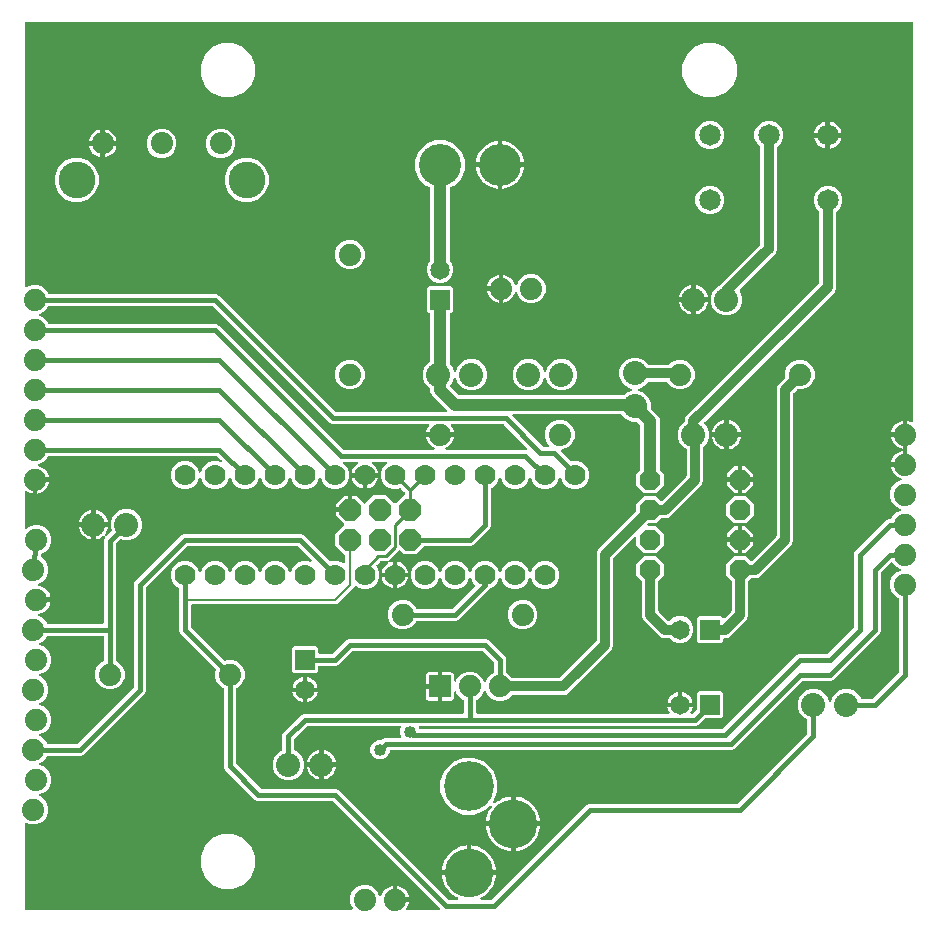
<source format=gbr>
G04 EAGLE Gerber RS-274X export*
G75*
%MOMM*%
%FSLAX34Y34*%
%LPD*%
%INTop Copper*%
%IPPOS*%
%AMOC8*
5,1,8,0,0,1.08239X$1,22.5*%
G01*
%ADD10C,1.778000*%
%ADD11C,1.879600*%
%ADD12P,1.869504X8X112.500000*%
%ADD13C,4.216000*%
%ADD14C,4.114800*%
%ADD15C,2.032000*%
%ADD16C,1.651000*%
%ADD17R,1.651000X1.651000*%
%ADD18P,2.034460X8X202.500000*%
%ADD19C,3.556000*%
%ADD20R,1.879600X1.879600*%
%ADD21C,1.875000*%
%ADD22C,3.116000*%
%ADD23C,1.809600*%
%ADD24C,0.406400*%
%ADD25C,0.254000*%
%ADD26C,0.203200*%
%ADD27C,1.016000*%
%ADD28C,0.812800*%
%ADD29C,1.016000*%

G36*
X370078Y12709D02*
X370078Y12709D01*
X370135Y12707D01*
X370217Y12729D01*
X370302Y12741D01*
X370355Y12764D01*
X370410Y12779D01*
X370484Y12822D01*
X370561Y12857D01*
X370605Y12894D01*
X370655Y12923D01*
X370713Y12985D01*
X370778Y13040D01*
X370810Y13088D01*
X370850Y13130D01*
X370889Y13206D01*
X370936Y13277D01*
X370953Y13332D01*
X370980Y13383D01*
X370996Y13467D01*
X371022Y13548D01*
X371023Y13606D01*
X371034Y13662D01*
X371027Y13747D01*
X371029Y13832D01*
X371014Y13888D01*
X371009Y13945D01*
X370979Y14025D01*
X370957Y14107D01*
X370928Y14157D01*
X370907Y14211D01*
X370856Y14279D01*
X370812Y14352D01*
X370770Y14391D01*
X370735Y14437D01*
X370678Y14477D01*
X370605Y14546D01*
X370517Y14591D01*
X370461Y14631D01*
X369055Y15308D01*
X366857Y16689D01*
X364827Y18308D01*
X362992Y20143D01*
X361373Y22173D01*
X359992Y24371D01*
X358865Y26710D01*
X358008Y29161D01*
X357430Y31692D01*
X357222Y33539D01*
X379238Y33539D01*
X379296Y33547D01*
X379354Y33545D01*
X379436Y33567D01*
X379519Y33579D01*
X379573Y33603D01*
X379629Y33617D01*
X379702Y33660D01*
X379779Y33695D01*
X379823Y33733D01*
X379874Y33763D01*
X379931Y33824D01*
X379996Y33879D01*
X380028Y33927D01*
X380068Y33970D01*
X380107Y34045D01*
X380153Y34115D01*
X380171Y34171D01*
X380198Y34223D01*
X380209Y34291D01*
X380239Y34386D01*
X380242Y34486D01*
X380253Y34554D01*
X380253Y35571D01*
X380255Y35571D01*
X380255Y34554D01*
X380263Y34496D01*
X380262Y34438D01*
X380283Y34356D01*
X380295Y34273D01*
X380319Y34219D01*
X380333Y34163D01*
X380376Y34090D01*
X380411Y34013D01*
X380449Y33968D01*
X380479Y33918D01*
X380540Y33860D01*
X380595Y33796D01*
X380643Y33764D01*
X380686Y33724D01*
X380761Y33685D01*
X380831Y33639D01*
X380887Y33621D01*
X380939Y33594D01*
X381007Y33583D01*
X381102Y33553D01*
X381202Y33550D01*
X381270Y33539D01*
X403286Y33539D01*
X403078Y31692D01*
X402500Y29161D01*
X401643Y26710D01*
X401216Y25824D01*
X400516Y24371D01*
X399135Y22173D01*
X397516Y20143D01*
X395681Y18308D01*
X393651Y16689D01*
X392701Y16092D01*
X392700Y16092D01*
X391453Y15308D01*
X390047Y14631D01*
X389999Y14599D01*
X389947Y14575D01*
X389882Y14520D01*
X389811Y14473D01*
X389774Y14429D01*
X389730Y14391D01*
X389682Y14321D01*
X389627Y14255D01*
X389604Y14203D01*
X389572Y14155D01*
X389546Y14074D01*
X389512Y13996D01*
X389504Y13939D01*
X389486Y13884D01*
X389484Y13799D01*
X389472Y13714D01*
X389480Y13657D01*
X389479Y13600D01*
X389501Y13517D01*
X389513Y13433D01*
X389536Y13380D01*
X389551Y13325D01*
X389594Y13251D01*
X389629Y13174D01*
X389667Y13130D01*
X389696Y13080D01*
X389758Y13022D01*
X389813Y12957D01*
X389861Y12925D01*
X389903Y12886D01*
X389979Y12847D01*
X390050Y12800D01*
X390105Y12782D01*
X390156Y12756D01*
X390225Y12745D01*
X390321Y12714D01*
X390420Y12712D01*
X390488Y12701D01*
X398795Y12701D01*
X398882Y12713D01*
X398969Y12716D01*
X399022Y12733D01*
X399076Y12741D01*
X399156Y12776D01*
X399239Y12803D01*
X399279Y12831D01*
X399336Y12857D01*
X399449Y12953D01*
X399513Y12998D01*
X403665Y17150D01*
X416365Y29850D01*
X479722Y93207D01*
X481589Y93981D01*
X607075Y93981D01*
X607162Y93993D01*
X607249Y93996D01*
X607302Y94013D01*
X607356Y94021D01*
X607436Y94056D01*
X607519Y94083D01*
X607559Y94111D01*
X607616Y94137D01*
X607729Y94233D01*
X607793Y94278D01*
X666452Y152937D01*
X666504Y153007D01*
X666564Y153071D01*
X666590Y153120D01*
X666623Y153164D01*
X666654Y153246D01*
X666694Y153324D01*
X666702Y153372D01*
X666724Y153430D01*
X666736Y153578D01*
X666749Y153655D01*
X666749Y164929D01*
X666749Y164931D01*
X666749Y164932D01*
X666729Y165072D01*
X666709Y165211D01*
X666709Y165212D01*
X666709Y165214D01*
X666652Y165340D01*
X666593Y165470D01*
X666592Y165471D01*
X666591Y165473D01*
X666500Y165580D01*
X666410Y165687D01*
X666408Y165688D01*
X666407Y165689D01*
X666394Y165697D01*
X666173Y165845D01*
X666144Y165854D01*
X666123Y165867D01*
X664348Y166602D01*
X660632Y170318D01*
X658621Y175173D01*
X658621Y180427D01*
X660632Y185282D01*
X664348Y188998D01*
X669203Y191009D01*
X674457Y191009D01*
X679312Y188998D01*
X683028Y185282D01*
X684862Y180854D01*
X684877Y180829D01*
X684886Y180801D01*
X684949Y180707D01*
X685007Y180609D01*
X685028Y180589D01*
X685044Y180565D01*
X685131Y180492D01*
X685213Y180414D01*
X685239Y180401D01*
X685262Y180382D01*
X685365Y180336D01*
X685466Y180284D01*
X685495Y180278D01*
X685522Y180266D01*
X685634Y180251D01*
X685745Y180229D01*
X685774Y180231D01*
X685803Y180227D01*
X685915Y180243D01*
X686028Y180253D01*
X686055Y180264D01*
X686084Y180268D01*
X686188Y180314D01*
X686293Y180355D01*
X686317Y180373D01*
X686344Y180385D01*
X686430Y180458D01*
X686520Y180527D01*
X686538Y180550D01*
X686560Y180569D01*
X686602Y180636D01*
X686690Y180754D01*
X686712Y180813D01*
X686738Y180854D01*
X688572Y185282D01*
X692288Y188998D01*
X697143Y191009D01*
X702397Y191009D01*
X707252Y188998D01*
X710968Y185282D01*
X711703Y183507D01*
X711704Y183506D01*
X711704Y183505D01*
X711774Y183386D01*
X711847Y183263D01*
X711849Y183262D01*
X711849Y183260D01*
X711953Y183163D01*
X712054Y183067D01*
X712056Y183067D01*
X712057Y183066D01*
X712183Y183001D01*
X712307Y182937D01*
X712308Y182937D01*
X712310Y182936D01*
X712325Y182934D01*
X712586Y182882D01*
X712616Y182885D01*
X712641Y182881D01*
X721375Y182881D01*
X721462Y182893D01*
X721549Y182896D01*
X721602Y182913D01*
X721656Y182921D01*
X721736Y182956D01*
X721819Y182983D01*
X721859Y183011D01*
X721916Y183037D01*
X722029Y183133D01*
X722093Y183178D01*
X743922Y205007D01*
X743974Y205077D01*
X744034Y205141D01*
X744060Y205190D01*
X744093Y205234D01*
X744124Y205316D01*
X744164Y205394D01*
X744172Y205442D01*
X744194Y205500D01*
X744206Y205648D01*
X744219Y205725D01*
X744219Y267354D01*
X744219Y267355D01*
X744219Y267357D01*
X744199Y267496D01*
X744179Y267635D01*
X744179Y267637D01*
X744179Y267638D01*
X744122Y267764D01*
X744063Y267895D01*
X744062Y267896D01*
X744061Y267897D01*
X743970Y268005D01*
X743880Y268112D01*
X743878Y268113D01*
X743877Y268114D01*
X743864Y268122D01*
X743643Y268269D01*
X743614Y268279D01*
X743593Y268292D01*
X742249Y268848D01*
X738748Y272349D01*
X736853Y276924D01*
X736853Y281876D01*
X738748Y286451D01*
X742249Y289952D01*
X745171Y291162D01*
X745196Y291177D01*
X745224Y291186D01*
X745319Y291249D01*
X745416Y291307D01*
X745436Y291328D01*
X745461Y291344D01*
X745534Y291431D01*
X745611Y291513D01*
X745625Y291539D01*
X745644Y291562D01*
X745690Y291665D01*
X745741Y291766D01*
X745747Y291795D01*
X745759Y291822D01*
X745775Y291934D01*
X745796Y292045D01*
X745794Y292074D01*
X745798Y292103D01*
X745782Y292215D01*
X745772Y292328D01*
X745761Y292355D01*
X745757Y292385D01*
X745711Y292488D01*
X745670Y292593D01*
X745652Y292617D01*
X745640Y292644D01*
X745567Y292730D01*
X745498Y292820D01*
X745475Y292838D01*
X745456Y292860D01*
X745389Y292902D01*
X745271Y292990D01*
X745212Y293012D01*
X745171Y293038D01*
X742249Y294248D01*
X738748Y297749D01*
X738740Y297769D01*
X738681Y297869D01*
X738629Y297970D01*
X738610Y297990D01*
X738596Y298014D01*
X738512Y298093D01*
X738433Y298176D01*
X738409Y298190D01*
X738389Y298209D01*
X738287Y298262D01*
X738188Y298320D01*
X738161Y298327D01*
X738136Y298340D01*
X738023Y298362D01*
X737912Y298390D01*
X737884Y298389D01*
X737857Y298395D01*
X737743Y298385D01*
X737628Y298381D01*
X737602Y298373D01*
X737574Y298370D01*
X737467Y298329D01*
X737357Y298294D01*
X737337Y298279D01*
X737309Y298268D01*
X737096Y298107D01*
X737084Y298099D01*
X729278Y290293D01*
X729226Y290223D01*
X729166Y290159D01*
X729140Y290110D01*
X729107Y290066D01*
X729076Y289984D01*
X729036Y289906D01*
X729028Y289858D01*
X729006Y289800D01*
X728994Y289652D01*
X728981Y289575D01*
X728981Y240289D01*
X728207Y238422D01*
X688678Y198893D01*
X686811Y198119D01*
X662925Y198119D01*
X662838Y198107D01*
X662751Y198104D01*
X662698Y198087D01*
X662644Y198079D01*
X662564Y198044D01*
X662481Y198017D01*
X662441Y197989D01*
X662384Y197963D01*
X662271Y197867D01*
X662207Y197822D01*
X604858Y140473D01*
X602991Y139699D01*
X313944Y139699D01*
X313886Y139691D01*
X313828Y139693D01*
X313746Y139671D01*
X313662Y139659D01*
X313609Y139636D01*
X313553Y139621D01*
X313480Y139578D01*
X313403Y139543D01*
X313358Y139505D01*
X313308Y139476D01*
X313250Y139414D01*
X313186Y139360D01*
X313154Y139311D01*
X313114Y139268D01*
X313075Y139193D01*
X313028Y139123D01*
X313011Y139067D01*
X312984Y139015D01*
X312973Y138947D01*
X312943Y138852D01*
X312940Y138752D01*
X312929Y138684D01*
X312929Y138083D01*
X311691Y135095D01*
X309405Y132809D01*
X306417Y131571D01*
X303183Y131571D01*
X300195Y132809D01*
X297909Y135095D01*
X296671Y138083D01*
X296671Y141317D01*
X297909Y144305D01*
X300195Y146591D01*
X303183Y147829D01*
X305323Y147829D01*
X305410Y147841D01*
X305497Y147844D01*
X305550Y147861D01*
X305604Y147869D01*
X305684Y147904D01*
X305767Y147931D01*
X305807Y147959D01*
X305864Y147985D01*
X305977Y148081D01*
X306041Y148126D01*
X307002Y149087D01*
X308869Y149861D01*
X321986Y149861D01*
X322100Y149877D01*
X322214Y149887D01*
X322240Y149897D01*
X322268Y149901D01*
X322372Y149948D01*
X322479Y149989D01*
X322502Y150005D01*
X322527Y150017D01*
X322615Y150091D01*
X322706Y150160D01*
X322723Y150183D01*
X322744Y150200D01*
X322808Y150296D01*
X322876Y150388D01*
X322886Y150414D01*
X322902Y150437D01*
X322936Y150547D01*
X322977Y150654D01*
X322979Y150682D01*
X322987Y150708D01*
X322990Y150823D01*
X322999Y150937D01*
X322994Y150962D01*
X322995Y150992D01*
X322928Y151249D01*
X322924Y151265D01*
X322071Y153323D01*
X322071Y156557D01*
X322924Y158615D01*
X322953Y158727D01*
X322987Y158836D01*
X322988Y158864D01*
X322995Y158891D01*
X322992Y159005D01*
X322995Y159120D01*
X322988Y159147D01*
X322987Y159175D01*
X322952Y159284D01*
X322923Y159395D01*
X322909Y159419D01*
X322900Y159446D01*
X322836Y159541D01*
X322778Y159640D01*
X322757Y159659D01*
X322742Y159682D01*
X322654Y159756D01*
X322570Y159834D01*
X322545Y159847D01*
X322524Y159865D01*
X322419Y159911D01*
X322317Y159964D01*
X322292Y159968D01*
X322264Y159980D01*
X322001Y160017D01*
X321986Y160019D01*
X243825Y160019D01*
X243738Y160007D01*
X243651Y160004D01*
X243598Y159987D01*
X243544Y159979D01*
X243464Y159944D01*
X243381Y159917D01*
X243341Y159889D01*
X243284Y159863D01*
X243171Y159767D01*
X243107Y159722D01*
X232708Y149323D01*
X232656Y149253D01*
X232596Y149189D01*
X232570Y149140D01*
X232537Y149096D01*
X232506Y149014D01*
X232466Y148936D01*
X232458Y148888D01*
X232436Y148830D01*
X232424Y148682D01*
X232411Y148605D01*
X232411Y139871D01*
X232411Y139869D01*
X232411Y139868D01*
X232432Y139723D01*
X232451Y139589D01*
X232451Y139588D01*
X232451Y139586D01*
X232508Y139460D01*
X232567Y139330D01*
X232568Y139329D01*
X232569Y139327D01*
X232660Y139220D01*
X232750Y139113D01*
X232752Y139112D01*
X232753Y139111D01*
X232766Y139103D01*
X232987Y138955D01*
X233016Y138946D01*
X233037Y138933D01*
X234812Y138198D01*
X238528Y134482D01*
X240539Y129627D01*
X240539Y124373D01*
X238528Y119518D01*
X234812Y115802D01*
X229957Y113791D01*
X224703Y113791D01*
X219848Y115802D01*
X216132Y119518D01*
X214121Y124373D01*
X214121Y129627D01*
X216132Y134482D01*
X219848Y138198D01*
X221623Y138933D01*
X221624Y138934D01*
X221625Y138934D01*
X221744Y139004D01*
X221867Y139077D01*
X221868Y139079D01*
X221870Y139079D01*
X221967Y139183D01*
X222063Y139284D01*
X222063Y139286D01*
X222064Y139287D01*
X222129Y139413D01*
X222193Y139537D01*
X222193Y139538D01*
X222194Y139540D01*
X222196Y139555D01*
X222248Y139816D01*
X222245Y139846D01*
X222249Y139871D01*
X222249Y152141D01*
X223023Y154008D01*
X238422Y169407D01*
X240289Y170181D01*
X374904Y170181D01*
X374962Y170189D01*
X375020Y170187D01*
X375102Y170209D01*
X375186Y170221D01*
X375239Y170244D01*
X375295Y170259D01*
X375368Y170302D01*
X375445Y170337D01*
X375490Y170375D01*
X375540Y170404D01*
X375598Y170466D01*
X375662Y170520D01*
X375694Y170569D01*
X375734Y170612D01*
X375773Y170687D01*
X375820Y170757D01*
X375837Y170813D01*
X375864Y170865D01*
X375875Y170933D01*
X375905Y171028D01*
X375908Y171128D01*
X375919Y171196D01*
X375919Y181154D01*
X375919Y181155D01*
X375919Y181157D01*
X375899Y181295D01*
X375879Y181435D01*
X375879Y181437D01*
X375879Y181438D01*
X375823Y181562D01*
X375763Y181695D01*
X375762Y181696D01*
X375761Y181697D01*
X375670Y181805D01*
X375580Y181912D01*
X375578Y181913D01*
X375577Y181914D01*
X375565Y181922D01*
X375343Y182069D01*
X375314Y182079D01*
X375293Y182092D01*
X373949Y182648D01*
X370448Y186149D01*
X369492Y188458D01*
X369448Y188532D01*
X369413Y188610D01*
X369376Y188654D01*
X369347Y188703D01*
X369285Y188762D01*
X369229Y188827D01*
X369182Y188859D01*
X369141Y188898D01*
X369064Y188937D01*
X368993Y188985D01*
X368939Y189002D01*
X368888Y189028D01*
X368804Y189045D01*
X368722Y189071D01*
X368665Y189072D01*
X368609Y189083D01*
X368524Y189076D01*
X368438Y189078D01*
X368382Y189064D01*
X368326Y189059D01*
X368246Y189028D01*
X368163Y189006D01*
X368114Y188977D01*
X368061Y188957D01*
X367992Y188905D01*
X367918Y188861D01*
X367879Y188820D01*
X367834Y188785D01*
X367782Y188716D01*
X367724Y188654D01*
X367698Y188603D01*
X367664Y188558D01*
X367633Y188477D01*
X367594Y188401D01*
X367586Y188352D01*
X367563Y188292D01*
X367552Y188147D01*
X367539Y188070D01*
X367539Y183468D01*
X367366Y182821D01*
X367031Y182242D01*
X366558Y181769D01*
X365979Y181434D01*
X365332Y181261D01*
X357631Y181261D01*
X357631Y192184D01*
X357623Y192242D01*
X357625Y192300D01*
X357603Y192382D01*
X357591Y192465D01*
X357567Y192519D01*
X357553Y192575D01*
X357510Y192648D01*
X357475Y192725D01*
X357437Y192769D01*
X357407Y192820D01*
X357346Y192877D01*
X357291Y192942D01*
X357243Y192974D01*
X357200Y193014D01*
X357125Y193053D01*
X357055Y193099D01*
X356999Y193117D01*
X356947Y193144D01*
X356879Y193155D01*
X356784Y193185D01*
X356684Y193188D01*
X356616Y193199D01*
X355599Y193199D01*
X355599Y193201D01*
X356616Y193201D01*
X356674Y193209D01*
X356732Y193208D01*
X356814Y193229D01*
X356897Y193241D01*
X356951Y193265D01*
X357007Y193279D01*
X357080Y193322D01*
X357157Y193357D01*
X357202Y193395D01*
X357252Y193425D01*
X357310Y193486D01*
X357374Y193541D01*
X357406Y193589D01*
X357446Y193632D01*
X357485Y193707D01*
X357531Y193777D01*
X357549Y193833D01*
X357576Y193885D01*
X357587Y193953D01*
X357617Y194048D01*
X357620Y194148D01*
X357631Y194216D01*
X357631Y205139D01*
X365332Y205139D01*
X365979Y204966D01*
X366558Y204631D01*
X367031Y204158D01*
X367366Y203579D01*
X367539Y202932D01*
X367539Y198330D01*
X367551Y198245D01*
X367553Y198159D01*
X367571Y198105D01*
X367579Y198049D01*
X367614Y197971D01*
X367640Y197889D01*
X367672Y197841D01*
X367695Y197790D01*
X367750Y197724D01*
X367798Y197653D01*
X367842Y197616D01*
X367878Y197573D01*
X367950Y197525D01*
X368016Y197470D01*
X368068Y197446D01*
X368115Y197415D01*
X368197Y197389D01*
X368276Y197354D01*
X368332Y197346D01*
X368386Y197329D01*
X368472Y197327D01*
X368557Y197315D01*
X368613Y197323D01*
X368670Y197322D01*
X368753Y197344D01*
X368838Y197356D01*
X368890Y197379D01*
X368945Y197394D01*
X369019Y197438D01*
X369098Y197473D01*
X369141Y197510D01*
X369190Y197539D01*
X369249Y197602D01*
X369314Y197657D01*
X369340Y197699D01*
X369384Y197746D01*
X369450Y197875D01*
X369492Y197942D01*
X370448Y200251D01*
X373949Y203752D01*
X378524Y205647D01*
X383476Y205647D01*
X388051Y203752D01*
X391552Y200251D01*
X392762Y197329D01*
X392777Y197304D01*
X392786Y197276D01*
X392849Y197181D01*
X392907Y197084D01*
X392928Y197064D01*
X392944Y197039D01*
X393031Y196967D01*
X393113Y196889D01*
X393139Y196875D01*
X393162Y196857D01*
X393265Y196811D01*
X393366Y196759D01*
X393395Y196753D01*
X393422Y196741D01*
X393534Y196725D01*
X393645Y196704D01*
X393674Y196706D01*
X393703Y196702D01*
X393815Y196718D01*
X393928Y196728D01*
X393955Y196739D01*
X393984Y196743D01*
X394088Y196789D01*
X394193Y196830D01*
X394217Y196848D01*
X394244Y196860D01*
X394330Y196933D01*
X394420Y197002D01*
X394438Y197025D01*
X394460Y197044D01*
X394502Y197111D01*
X394590Y197229D01*
X394612Y197288D01*
X394638Y197329D01*
X395848Y200251D01*
X399349Y203752D01*
X400693Y204308D01*
X400694Y204309D01*
X400695Y204309D01*
X400814Y204380D01*
X400937Y204453D01*
X400938Y204454D01*
X400940Y204455D01*
X401035Y204556D01*
X401133Y204659D01*
X401133Y204661D01*
X401134Y204662D01*
X401199Y204788D01*
X401263Y204912D01*
X401263Y204914D01*
X401264Y204915D01*
X401266Y204930D01*
X401318Y205191D01*
X401315Y205221D01*
X401319Y205246D01*
X401319Y213375D01*
X401307Y213462D01*
X401304Y213549D01*
X401287Y213602D01*
X401279Y213656D01*
X401244Y213736D01*
X401217Y213819D01*
X401189Y213859D01*
X401163Y213916D01*
X401067Y214029D01*
X401022Y214093D01*
X391893Y223222D01*
X391823Y223274D01*
X391759Y223334D01*
X391710Y223360D01*
X391666Y223393D01*
X391584Y223424D01*
X391506Y223464D01*
X391458Y223472D01*
X391400Y223494D01*
X391252Y223506D01*
X391175Y223519D01*
X281925Y223519D01*
X281838Y223507D01*
X281751Y223504D01*
X281698Y223487D01*
X281644Y223479D01*
X281564Y223444D01*
X281481Y223417D01*
X281441Y223389D01*
X281384Y223363D01*
X281271Y223267D01*
X281207Y223222D01*
X269578Y211593D01*
X267711Y210819D01*
X253619Y210819D01*
X253561Y210811D01*
X253503Y210813D01*
X253421Y210791D01*
X253337Y210779D01*
X253284Y210756D01*
X253228Y210741D01*
X253155Y210698D01*
X253078Y210663D01*
X253033Y210625D01*
X252983Y210596D01*
X252925Y210534D01*
X252861Y210480D01*
X252829Y210431D01*
X252789Y210388D01*
X252750Y210313D01*
X252703Y210243D01*
X252686Y210187D01*
X252659Y210135D01*
X252648Y210067D01*
X252618Y209972D01*
X252615Y209872D01*
X252604Y209804D01*
X252604Y206382D01*
X250818Y204596D01*
X231782Y204596D01*
X229996Y206382D01*
X229996Y225418D01*
X231782Y227204D01*
X250818Y227204D01*
X252604Y225418D01*
X252604Y221996D01*
X252612Y221938D01*
X252610Y221880D01*
X252632Y221798D01*
X252644Y221714D01*
X252667Y221661D01*
X252682Y221605D01*
X252725Y221532D01*
X252760Y221455D01*
X252798Y221410D01*
X252827Y221360D01*
X252889Y221302D01*
X252943Y221238D01*
X252992Y221206D01*
X253035Y221166D01*
X253110Y221127D01*
X253180Y221080D01*
X253236Y221063D01*
X253288Y221036D01*
X253356Y221025D01*
X253451Y220995D01*
X253551Y220992D01*
X253619Y220981D01*
X264175Y220981D01*
X264262Y220993D01*
X264349Y220996D01*
X264402Y221013D01*
X264456Y221021D01*
X264536Y221056D01*
X264619Y221083D01*
X264659Y221111D01*
X264716Y221137D01*
X264829Y221233D01*
X264893Y221278D01*
X276522Y232907D01*
X278389Y233681D01*
X394711Y233681D01*
X396578Y232907D01*
X410707Y218778D01*
X411481Y216911D01*
X411481Y205246D01*
X411481Y205245D01*
X411481Y205243D01*
X411501Y205104D01*
X411521Y204965D01*
X411521Y204963D01*
X411521Y204962D01*
X411578Y204836D01*
X411637Y204705D01*
X411638Y204704D01*
X411639Y204703D01*
X411730Y204595D01*
X411820Y204488D01*
X411822Y204487D01*
X411823Y204486D01*
X411836Y204478D01*
X412057Y204331D01*
X412086Y204321D01*
X412107Y204308D01*
X413451Y203752D01*
X416592Y200610D01*
X416662Y200558D01*
X416726Y200498D01*
X416775Y200472D01*
X416819Y200439D01*
X416901Y200408D01*
X416979Y200368D01*
X417027Y200360D01*
X417085Y200338D01*
X417233Y200326D01*
X417310Y200313D01*
X456533Y200313D01*
X456620Y200325D01*
X456707Y200328D01*
X456760Y200345D01*
X456815Y200353D01*
X456895Y200388D01*
X456978Y200415D01*
X457017Y200443D01*
X457074Y200469D01*
X457187Y200565D01*
X457251Y200610D01*
X466014Y209373D01*
X487890Y231249D01*
X487942Y231319D01*
X488002Y231383D01*
X488028Y231432D01*
X488061Y231476D01*
X488092Y231558D01*
X488132Y231636D01*
X488140Y231683D01*
X488162Y231742D01*
X488174Y231889D01*
X488187Y231967D01*
X488187Y306215D01*
X489270Y308829D01*
X491414Y310973D01*
X521418Y340977D01*
X521470Y341047D01*
X521530Y341111D01*
X521556Y341160D01*
X521589Y341204D01*
X521620Y341286D01*
X521660Y341364D01*
X521668Y341411D01*
X521690Y341470D01*
X521702Y341617D01*
X521715Y341695D01*
X521715Y347740D01*
X528560Y354585D01*
X538240Y354585D01*
X542265Y350560D01*
X542312Y350525D01*
X542352Y350482D01*
X542378Y350467D01*
X542396Y350450D01*
X542443Y350426D01*
X542492Y350389D01*
X542547Y350368D01*
X542597Y350338D01*
X542631Y350330D01*
X542649Y350320D01*
X542689Y350314D01*
X542758Y350288D01*
X542816Y350283D01*
X542873Y350268D01*
X542946Y350271D01*
X542980Y350265D01*
X542986Y350265D01*
X543002Y350267D01*
X543041Y350264D01*
X543098Y350276D01*
X543157Y350277D01*
X543222Y350298D01*
X543267Y350305D01*
X543285Y350313D01*
X543320Y350320D01*
X543372Y350347D01*
X543427Y350365D01*
X543472Y350397D01*
X543526Y350421D01*
X543545Y350437D01*
X543572Y350451D01*
X543645Y350520D01*
X543701Y350560D01*
X564090Y370949D01*
X564142Y371019D01*
X564202Y371083D01*
X564228Y371132D01*
X564261Y371176D01*
X564292Y371258D01*
X564332Y371336D01*
X564340Y371383D01*
X564362Y371442D01*
X564374Y371589D01*
X564387Y371667D01*
X564387Y393845D01*
X564387Y393846D01*
X564387Y393848D01*
X564367Y393987D01*
X564347Y394126D01*
X564347Y394128D01*
X564347Y394129D01*
X564290Y394255D01*
X564231Y394386D01*
X564230Y394387D01*
X564229Y394388D01*
X564138Y394495D01*
X564048Y394603D01*
X564046Y394604D01*
X564045Y394605D01*
X564032Y394613D01*
X563811Y394760D01*
X563782Y394769D01*
X563761Y394783D01*
X562748Y395202D01*
X559032Y398918D01*
X557021Y403773D01*
X557021Y409027D01*
X559032Y413882D01*
X562820Y417670D01*
X562872Y417740D01*
X562932Y417804D01*
X562958Y417853D01*
X562991Y417897D01*
X563022Y417979D01*
X563062Y418057D01*
X563070Y418104D01*
X563092Y418163D01*
X563104Y418310D01*
X563117Y418388D01*
X563117Y419245D01*
X564200Y421859D01*
X676590Y534249D01*
X676642Y534319D01*
X676702Y534383D01*
X676728Y534432D01*
X676761Y534476D01*
X676792Y534558D01*
X676832Y534636D01*
X676840Y534683D01*
X676862Y534742D01*
X676873Y534871D01*
X676873Y534873D01*
X676873Y534879D01*
X676874Y534889D01*
X676887Y534967D01*
X676887Y594585D01*
X676875Y594671D01*
X676872Y594759D01*
X676855Y594812D01*
X676847Y594866D01*
X676812Y594946D01*
X676785Y595029D01*
X676757Y595069D01*
X676731Y595126D01*
X676635Y595239D01*
X676590Y595303D01*
X673745Y598148D01*
X671903Y602594D01*
X671903Y607406D01*
X673745Y611852D01*
X677148Y615255D01*
X681594Y617097D01*
X686406Y617097D01*
X690852Y615255D01*
X694255Y611852D01*
X696097Y607406D01*
X696097Y602594D01*
X694255Y598148D01*
X691410Y595303D01*
X691358Y595233D01*
X691298Y595169D01*
X691272Y595120D01*
X691239Y595076D01*
X691208Y594994D01*
X691168Y594916D01*
X691160Y594868D01*
X691138Y594810D01*
X691126Y594662D01*
X691113Y594585D01*
X691113Y530185D01*
X690030Y527571D01*
X651586Y489127D01*
X579602Y417143D01*
X579567Y417097D01*
X579525Y417056D01*
X579482Y416984D01*
X579431Y416916D01*
X579411Y416862D01*
X579381Y416811D01*
X579360Y416729D01*
X579330Y416651D01*
X579325Y416592D01*
X579311Y416536D01*
X579314Y416451D01*
X579307Y416367D01*
X579318Y416310D01*
X579320Y416251D01*
X579346Y416171D01*
X579363Y416089D01*
X579389Y416037D01*
X579407Y415981D01*
X579448Y415925D01*
X579494Y415836D01*
X579562Y415764D01*
X579602Y415708D01*
X581428Y413882D01*
X583439Y409027D01*
X583439Y403773D01*
X581428Y398918D01*
X578910Y396400D01*
X578858Y396330D01*
X578798Y396266D01*
X578772Y396217D01*
X578739Y396173D01*
X578708Y396091D01*
X578668Y396013D01*
X578660Y395966D01*
X578638Y395907D01*
X578626Y395760D01*
X578613Y395682D01*
X578613Y366885D01*
X577530Y364271D01*
X550129Y336870D01*
X547515Y335787D01*
X543232Y335787D01*
X543146Y335775D01*
X543058Y335772D01*
X543006Y335755D01*
X542951Y335747D01*
X542871Y335712D01*
X542788Y335685D01*
X542749Y335657D01*
X542692Y335631D01*
X542578Y335535D01*
X542515Y335490D01*
X538240Y331215D01*
X532195Y331215D01*
X532108Y331203D01*
X532021Y331200D01*
X531968Y331183D01*
X531913Y331175D01*
X531833Y331140D01*
X531750Y331113D01*
X531711Y331085D01*
X531654Y331059D01*
X531541Y330963D01*
X531477Y330918D01*
X531459Y330894D01*
X531437Y330876D01*
X531437Y330875D01*
X531374Y330781D01*
X531306Y330691D01*
X531295Y330663D01*
X531279Y330639D01*
X531245Y330531D01*
X531205Y330425D01*
X531202Y330396D01*
X531193Y330368D01*
X531190Y330254D01*
X531181Y330142D01*
X531187Y330113D01*
X531186Y330084D01*
X531215Y329974D01*
X531237Y329863D01*
X531251Y329837D01*
X531258Y329809D01*
X531316Y329711D01*
X531368Y329611D01*
X531388Y329589D01*
X531403Y329564D01*
X531486Y329487D01*
X531564Y329405D01*
X531589Y329390D01*
X531610Y329370D01*
X531711Y329318D01*
X531809Y329261D01*
X531837Y329254D01*
X531864Y329240D01*
X531941Y329227D01*
X532085Y329191D01*
X532147Y329193D01*
X532195Y329185D01*
X538240Y329185D01*
X545085Y322340D01*
X545085Y312660D01*
X538240Y305815D01*
X528560Y305815D01*
X521715Y312660D01*
X521715Y318705D01*
X521711Y318734D01*
X521714Y318764D01*
X521691Y318875D01*
X521675Y318987D01*
X521663Y319014D01*
X521658Y319042D01*
X521606Y319143D01*
X521559Y319246D01*
X521540Y319269D01*
X521527Y319295D01*
X521449Y319377D01*
X521376Y319463D01*
X521351Y319480D01*
X521331Y319501D01*
X521233Y319558D01*
X521139Y319621D01*
X521111Y319630D01*
X521086Y319644D01*
X520976Y319672D01*
X520868Y319707D01*
X520838Y319707D01*
X520810Y319715D01*
X520697Y319711D01*
X520584Y319714D01*
X520555Y319706D01*
X520526Y319706D01*
X520418Y319671D01*
X520309Y319642D01*
X520283Y319627D01*
X520255Y319618D01*
X520192Y319573D01*
X520064Y319497D01*
X520021Y319451D01*
X519982Y319423D01*
X502710Y302151D01*
X502658Y302081D01*
X502598Y302017D01*
X502572Y301968D01*
X502539Y301924D01*
X502508Y301842D01*
X502468Y301764D01*
X502460Y301717D01*
X502438Y301658D01*
X502426Y301511D01*
X502413Y301433D01*
X502413Y227185D01*
X501330Y224571D01*
X476073Y199314D01*
X463929Y187170D01*
X461315Y186087D01*
X417310Y186087D01*
X417224Y186075D01*
X417136Y186072D01*
X417083Y186055D01*
X417029Y186047D01*
X416949Y186012D01*
X416866Y185985D01*
X416826Y185957D01*
X416769Y185931D01*
X416656Y185835D01*
X416592Y185790D01*
X413451Y182648D01*
X408876Y180753D01*
X403924Y180753D01*
X399349Y182648D01*
X395848Y186149D01*
X394638Y189071D01*
X394623Y189096D01*
X394614Y189124D01*
X394551Y189219D01*
X394493Y189316D01*
X394472Y189336D01*
X394456Y189361D01*
X394369Y189434D01*
X394287Y189511D01*
X394261Y189525D01*
X394238Y189544D01*
X394135Y189590D01*
X394034Y189641D01*
X394005Y189647D01*
X393978Y189659D01*
X393866Y189675D01*
X393755Y189696D01*
X393726Y189694D01*
X393697Y189698D01*
X393585Y189682D01*
X393472Y189672D01*
X393445Y189661D01*
X393415Y189657D01*
X393312Y189611D01*
X393207Y189570D01*
X393183Y189552D01*
X393156Y189540D01*
X393070Y189467D01*
X392980Y189398D01*
X392962Y189375D01*
X392940Y189356D01*
X392898Y189289D01*
X392810Y189171D01*
X392788Y189112D01*
X392762Y189071D01*
X391552Y186149D01*
X388051Y182648D01*
X386707Y182092D01*
X386706Y182091D01*
X386705Y182091D01*
X386586Y182020D01*
X386463Y181947D01*
X386462Y181946D01*
X386460Y181945D01*
X386363Y181841D01*
X386267Y181741D01*
X386267Y181739D01*
X386266Y181738D01*
X386201Y181612D01*
X386137Y181488D01*
X386137Y181486D01*
X386136Y181485D01*
X386134Y181470D01*
X386082Y181209D01*
X386085Y181179D01*
X386081Y181154D01*
X386081Y171196D01*
X386089Y171138D01*
X386087Y171080D01*
X386109Y170998D01*
X386121Y170914D01*
X386144Y170861D01*
X386159Y170805D01*
X386202Y170732D01*
X386237Y170655D01*
X386275Y170610D01*
X386304Y170560D01*
X386366Y170502D01*
X386420Y170438D01*
X386469Y170406D01*
X386512Y170366D01*
X386587Y170327D01*
X386657Y170280D01*
X386713Y170263D01*
X386765Y170236D01*
X386833Y170225D01*
X386928Y170195D01*
X387028Y170192D01*
X387096Y170181D01*
X548999Y170181D01*
X549090Y170194D01*
X549182Y170197D01*
X549230Y170213D01*
X549280Y170221D01*
X549364Y170258D01*
X549452Y170287D01*
X549494Y170316D01*
X549540Y170337D01*
X549610Y170396D01*
X549686Y170448D01*
X549718Y170488D01*
X549757Y170520D01*
X549808Y170597D01*
X549866Y170668D01*
X549886Y170715D01*
X549914Y170757D01*
X549942Y170845D01*
X549979Y170929D01*
X549985Y170980D01*
X550000Y171028D01*
X550003Y171120D01*
X550014Y171211D01*
X550006Y171262D01*
X550008Y171312D01*
X549984Y171401D01*
X549970Y171492D01*
X549950Y171532D01*
X549936Y171587D01*
X549855Y171724D01*
X549820Y171793D01*
X549567Y172142D01*
X548795Y173656D01*
X548270Y175272D01*
X548147Y176051D01*
X558066Y176051D01*
X558124Y176059D01*
X558182Y176057D01*
X558264Y176079D01*
X558347Y176091D01*
X558401Y176114D01*
X558457Y176129D01*
X558530Y176172D01*
X558607Y176207D01*
X558651Y176245D01*
X558702Y176274D01*
X558759Y176336D01*
X558803Y176373D01*
X558804Y176372D01*
X558859Y176308D01*
X558907Y176276D01*
X558950Y176236D01*
X559025Y176197D01*
X559095Y176150D01*
X559151Y176133D01*
X559203Y176106D01*
X559271Y176095D01*
X559366Y176065D01*
X559466Y176062D01*
X559534Y176051D01*
X569453Y176051D01*
X569330Y175272D01*
X568805Y173656D01*
X568033Y172142D01*
X567780Y171793D01*
X567737Y171711D01*
X567686Y171635D01*
X567670Y171586D01*
X567646Y171542D01*
X567628Y171452D01*
X567600Y171364D01*
X567598Y171313D01*
X567588Y171263D01*
X567595Y171172D01*
X567592Y171080D01*
X567605Y171031D01*
X567609Y170980D01*
X567641Y170893D01*
X567664Y170805D01*
X567690Y170761D01*
X567708Y170713D01*
X567763Y170639D01*
X567810Y170560D01*
X567847Y170525D01*
X567877Y170485D01*
X567950Y170429D01*
X568017Y170366D01*
X568062Y170343D01*
X568102Y170312D01*
X568188Y170278D01*
X568270Y170236D01*
X568314Y170229D01*
X568367Y170208D01*
X568525Y170193D01*
X568601Y170181D01*
X568975Y170181D01*
X569062Y170193D01*
X569149Y170196D01*
X569202Y170213D01*
X569256Y170221D01*
X569336Y170256D01*
X569419Y170283D01*
X569459Y170311D01*
X569516Y170337D01*
X569629Y170433D01*
X569693Y170478D01*
X572599Y173384D01*
X572651Y173454D01*
X572711Y173518D01*
X572737Y173567D01*
X572770Y173611D01*
X572801Y173693D01*
X572841Y173771D01*
X572849Y173819D01*
X572871Y173877D01*
X572883Y174025D01*
X572896Y174102D01*
X572896Y187318D01*
X574682Y189104D01*
X593718Y189104D01*
X595504Y187318D01*
X595504Y168282D01*
X593718Y166496D01*
X580502Y166496D01*
X580415Y166484D01*
X580328Y166481D01*
X580275Y166464D01*
X580221Y166456D01*
X580141Y166421D01*
X580058Y166394D01*
X580018Y166366D01*
X579961Y166340D01*
X579848Y166244D01*
X579784Y166199D01*
X574378Y160793D01*
X572511Y160019D01*
X338414Y160019D01*
X338300Y160003D01*
X338186Y159993D01*
X338160Y159983D01*
X338132Y159979D01*
X338028Y159932D01*
X337921Y159891D01*
X337898Y159875D01*
X337873Y159863D01*
X337785Y159789D01*
X337694Y159720D01*
X337677Y159697D01*
X337656Y159680D01*
X337592Y159584D01*
X337524Y159492D01*
X337514Y159466D01*
X337498Y159443D01*
X337464Y159333D01*
X337423Y159226D01*
X337421Y159198D01*
X337413Y159172D01*
X337410Y159057D01*
X337401Y158943D01*
X337406Y158918D01*
X337405Y158888D01*
X337472Y158631D01*
X337476Y158615D01*
X337686Y158107D01*
X337687Y158106D01*
X337688Y158105D01*
X337758Y157986D01*
X337831Y157863D01*
X337832Y157862D01*
X337833Y157860D01*
X337940Y157760D01*
X338038Y157667D01*
X338039Y157667D01*
X338040Y157666D01*
X338166Y157601D01*
X338290Y157537D01*
X338292Y157537D01*
X338293Y157536D01*
X338308Y157534D01*
X338569Y157482D01*
X338600Y157485D01*
X338624Y157481D01*
X594375Y157481D01*
X594462Y157493D01*
X594549Y157496D01*
X594602Y157513D01*
X594656Y157521D01*
X594736Y157556D01*
X594820Y157583D01*
X594859Y157611D01*
X594916Y157637D01*
X595029Y157733D01*
X595093Y157778D01*
X657522Y220207D01*
X659389Y220981D01*
X683275Y220981D01*
X683362Y220993D01*
X683449Y220996D01*
X683502Y221013D01*
X683556Y221021D01*
X683636Y221056D01*
X683719Y221083D01*
X683759Y221111D01*
X683816Y221137D01*
X683929Y221233D01*
X683993Y221278D01*
X705822Y243107D01*
X705874Y243177D01*
X705934Y243241D01*
X705960Y243290D01*
X705993Y243334D01*
X706024Y243416D01*
X706064Y243494D01*
X706072Y243542D01*
X706094Y243600D01*
X706106Y243748D01*
X706119Y243825D01*
X706119Y305811D01*
X706893Y307678D01*
X708465Y309250D01*
X732150Y332935D01*
X733722Y334507D01*
X735589Y335281D01*
X737254Y335281D01*
X737255Y335281D01*
X737257Y335281D01*
X737398Y335301D01*
X737535Y335321D01*
X737537Y335321D01*
X737538Y335321D01*
X737666Y335379D01*
X737795Y335437D01*
X737796Y335438D01*
X737797Y335439D01*
X737905Y335530D01*
X738012Y335620D01*
X738013Y335622D01*
X738014Y335623D01*
X738022Y335636D01*
X738169Y335857D01*
X738179Y335886D01*
X738192Y335907D01*
X738748Y337251D01*
X742249Y340752D01*
X745171Y341962D01*
X745196Y341977D01*
X745224Y341986D01*
X745319Y342049D01*
X745416Y342107D01*
X745436Y342128D01*
X745461Y342144D01*
X745534Y342231D01*
X745611Y342313D01*
X745625Y342339D01*
X745644Y342362D01*
X745690Y342465D01*
X745741Y342566D01*
X745747Y342595D01*
X745759Y342622D01*
X745775Y342734D01*
X745796Y342845D01*
X745794Y342874D01*
X745798Y342903D01*
X745782Y343015D01*
X745772Y343128D01*
X745761Y343155D01*
X745757Y343184D01*
X745711Y343288D01*
X745670Y343393D01*
X745652Y343417D01*
X745640Y343444D01*
X745567Y343530D01*
X745498Y343620D01*
X745475Y343638D01*
X745456Y343660D01*
X745389Y343702D01*
X745271Y343790D01*
X745212Y343812D01*
X745171Y343838D01*
X742249Y345048D01*
X738748Y348549D01*
X736853Y353124D01*
X736853Y358076D01*
X738748Y362651D01*
X742249Y366152D01*
X745911Y367669D01*
X745971Y367704D01*
X746035Y367730D01*
X746093Y367776D01*
X746156Y367813D01*
X746204Y367863D01*
X746258Y367906D01*
X746301Y367966D01*
X746351Y368020D01*
X746383Y368081D01*
X746423Y368138D01*
X746448Y368207D01*
X746482Y368273D01*
X746495Y368340D01*
X746518Y368406D01*
X746522Y368479D01*
X746537Y368552D01*
X746531Y368620D01*
X746535Y368689D01*
X746519Y368761D01*
X746512Y368835D01*
X746487Y368899D01*
X746472Y368967D01*
X746437Y369031D01*
X746410Y369100D01*
X746369Y369155D01*
X746335Y369216D01*
X746283Y369268D01*
X746239Y369327D01*
X746183Y369368D01*
X746134Y369417D01*
X746079Y369446D01*
X746011Y369497D01*
X745903Y369538D01*
X745837Y369572D01*
X744717Y369936D01*
X743043Y370789D01*
X741522Y371894D01*
X740194Y373222D01*
X739089Y374743D01*
X738236Y376417D01*
X737655Y378204D01*
X737534Y378969D01*
X748284Y378969D01*
X748342Y378977D01*
X748400Y378975D01*
X748482Y378997D01*
X748565Y379009D01*
X748619Y379033D01*
X748675Y379047D01*
X748748Y379090D01*
X748825Y379125D01*
X748869Y379163D01*
X748920Y379193D01*
X748977Y379254D01*
X749042Y379309D01*
X749074Y379357D01*
X749114Y379400D01*
X749153Y379475D01*
X749199Y379545D01*
X749217Y379601D01*
X749244Y379653D01*
X749255Y379721D01*
X749285Y379816D01*
X749288Y379916D01*
X749299Y379984D01*
X749299Y381001D01*
X750316Y381001D01*
X750374Y381009D01*
X750432Y381008D01*
X750514Y381029D01*
X750597Y381041D01*
X750651Y381065D01*
X750707Y381079D01*
X750780Y381122D01*
X750857Y381157D01*
X750902Y381195D01*
X750952Y381225D01*
X751010Y381286D01*
X751074Y381341D01*
X751106Y381389D01*
X751146Y381432D01*
X751185Y381507D01*
X751231Y381577D01*
X751249Y381633D01*
X751276Y381685D01*
X751287Y381753D01*
X751317Y381848D01*
X751320Y381948D01*
X751331Y382016D01*
X751331Y405384D01*
X751323Y405442D01*
X751325Y405500D01*
X751303Y405582D01*
X751291Y405665D01*
X751267Y405719D01*
X751253Y405775D01*
X751210Y405848D01*
X751175Y405925D01*
X751137Y405969D01*
X751107Y406020D01*
X751046Y406077D01*
X750991Y406142D01*
X750943Y406174D01*
X750900Y406214D01*
X750825Y406253D01*
X750755Y406299D01*
X750699Y406317D01*
X750647Y406344D01*
X750579Y406355D01*
X750484Y406385D01*
X750384Y406388D01*
X750316Y406399D01*
X749299Y406399D01*
X749299Y406401D01*
X750316Y406401D01*
X750374Y406409D01*
X750432Y406408D01*
X750514Y406429D01*
X750597Y406441D01*
X750651Y406465D01*
X750707Y406479D01*
X750780Y406522D01*
X750857Y406557D01*
X750902Y406595D01*
X750952Y406625D01*
X751010Y406686D01*
X751074Y406741D01*
X751106Y406789D01*
X751146Y406832D01*
X751185Y406907D01*
X751231Y406977D01*
X751249Y407033D01*
X751276Y407085D01*
X751287Y407153D01*
X751317Y407248D01*
X751320Y407348D01*
X751331Y407416D01*
X751331Y418166D01*
X752096Y418045D01*
X753883Y417464D01*
X754459Y417170D01*
X754471Y417166D01*
X754481Y417160D01*
X754605Y417120D01*
X754728Y417078D01*
X754740Y417077D01*
X754752Y417074D01*
X754882Y417070D01*
X755012Y417064D01*
X755024Y417067D01*
X755036Y417066D01*
X755162Y417099D01*
X755289Y417129D01*
X755299Y417135D01*
X755311Y417138D01*
X755423Y417205D01*
X755536Y417268D01*
X755545Y417277D01*
X755556Y417284D01*
X755645Y417379D01*
X755736Y417471D01*
X755742Y417482D01*
X755750Y417491D01*
X755810Y417607D01*
X755871Y417721D01*
X755874Y417733D01*
X755880Y417744D01*
X755890Y417806D01*
X755932Y417998D01*
X755930Y418041D01*
X755935Y418075D01*
X755935Y754920D01*
X755927Y754978D01*
X755929Y755036D01*
X755907Y755118D01*
X755895Y755202D01*
X755872Y755255D01*
X755857Y755311D01*
X755814Y755384D01*
X755779Y755461D01*
X755741Y755506D01*
X755712Y755556D01*
X755650Y755614D01*
X755596Y755678D01*
X755547Y755710D01*
X755504Y755750D01*
X755429Y755789D01*
X755359Y755836D01*
X755303Y755853D01*
X755251Y755880D01*
X755183Y755891D01*
X755088Y755921D01*
X754988Y755924D01*
X754920Y755935D01*
X5080Y755935D01*
X5022Y755927D01*
X4964Y755929D01*
X4882Y755907D01*
X4798Y755895D01*
X4745Y755872D01*
X4689Y755857D01*
X4616Y755814D01*
X4539Y755779D01*
X4494Y755741D01*
X4444Y755712D01*
X4386Y755650D01*
X4322Y755596D01*
X4290Y755547D01*
X4250Y755504D01*
X4211Y755429D01*
X4164Y755359D01*
X4147Y755303D01*
X4120Y755251D01*
X4109Y755183D01*
X4079Y755088D01*
X4076Y754988D01*
X4065Y754920D01*
X4065Y532115D01*
X4081Y532001D01*
X4091Y531887D01*
X4101Y531861D01*
X4105Y531833D01*
X4152Y531728D01*
X4193Y531621D01*
X4209Y531599D01*
X4221Y531574D01*
X4295Y531486D01*
X4364Y531395D01*
X4387Y531378D01*
X4404Y531357D01*
X4500Y531293D01*
X4592Y531225D01*
X4618Y531215D01*
X4641Y531199D01*
X4751Y531165D01*
X4858Y531124D01*
X4886Y531122D01*
X4912Y531114D01*
X5027Y531111D01*
X5141Y531101D01*
X5166Y531107D01*
X5196Y531106D01*
X5453Y531173D01*
X5469Y531177D01*
X10224Y533147D01*
X15176Y533147D01*
X19751Y531252D01*
X23252Y527751D01*
X23808Y526407D01*
X23809Y526406D01*
X23809Y526405D01*
X23882Y526283D01*
X23953Y526163D01*
X23954Y526162D01*
X23955Y526160D01*
X24059Y526063D01*
X24159Y525967D01*
X24161Y525967D01*
X24162Y525966D01*
X24288Y525901D01*
X24412Y525837D01*
X24414Y525837D01*
X24415Y525836D01*
X24430Y525834D01*
X24691Y525782D01*
X24721Y525785D01*
X24746Y525781D01*
X166111Y525781D01*
X167978Y525007D01*
X267237Y425748D01*
X267307Y425696D01*
X267371Y425636D01*
X267420Y425610D01*
X267464Y425577D01*
X267546Y425546D01*
X267624Y425506D01*
X267672Y425498D01*
X267730Y425476D01*
X267878Y425464D01*
X267955Y425451D01*
X360702Y425451D01*
X360732Y425455D01*
X360761Y425452D01*
X360872Y425475D01*
X360984Y425491D01*
X361011Y425503D01*
X361039Y425508D01*
X361140Y425560D01*
X361243Y425607D01*
X361266Y425626D01*
X361292Y425639D01*
X361374Y425717D01*
X361460Y425790D01*
X361477Y425815D01*
X361498Y425835D01*
X361555Y425933D01*
X361618Y426027D01*
X361627Y426055D01*
X361642Y426080D01*
X361670Y426190D01*
X361704Y426298D01*
X361705Y426328D01*
X361712Y426356D01*
X361708Y426469D01*
X361711Y426582D01*
X361704Y426611D01*
X361703Y426640D01*
X361668Y426748D01*
X361639Y426857D01*
X361624Y426883D01*
X361615Y426911D01*
X361570Y426974D01*
X361494Y427102D01*
X361448Y427145D01*
X361420Y427184D01*
X351138Y437466D01*
X348709Y439895D01*
X347471Y442883D01*
X347471Y445066D01*
X347471Y445067D01*
X347471Y445069D01*
X347451Y445208D01*
X347431Y445347D01*
X347431Y445349D01*
X347431Y445350D01*
X347372Y445480D01*
X347315Y445606D01*
X347314Y445608D01*
X347314Y445609D01*
X347220Y445719D01*
X347132Y445823D01*
X347130Y445824D01*
X347129Y445826D01*
X347116Y445834D01*
X346895Y445981D01*
X346866Y445990D01*
X346850Y446000D01*
X343132Y449718D01*
X341121Y454573D01*
X341121Y459827D01*
X343132Y464682D01*
X346848Y468398D01*
X346966Y468468D01*
X347089Y468541D01*
X347090Y468542D01*
X347092Y468543D01*
X347189Y468647D01*
X347285Y468748D01*
X347285Y468749D01*
X347286Y468750D01*
X347351Y468876D01*
X347415Y469000D01*
X347415Y469002D01*
X347416Y469003D01*
X347418Y469018D01*
X347470Y469279D01*
X347467Y469310D01*
X347471Y469334D01*
X347471Y508381D01*
X347463Y508439D01*
X347465Y508497D01*
X347443Y508579D01*
X347431Y508663D01*
X347408Y508716D01*
X347393Y508772D01*
X347350Y508845D01*
X347315Y508922D01*
X347277Y508967D01*
X347248Y509017D01*
X347186Y509075D01*
X347132Y509139D01*
X347083Y509171D01*
X347040Y509211D01*
X346965Y509250D01*
X346895Y509297D01*
X346839Y509314D01*
X346787Y509341D01*
X346719Y509352D01*
X346624Y509382D01*
X346524Y509385D01*
X346456Y509396D01*
X346082Y509396D01*
X344296Y511182D01*
X344296Y530218D01*
X346082Y532004D01*
X365118Y532004D01*
X366904Y530218D01*
X366904Y511182D01*
X365118Y509396D01*
X364744Y509396D01*
X364686Y509388D01*
X364628Y509390D01*
X364546Y509368D01*
X364462Y509356D01*
X364409Y509333D01*
X364353Y509318D01*
X364280Y509275D01*
X364203Y509240D01*
X364158Y509202D01*
X364108Y509173D01*
X364050Y509111D01*
X363986Y509057D01*
X363954Y509008D01*
X363914Y508965D01*
X363875Y508890D01*
X363828Y508820D01*
X363811Y508764D01*
X363784Y508712D01*
X363773Y508644D01*
X363743Y508549D01*
X363740Y508449D01*
X363729Y508381D01*
X363729Y466902D01*
X363741Y466815D01*
X363744Y466728D01*
X363761Y466675D01*
X363769Y466620D01*
X363804Y466540D01*
X363831Y466457D01*
X363859Y466418D01*
X363885Y466361D01*
X363981Y466248D01*
X364026Y466184D01*
X365528Y464682D01*
X367362Y460254D01*
X367377Y460229D01*
X367386Y460201D01*
X367449Y460107D01*
X367507Y460009D01*
X367528Y459989D01*
X367544Y459965D01*
X367631Y459892D01*
X367713Y459814D01*
X367739Y459801D01*
X367762Y459782D01*
X367865Y459736D01*
X367966Y459684D01*
X367995Y459678D01*
X368022Y459666D01*
X368134Y459651D01*
X368245Y459629D01*
X368274Y459631D01*
X368303Y459627D01*
X368415Y459643D01*
X368528Y459653D01*
X368555Y459664D01*
X368585Y459668D01*
X368688Y459715D01*
X368793Y459755D01*
X368817Y459773D01*
X368844Y459785D01*
X368930Y459859D01*
X369020Y459927D01*
X369038Y459950D01*
X369060Y459969D01*
X369102Y460036D01*
X369190Y460155D01*
X369212Y460213D01*
X369238Y460254D01*
X371072Y464682D01*
X374788Y468398D01*
X379643Y470409D01*
X384897Y470409D01*
X389752Y468398D01*
X393468Y464682D01*
X395479Y459827D01*
X395479Y454573D01*
X393468Y449718D01*
X389752Y446002D01*
X384897Y443991D01*
X379643Y443991D01*
X374788Y446002D01*
X371072Y449718D01*
X369238Y454146D01*
X369223Y454171D01*
X369214Y454199D01*
X369151Y454293D01*
X369093Y454391D01*
X369072Y454411D01*
X369056Y454435D01*
X368969Y454508D01*
X368887Y454586D01*
X368861Y454599D01*
X368838Y454618D01*
X368735Y454664D01*
X368634Y454716D01*
X368605Y454722D01*
X368578Y454734D01*
X368466Y454749D01*
X368355Y454771D01*
X368326Y454769D01*
X368297Y454773D01*
X368185Y454757D01*
X368072Y454747D01*
X368045Y454736D01*
X368016Y454732D01*
X367912Y454686D01*
X367807Y454645D01*
X367783Y454627D01*
X367756Y454615D01*
X367670Y454542D01*
X367580Y454473D01*
X367562Y454450D01*
X367540Y454431D01*
X367498Y454364D01*
X367410Y454245D01*
X367388Y454187D01*
X367362Y454146D01*
X365528Y449718D01*
X364421Y448611D01*
X364386Y448564D01*
X364343Y448524D01*
X364301Y448451D01*
X364250Y448384D01*
X364229Y448329D01*
X364199Y448279D01*
X364179Y448197D01*
X364149Y448118D01*
X364144Y448060D01*
X364129Y448003D01*
X364132Y447919D01*
X364125Y447835D01*
X364137Y447777D01*
X364138Y447719D01*
X364164Y447639D01*
X364181Y447556D01*
X364208Y447504D01*
X364226Y447448D01*
X364266Y447392D01*
X364312Y447304D01*
X364381Y447231D01*
X364421Y447175D01*
X371370Y440226D01*
X371439Y440174D01*
X371503Y440114D01*
X371553Y440088D01*
X371597Y440055D01*
X371679Y440024D01*
X371757Y439984D01*
X371804Y439976D01*
X371863Y439954D01*
X372010Y439942D01*
X372088Y439929D01*
X510998Y439929D01*
X511085Y439941D01*
X511172Y439944D01*
X511225Y439961D01*
X511280Y439969D01*
X511360Y440004D01*
X511443Y440031D01*
X511482Y440059D01*
X511539Y440085D01*
X511652Y440181D01*
X511716Y440226D01*
X513218Y441728D01*
X517646Y443562D01*
X517671Y443577D01*
X517699Y443586D01*
X517793Y443649D01*
X517891Y443707D01*
X517911Y443728D01*
X517935Y443744D01*
X518008Y443831D01*
X518086Y443913D01*
X518099Y443939D01*
X518118Y443962D01*
X518164Y444065D01*
X518216Y444166D01*
X518222Y444195D01*
X518234Y444222D01*
X518249Y444334D01*
X518271Y444445D01*
X518269Y444474D01*
X518273Y444503D01*
X518257Y444615D01*
X518247Y444728D01*
X518236Y444755D01*
X518232Y444784D01*
X518186Y444888D01*
X518145Y444993D01*
X518127Y445017D01*
X518115Y445044D01*
X518042Y445130D01*
X517973Y445220D01*
X517950Y445238D01*
X517931Y445260D01*
X517864Y445302D01*
X517745Y445390D01*
X517687Y445412D01*
X517646Y445438D01*
X513218Y447272D01*
X509502Y450988D01*
X507491Y455843D01*
X507491Y461097D01*
X509502Y465952D01*
X513218Y469668D01*
X518073Y471679D01*
X523327Y471679D01*
X528182Y469668D01*
X531970Y465880D01*
X532040Y465828D01*
X532104Y465768D01*
X532153Y465742D01*
X532197Y465709D01*
X532279Y465678D01*
X532357Y465638D01*
X532404Y465630D01*
X532463Y465608D01*
X532610Y465596D01*
X532688Y465583D01*
X549160Y465583D01*
X549246Y465595D01*
X549334Y465598D01*
X549387Y465615D01*
X549441Y465623D01*
X549521Y465658D01*
X549604Y465685D01*
X549644Y465713D01*
X549701Y465739D01*
X549814Y465835D01*
X549878Y465880D01*
X551749Y467752D01*
X556324Y469647D01*
X561276Y469647D01*
X565851Y467752D01*
X569352Y464251D01*
X571247Y459676D01*
X571247Y454724D01*
X569352Y450149D01*
X565851Y446648D01*
X561276Y444753D01*
X556324Y444753D01*
X551749Y446648D01*
X548248Y450149D01*
X548008Y450731D01*
X548007Y450732D01*
X548006Y450733D01*
X547937Y450850D01*
X547863Y450975D01*
X547862Y450977D01*
X547861Y450978D01*
X547760Y451073D01*
X547656Y451171D01*
X547655Y451171D01*
X547654Y451172D01*
X547528Y451237D01*
X547404Y451301D01*
X547402Y451301D01*
X547401Y451302D01*
X547386Y451304D01*
X547125Y451356D01*
X547094Y451353D01*
X547070Y451357D01*
X532688Y451357D01*
X532601Y451345D01*
X532514Y451342D01*
X532461Y451325D01*
X532406Y451317D01*
X532326Y451282D01*
X532243Y451255D01*
X532204Y451227D01*
X532147Y451201D01*
X532034Y451105D01*
X531970Y451060D01*
X528182Y447272D01*
X523754Y445438D01*
X523729Y445423D01*
X523701Y445414D01*
X523607Y445351D01*
X523509Y445293D01*
X523489Y445272D01*
X523465Y445256D01*
X523392Y445169D01*
X523314Y445087D01*
X523301Y445061D01*
X523282Y445038D01*
X523236Y444935D01*
X523184Y444834D01*
X523178Y444805D01*
X523166Y444778D01*
X523151Y444666D01*
X523129Y444555D01*
X523131Y444526D01*
X523127Y444497D01*
X523143Y444385D01*
X523153Y444272D01*
X523164Y444245D01*
X523168Y444215D01*
X523215Y444112D01*
X523255Y444007D01*
X523273Y443983D01*
X523285Y443956D01*
X523359Y443870D01*
X523427Y443780D01*
X523450Y443762D01*
X523469Y443740D01*
X523536Y443698D01*
X523655Y443610D01*
X523713Y443588D01*
X523754Y443562D01*
X528182Y441728D01*
X531898Y438012D01*
X533909Y433157D01*
X533909Y429238D01*
X533921Y429151D01*
X533924Y429064D01*
X533941Y429011D01*
X533949Y428956D01*
X533984Y428876D01*
X534011Y428793D01*
X534039Y428754D01*
X534065Y428697D01*
X534161Y428583D01*
X534206Y428520D01*
X540291Y422435D01*
X541529Y419447D01*
X541529Y377116D01*
X541541Y377030D01*
X541544Y376942D01*
X541561Y376890D01*
X541569Y376835D01*
X541604Y376755D01*
X541631Y376672D01*
X541659Y376633D01*
X541685Y376576D01*
X541781Y376462D01*
X541826Y376399D01*
X545085Y373140D01*
X545085Y363460D01*
X538240Y356615D01*
X528560Y356615D01*
X521715Y363460D01*
X521715Y373140D01*
X524974Y376399D01*
X525026Y376468D01*
X525086Y376532D01*
X525112Y376582D01*
X525145Y376626D01*
X525176Y376707D01*
X525216Y376785D01*
X525224Y376833D01*
X525246Y376891D01*
X525258Y377039D01*
X525271Y377116D01*
X525271Y414042D01*
X525259Y414129D01*
X525256Y414216D01*
X525239Y414269D01*
X525231Y414324D01*
X525196Y414404D01*
X525169Y414487D01*
X525141Y414526D01*
X525115Y414583D01*
X525019Y414696D01*
X524974Y414760D01*
X522710Y417024D01*
X522640Y417076D01*
X522577Y417136D01*
X522527Y417162D01*
X522483Y417195D01*
X522401Y417226D01*
X522324Y417266D01*
X522276Y417274D01*
X522217Y417296D01*
X522070Y417308D01*
X521992Y417321D01*
X518073Y417321D01*
X513218Y419332D01*
X509502Y423048D01*
X509432Y423166D01*
X509359Y423289D01*
X509358Y423290D01*
X509357Y423292D01*
X509253Y423389D01*
X509152Y423485D01*
X509151Y423485D01*
X509150Y423486D01*
X509024Y423551D01*
X508900Y423615D01*
X508898Y423615D01*
X508897Y423616D01*
X508882Y423618D01*
X508621Y423670D01*
X508590Y423667D01*
X508566Y423671D01*
X417815Y423671D01*
X417786Y423667D01*
X417757Y423670D01*
X417646Y423647D01*
X417533Y423631D01*
X417507Y423619D01*
X417478Y423614D01*
X417377Y423562D01*
X417274Y423515D01*
X417252Y423496D01*
X417226Y423483D01*
X417144Y423405D01*
X417057Y423332D01*
X417041Y423307D01*
X417020Y423287D01*
X416962Y423189D01*
X416899Y423095D01*
X416891Y423067D01*
X416876Y423042D01*
X416848Y422932D01*
X416814Y422824D01*
X416813Y422794D01*
X416806Y422766D01*
X416809Y422653D01*
X416806Y422540D01*
X416814Y422511D01*
X416815Y422482D01*
X416850Y422374D01*
X416878Y422265D01*
X416893Y422239D01*
X416902Y422211D01*
X416948Y422148D01*
X417023Y422020D01*
X417069Y421977D01*
X417097Y421938D01*
X442497Y396538D01*
X442567Y396486D01*
X442631Y396426D01*
X442680Y396400D01*
X442724Y396367D01*
X442806Y396336D01*
X442884Y396296D01*
X442932Y396288D01*
X442990Y396266D01*
X443138Y396254D01*
X443215Y396241D01*
X447306Y396241D01*
X447335Y396245D01*
X447364Y396242D01*
X447475Y396265D01*
X447587Y396281D01*
X447614Y396293D01*
X447643Y396298D01*
X447744Y396351D01*
X447847Y396397D01*
X447869Y396416D01*
X447895Y396429D01*
X447977Y396507D01*
X448064Y396580D01*
X448080Y396605D01*
X448101Y396625D01*
X448159Y396723D01*
X448221Y396817D01*
X448230Y396845D01*
X448245Y396870D01*
X448273Y396980D01*
X448307Y397088D01*
X448308Y397118D01*
X448315Y397146D01*
X448312Y397259D01*
X448314Y397372D01*
X448307Y397401D01*
X448306Y397430D01*
X448271Y397538D01*
X448243Y397647D01*
X448228Y397673D01*
X448219Y397701D01*
X448173Y397765D01*
X448097Y397892D01*
X448052Y397935D01*
X448024Y397974D01*
X446648Y399349D01*
X444753Y403924D01*
X444753Y408876D01*
X446648Y413451D01*
X450149Y416952D01*
X454724Y418847D01*
X459676Y418847D01*
X464251Y416952D01*
X467752Y413451D01*
X469647Y408876D01*
X469647Y403924D01*
X467752Y399349D01*
X464251Y395848D01*
X459676Y393953D01*
X458963Y393953D01*
X458934Y393949D01*
X458905Y393952D01*
X458794Y393929D01*
X458681Y393913D01*
X458655Y393901D01*
X458626Y393896D01*
X458525Y393844D01*
X458422Y393797D01*
X458400Y393778D01*
X458374Y393765D01*
X458292Y393687D01*
X458205Y393614D01*
X458189Y393589D01*
X458168Y393569D01*
X458110Y393471D01*
X458047Y393377D01*
X458039Y393349D01*
X458024Y393324D01*
X457996Y393214D01*
X457962Y393106D01*
X457961Y393076D01*
X457954Y393048D01*
X457957Y392935D01*
X457954Y392822D01*
X457962Y392793D01*
X457963Y392764D01*
X457998Y392656D01*
X458026Y392547D01*
X458041Y392521D01*
X458050Y392493D01*
X458096Y392430D01*
X458171Y392302D01*
X458201Y392274D01*
X458204Y392270D01*
X458221Y392253D01*
X458245Y392220D01*
X466262Y384204D01*
X466263Y384203D01*
X466264Y384201D01*
X466384Y384112D01*
X466489Y384033D01*
X466490Y384032D01*
X466492Y384031D01*
X466626Y383981D01*
X466754Y383932D01*
X466756Y383931D01*
X466758Y383931D01*
X466895Y383920D01*
X467038Y383908D01*
X467039Y383908D01*
X467041Y383908D01*
X467056Y383912D01*
X467316Y383964D01*
X467344Y383978D01*
X467368Y383984D01*
X467525Y384049D01*
X472275Y384049D01*
X476663Y382231D01*
X480021Y378873D01*
X481839Y374485D01*
X481839Y369735D01*
X480021Y365347D01*
X476663Y361989D01*
X472275Y360171D01*
X467525Y360171D01*
X463137Y361989D01*
X459779Y365347D01*
X458138Y369309D01*
X458123Y369334D01*
X458114Y369362D01*
X458051Y369456D01*
X457993Y369553D01*
X457972Y369574D01*
X457956Y369598D01*
X457869Y369671D01*
X457787Y369749D01*
X457761Y369762D01*
X457738Y369781D01*
X457635Y369827D01*
X457534Y369879D01*
X457505Y369885D01*
X457478Y369896D01*
X457366Y369912D01*
X457255Y369934D01*
X457226Y369931D01*
X457197Y369935D01*
X457085Y369919D01*
X456972Y369909D01*
X456945Y369899D01*
X456916Y369895D01*
X456812Y369848D01*
X456707Y369807D01*
X456683Y369790D01*
X456656Y369778D01*
X456570Y369704D01*
X456480Y369636D01*
X456462Y369612D01*
X456440Y369593D01*
X456398Y369527D01*
X456310Y369408D01*
X456288Y369350D01*
X456262Y369309D01*
X454621Y365347D01*
X451263Y361989D01*
X446875Y360171D01*
X442125Y360171D01*
X437737Y361989D01*
X434379Y365347D01*
X432738Y369309D01*
X432723Y369334D01*
X432714Y369362D01*
X432651Y369456D01*
X432593Y369553D01*
X432572Y369574D01*
X432556Y369598D01*
X432469Y369671D01*
X432387Y369749D01*
X432361Y369762D01*
X432338Y369781D01*
X432235Y369827D01*
X432134Y369879D01*
X432105Y369885D01*
X432078Y369896D01*
X431966Y369912D01*
X431855Y369934D01*
X431826Y369931D01*
X431797Y369935D01*
X431685Y369919D01*
X431572Y369909D01*
X431545Y369899D01*
X431516Y369895D01*
X431412Y369848D01*
X431307Y369807D01*
X431283Y369790D01*
X431256Y369778D01*
X431170Y369704D01*
X431080Y369636D01*
X431062Y369612D01*
X431040Y369593D01*
X430998Y369527D01*
X430910Y369408D01*
X430888Y369350D01*
X430862Y369309D01*
X429221Y365347D01*
X425863Y361989D01*
X421475Y360171D01*
X416725Y360171D01*
X412337Y361989D01*
X408979Y365347D01*
X407338Y369309D01*
X407323Y369334D01*
X407314Y369362D01*
X407251Y369456D01*
X407193Y369553D01*
X407172Y369574D01*
X407156Y369598D01*
X407069Y369671D01*
X406987Y369749D01*
X406961Y369762D01*
X406938Y369781D01*
X406835Y369827D01*
X406734Y369879D01*
X406705Y369885D01*
X406678Y369896D01*
X406566Y369912D01*
X406455Y369934D01*
X406426Y369931D01*
X406397Y369935D01*
X406285Y369919D01*
X406172Y369909D01*
X406145Y369899D01*
X406116Y369895D01*
X406012Y369848D01*
X405907Y369807D01*
X405883Y369790D01*
X405856Y369778D01*
X405770Y369704D01*
X405680Y369636D01*
X405662Y369612D01*
X405640Y369593D01*
X405598Y369527D01*
X405510Y369408D01*
X405488Y369350D01*
X405462Y369309D01*
X403821Y365347D01*
X400463Y361989D01*
X399407Y361552D01*
X399406Y361551D01*
X399405Y361550D01*
X399286Y361480D01*
X399163Y361407D01*
X399162Y361406D01*
X399160Y361405D01*
X399063Y361301D01*
X398967Y361200D01*
X398967Y361199D01*
X398966Y361198D01*
X398900Y361070D01*
X398837Y360948D01*
X398837Y360946D01*
X398836Y360945D01*
X398834Y360930D01*
X398782Y360669D01*
X398785Y360638D01*
X398781Y360614D01*
X398781Y329189D01*
X398007Y327322D01*
X383878Y313193D01*
X382011Y312419D01*
X343142Y312419D01*
X343056Y312407D01*
X342968Y312404D01*
X342915Y312387D01*
X342861Y312379D01*
X342781Y312344D01*
X342698Y312317D01*
X342658Y312289D01*
X342601Y312263D01*
X342488Y312167D01*
X342424Y312122D01*
X335356Y305053D01*
X325044Y305053D01*
X321996Y308102D01*
X321949Y308137D01*
X321909Y308180D01*
X321836Y308222D01*
X321768Y308273D01*
X321714Y308294D01*
X321663Y308323D01*
X321582Y308344D01*
X321503Y308374D01*
X321444Y308379D01*
X321388Y308394D01*
X321303Y308391D01*
X321219Y308398D01*
X321162Y308386D01*
X321104Y308384D01*
X321023Y308359D01*
X320941Y308342D01*
X320889Y308315D01*
X320833Y308297D01*
X320777Y308257D01*
X320688Y308211D01*
X320616Y308142D01*
X320560Y308102D01*
X314496Y302038D01*
X312538Y300080D01*
X312510Y300043D01*
X312476Y300012D01*
X312425Y299930D01*
X312367Y299853D01*
X312351Y299810D01*
X312326Y299771D01*
X312300Y299678D01*
X312266Y299588D01*
X312262Y299541D01*
X312250Y299497D01*
X312250Y299400D01*
X312242Y299304D01*
X312251Y299259D01*
X312252Y299213D01*
X312279Y299120D01*
X312298Y299025D01*
X312319Y298984D01*
X312333Y298940D01*
X312385Y298859D01*
X312429Y298773D01*
X312461Y298740D01*
X312486Y298701D01*
X312558Y298637D01*
X312625Y298567D01*
X312665Y298544D01*
X312700Y298513D01*
X312787Y298472D01*
X312870Y298423D01*
X312915Y298412D01*
X312957Y298392D01*
X313052Y298377D01*
X313146Y298353D01*
X313192Y298355D01*
X313238Y298347D01*
X313312Y298358D01*
X313430Y298362D01*
X313509Y298388D01*
X313570Y298397D01*
X314823Y298804D01*
X315501Y298912D01*
X315501Y289654D01*
X306243Y289654D01*
X306351Y290332D01*
X306907Y292043D01*
X307724Y293646D01*
X308781Y295102D01*
X310053Y296374D01*
X311431Y297375D01*
X311509Y297450D01*
X311592Y297521D01*
X311611Y297549D01*
X311635Y297572D01*
X311689Y297667D01*
X311750Y297757D01*
X311760Y297790D01*
X311777Y297819D01*
X311803Y297924D01*
X311835Y298028D01*
X311836Y298062D01*
X311844Y298095D01*
X311840Y298204D01*
X311843Y298312D01*
X311834Y298345D01*
X311833Y298379D01*
X311798Y298482D01*
X311771Y298587D01*
X311754Y298616D01*
X311743Y298649D01*
X311681Y298739D01*
X311626Y298832D01*
X311601Y298855D01*
X311582Y298883D01*
X311498Y298952D01*
X311418Y299026D01*
X311388Y299042D01*
X311362Y299063D01*
X311262Y299106D01*
X311165Y299156D01*
X311135Y299161D01*
X311101Y299176D01*
X310884Y299203D01*
X310834Y299211D01*
X305739Y299211D01*
X305653Y299199D01*
X305565Y299196D01*
X305513Y299179D01*
X305458Y299171D01*
X305378Y299136D01*
X305295Y299109D01*
X305256Y299081D01*
X305199Y299055D01*
X305085Y298959D01*
X305022Y298914D01*
X302091Y295984D01*
X302056Y295937D01*
X302014Y295896D01*
X301971Y295824D01*
X301920Y295756D01*
X301899Y295702D01*
X301870Y295651D01*
X301849Y295569D01*
X301819Y295491D01*
X301814Y295432D01*
X301800Y295376D01*
X301802Y295291D01*
X301795Y295207D01*
X301807Y295150D01*
X301809Y295092D01*
X301835Y295011D01*
X301851Y294929D01*
X301878Y294877D01*
X301896Y294821D01*
X301936Y294765D01*
X301982Y294676D01*
X302051Y294604D01*
X302091Y294548D01*
X302221Y294418D01*
X304039Y290030D01*
X304039Y285280D01*
X302221Y280892D01*
X298863Y277534D01*
X294475Y275716D01*
X289725Y275716D01*
X285337Y277534D01*
X285028Y277843D01*
X284981Y277879D01*
X284941Y277921D01*
X284868Y277964D01*
X284800Y278014D01*
X284746Y278035D01*
X284695Y278065D01*
X284614Y278085D01*
X284535Y278116D01*
X284476Y278120D01*
X284420Y278135D01*
X284336Y278132D01*
X284251Y278139D01*
X284194Y278128D01*
X284136Y278126D01*
X284055Y278100D01*
X283973Y278083D01*
X283921Y278056D01*
X283865Y278038D01*
X283809Y277998D01*
X283720Y277952D01*
X283648Y277884D01*
X283592Y277843D01*
X271062Y265314D01*
X268384Y262635D01*
X145796Y262635D01*
X145738Y262627D01*
X145680Y262629D01*
X145598Y262607D01*
X145514Y262595D01*
X145461Y262572D01*
X145405Y262557D01*
X145332Y262514D01*
X145255Y262479D01*
X145210Y262441D01*
X145160Y262412D01*
X145102Y262350D01*
X145038Y262296D01*
X145006Y262247D01*
X144966Y262204D01*
X144927Y262129D01*
X144880Y262059D01*
X144863Y262003D01*
X144836Y261951D01*
X144825Y261883D01*
X144795Y261788D01*
X144792Y261688D01*
X144781Y261620D01*
X144781Y243825D01*
X144793Y243738D01*
X144796Y243651D01*
X144813Y243598D01*
X144821Y243544D01*
X144856Y243464D01*
X144883Y243381D01*
X144911Y243341D01*
X144937Y243284D01*
X145033Y243171D01*
X145078Y243107D01*
X172875Y215311D01*
X172876Y215310D01*
X172877Y215308D01*
X172995Y215220D01*
X173102Y215140D01*
X173103Y215139D01*
X173105Y215138D01*
X173238Y215088D01*
X173368Y215038D01*
X173369Y215038D01*
X173371Y215038D01*
X173515Y215026D01*
X173651Y215015D01*
X173652Y215015D01*
X173654Y215015D01*
X173670Y215019D01*
X173930Y215071D01*
X173957Y215085D01*
X173981Y215090D01*
X175324Y215647D01*
X180276Y215647D01*
X184851Y213752D01*
X188352Y210251D01*
X190247Y205676D01*
X190247Y200724D01*
X188352Y196149D01*
X184851Y192648D01*
X183507Y192092D01*
X183506Y192091D01*
X183505Y192091D01*
X183386Y192020D01*
X183263Y191947D01*
X183262Y191946D01*
X183260Y191945D01*
X183163Y191841D01*
X183067Y191741D01*
X183067Y191739D01*
X183066Y191738D01*
X183001Y191612D01*
X182937Y191488D01*
X182937Y191486D01*
X182936Y191485D01*
X182934Y191470D01*
X182882Y191209D01*
X182885Y191179D01*
X182881Y191154D01*
X182881Y128255D01*
X182893Y128168D01*
X182896Y128081D01*
X182913Y128028D01*
X182921Y127974D01*
X182956Y127894D01*
X182983Y127811D01*
X183011Y127771D01*
X183037Y127714D01*
X183133Y127601D01*
X183178Y127537D01*
X203737Y106978D01*
X203807Y106926D01*
X203871Y106866D01*
X203920Y106840D01*
X203964Y106807D01*
X204046Y106776D01*
X204124Y106736D01*
X204172Y106728D01*
X204230Y106706D01*
X204378Y106694D01*
X204455Y106681D01*
X267711Y106681D01*
X269578Y105907D01*
X309250Y66235D01*
X345635Y29850D01*
X362487Y12998D01*
X362557Y12946D01*
X362621Y12886D01*
X362670Y12860D01*
X362714Y12827D01*
X362796Y12796D01*
X362874Y12756D01*
X362922Y12748D01*
X362980Y12726D01*
X363128Y12714D01*
X363205Y12701D01*
X370020Y12701D01*
X370078Y12709D01*
G37*
G36*
X280799Y4081D02*
X280799Y4081D01*
X280913Y4091D01*
X280939Y4101D01*
X280967Y4105D01*
X281072Y4152D01*
X281179Y4193D01*
X281201Y4209D01*
X281226Y4221D01*
X281314Y4295D01*
X281405Y4364D01*
X281422Y4387D01*
X281443Y4404D01*
X281507Y4500D01*
X281576Y4592D01*
X281585Y4618D01*
X281601Y4641D01*
X281635Y4751D01*
X281676Y4858D01*
X281678Y4886D01*
X281686Y4912D01*
X281689Y5027D01*
X281699Y5141D01*
X281693Y5166D01*
X281694Y5196D01*
X281627Y5453D01*
X281623Y5469D01*
X279653Y10224D01*
X279653Y15176D01*
X281548Y19751D01*
X285049Y23252D01*
X289624Y25147D01*
X294576Y25147D01*
X299151Y23252D01*
X302652Y19751D01*
X304169Y16089D01*
X304204Y16029D01*
X304230Y15965D01*
X304276Y15907D01*
X304313Y15844D01*
X304363Y15796D01*
X304406Y15742D01*
X304466Y15699D01*
X304520Y15649D01*
X304581Y15617D01*
X304638Y15577D01*
X304707Y15552D01*
X304773Y15518D01*
X304840Y15505D01*
X304906Y15482D01*
X304979Y15478D01*
X305052Y15463D01*
X305120Y15469D01*
X305189Y15465D01*
X305261Y15481D01*
X305335Y15488D01*
X305399Y15513D01*
X305467Y15528D01*
X305531Y15563D01*
X305600Y15590D01*
X305655Y15631D01*
X305716Y15665D01*
X305768Y15717D01*
X305827Y15761D01*
X305868Y15817D01*
X305917Y15866D01*
X305946Y15921D01*
X305997Y15989D01*
X306038Y16097D01*
X306072Y16163D01*
X306436Y17283D01*
X307289Y18957D01*
X308394Y20478D01*
X309722Y21806D01*
X311243Y22911D01*
X312917Y23764D01*
X314704Y24345D01*
X315469Y24466D01*
X315469Y13716D01*
X315477Y13658D01*
X315475Y13600D01*
X315497Y13518D01*
X315509Y13435D01*
X315533Y13381D01*
X315547Y13325D01*
X315590Y13252D01*
X315625Y13175D01*
X315663Y13131D01*
X315693Y13080D01*
X315754Y13023D01*
X315809Y12958D01*
X315857Y12926D01*
X315900Y12886D01*
X315975Y12847D01*
X316045Y12801D01*
X316101Y12783D01*
X316153Y12756D01*
X316221Y12745D01*
X316316Y12715D01*
X316416Y12712D01*
X316484Y12701D01*
X317501Y12701D01*
X317501Y11684D01*
X317509Y11626D01*
X317508Y11568D01*
X317529Y11486D01*
X317541Y11403D01*
X317565Y11349D01*
X317579Y11293D01*
X317622Y11220D01*
X317657Y11143D01*
X317695Y11098D01*
X317725Y11048D01*
X317786Y10990D01*
X317841Y10926D01*
X317889Y10894D01*
X317932Y10854D01*
X318007Y10815D01*
X318077Y10769D01*
X318133Y10751D01*
X318185Y10724D01*
X318253Y10713D01*
X318348Y10683D01*
X318448Y10680D01*
X318516Y10669D01*
X329266Y10669D01*
X329145Y9904D01*
X328564Y8117D01*
X327711Y6443D01*
X327154Y5677D01*
X327111Y5595D01*
X327060Y5519D01*
X327045Y5470D01*
X327021Y5426D01*
X327002Y5336D01*
X326974Y5248D01*
X326973Y5197D01*
X326963Y5147D01*
X326969Y5056D01*
X326967Y4964D01*
X326980Y4915D01*
X326984Y4864D01*
X327016Y4777D01*
X327039Y4689D01*
X327065Y4645D01*
X327083Y4597D01*
X327137Y4523D01*
X327184Y4444D01*
X327221Y4409D01*
X327251Y4369D01*
X327324Y4313D01*
X327392Y4250D01*
X327437Y4227D01*
X327477Y4196D01*
X327563Y4162D01*
X327645Y4120D01*
X327689Y4113D01*
X327742Y4092D01*
X327900Y4077D01*
X327976Y4065D01*
X354599Y4065D01*
X354628Y4069D01*
X354657Y4066D01*
X354768Y4089D01*
X354881Y4105D01*
X354907Y4117D01*
X354936Y4122D01*
X355037Y4174D01*
X355140Y4221D01*
X355162Y4240D01*
X355188Y4253D01*
X355270Y4331D01*
X355357Y4404D01*
X355373Y4429D01*
X355394Y4449D01*
X355452Y4547D01*
X355515Y4641D01*
X355523Y4669D01*
X355538Y4694D01*
X355566Y4804D01*
X355600Y4912D01*
X355601Y4942D01*
X355608Y4970D01*
X355605Y5083D01*
X355608Y5196D01*
X355600Y5225D01*
X355599Y5254D01*
X355564Y5362D01*
X355536Y5471D01*
X355521Y5497D01*
X355512Y5525D01*
X355466Y5588D01*
X355391Y5716D01*
X355345Y5759D01*
X355317Y5798D01*
X351150Y9965D01*
X338450Y22665D01*
X302065Y59050D01*
X264893Y96222D01*
X264823Y96274D01*
X264759Y96334D01*
X264710Y96360D01*
X264666Y96393D01*
X264584Y96424D01*
X264506Y96464D01*
X264458Y96472D01*
X264400Y96494D01*
X264252Y96506D01*
X264175Y96519D01*
X200919Y96519D01*
X199052Y97293D01*
X173493Y122852D01*
X172719Y124719D01*
X172719Y191154D01*
X172719Y191155D01*
X172719Y191157D01*
X172699Y191296D01*
X172679Y191435D01*
X172679Y191437D01*
X172679Y191438D01*
X172622Y191564D01*
X172563Y191695D01*
X172562Y191696D01*
X172561Y191697D01*
X172470Y191805D01*
X172380Y191912D01*
X172378Y191913D01*
X172377Y191914D01*
X172364Y191922D01*
X172143Y192069D01*
X172114Y192079D01*
X172093Y192092D01*
X170749Y192648D01*
X167248Y196149D01*
X165353Y200724D01*
X165353Y205676D01*
X165910Y207019D01*
X165910Y207020D01*
X165911Y207022D01*
X165945Y207155D01*
X165981Y207294D01*
X165980Y207296D01*
X165981Y207297D01*
X165976Y207438D01*
X165972Y207578D01*
X165972Y207580D01*
X165972Y207581D01*
X165929Y207714D01*
X165886Y207849D01*
X165885Y207850D01*
X165884Y207852D01*
X165876Y207864D01*
X165727Y208085D01*
X165704Y208105D01*
X165689Y208125D01*
X135393Y238422D01*
X134619Y240289D01*
X134619Y276159D01*
X134619Y276160D01*
X134619Y276162D01*
X134611Y276217D01*
X134613Y276268D01*
X134593Y276341D01*
X134579Y276440D01*
X134579Y276442D01*
X134579Y276443D01*
X134551Y276505D01*
X134541Y276543D01*
X134511Y276594D01*
X134463Y276700D01*
X134462Y276701D01*
X134461Y276702D01*
X134411Y276762D01*
X134396Y276788D01*
X134363Y276818D01*
X134280Y276917D01*
X134278Y276918D01*
X134277Y276919D01*
X134264Y276927D01*
X134205Y276966D01*
X134188Y276982D01*
X134159Y276997D01*
X134043Y277074D01*
X134014Y277084D01*
X133993Y277097D01*
X132937Y277534D01*
X129579Y280892D01*
X127761Y285280D01*
X127761Y290030D01*
X129579Y294418D01*
X132937Y297776D01*
X137325Y299594D01*
X142075Y299594D01*
X146463Y297776D01*
X149821Y294418D01*
X151462Y290456D01*
X151477Y290431D01*
X151486Y290403D01*
X151549Y290309D01*
X151607Y290212D01*
X151628Y290191D01*
X151644Y290167D01*
X151731Y290094D01*
X151813Y290016D01*
X151839Y290003D01*
X151862Y289984D01*
X151965Y289938D01*
X152066Y289886D01*
X152095Y289880D01*
X152122Y289869D01*
X152234Y289853D01*
X152345Y289831D01*
X152374Y289834D01*
X152403Y289830D01*
X152515Y289846D01*
X152628Y289856D01*
X152655Y289866D01*
X152684Y289870D01*
X152788Y289917D01*
X152893Y289958D01*
X152917Y289975D01*
X152944Y289987D01*
X153030Y290061D01*
X153120Y290129D01*
X153138Y290153D01*
X153160Y290172D01*
X153202Y290238D01*
X153290Y290357D01*
X153312Y290415D01*
X153338Y290456D01*
X154979Y294418D01*
X158337Y297776D01*
X162725Y299594D01*
X167475Y299594D01*
X171863Y297776D01*
X175221Y294418D01*
X176862Y290456D01*
X176877Y290431D01*
X176886Y290403D01*
X176949Y290309D01*
X177007Y290212D01*
X177028Y290191D01*
X177044Y290167D01*
X177131Y290094D01*
X177213Y290016D01*
X177239Y290003D01*
X177262Y289984D01*
X177365Y289938D01*
X177466Y289886D01*
X177495Y289880D01*
X177522Y289869D01*
X177634Y289853D01*
X177745Y289831D01*
X177774Y289834D01*
X177803Y289830D01*
X177915Y289846D01*
X178028Y289856D01*
X178055Y289866D01*
X178084Y289870D01*
X178188Y289917D01*
X178293Y289958D01*
X178317Y289975D01*
X178344Y289987D01*
X178430Y290061D01*
X178520Y290129D01*
X178538Y290153D01*
X178560Y290172D01*
X178602Y290238D01*
X178690Y290357D01*
X178712Y290415D01*
X178738Y290456D01*
X180379Y294418D01*
X183737Y297776D01*
X188125Y299594D01*
X192875Y299594D01*
X197263Y297776D01*
X200621Y294418D01*
X202262Y290456D01*
X202277Y290431D01*
X202286Y290403D01*
X202349Y290309D01*
X202407Y290212D01*
X202428Y290191D01*
X202444Y290167D01*
X202531Y290094D01*
X202613Y290016D01*
X202639Y290003D01*
X202662Y289984D01*
X202765Y289938D01*
X202866Y289886D01*
X202895Y289880D01*
X202922Y289869D01*
X203034Y289853D01*
X203145Y289831D01*
X203174Y289834D01*
X203203Y289830D01*
X203315Y289846D01*
X203428Y289856D01*
X203455Y289866D01*
X203484Y289870D01*
X203588Y289917D01*
X203693Y289958D01*
X203717Y289975D01*
X203744Y289987D01*
X203830Y290061D01*
X203920Y290129D01*
X203938Y290153D01*
X203960Y290172D01*
X204002Y290238D01*
X204090Y290357D01*
X204112Y290415D01*
X204138Y290456D01*
X205779Y294418D01*
X209137Y297776D01*
X213525Y299594D01*
X218275Y299594D01*
X222663Y297776D01*
X226021Y294418D01*
X227662Y290456D01*
X227677Y290431D01*
X227686Y290403D01*
X227749Y290309D01*
X227807Y290212D01*
X227828Y290191D01*
X227844Y290167D01*
X227931Y290094D01*
X228013Y290016D01*
X228039Y290003D01*
X228062Y289984D01*
X228165Y289938D01*
X228266Y289886D01*
X228295Y289880D01*
X228322Y289869D01*
X228434Y289853D01*
X228545Y289831D01*
X228574Y289834D01*
X228603Y289830D01*
X228715Y289846D01*
X228828Y289856D01*
X228855Y289866D01*
X228884Y289870D01*
X228988Y289917D01*
X229093Y289958D01*
X229117Y289975D01*
X229144Y289987D01*
X229230Y290061D01*
X229320Y290129D01*
X229338Y290153D01*
X229360Y290172D01*
X229402Y290238D01*
X229490Y290357D01*
X229512Y290415D01*
X229538Y290456D01*
X231179Y294418D01*
X234537Y297776D01*
X238925Y299594D01*
X243675Y299594D01*
X245619Y298788D01*
X245702Y298767D01*
X245783Y298736D01*
X245839Y298732D01*
X245894Y298717D01*
X245980Y298720D01*
X246066Y298713D01*
X246122Y298724D01*
X246179Y298726D01*
X246260Y298752D01*
X246345Y298769D01*
X246395Y298795D01*
X246449Y298812D01*
X246521Y298860D01*
X246597Y298900D01*
X246638Y298939D01*
X246686Y298970D01*
X246741Y299036D01*
X246803Y299095D01*
X246832Y299145D01*
X246869Y299188D01*
X246903Y299267D01*
X246947Y299341D01*
X246961Y299396D01*
X246984Y299448D01*
X246996Y299533D01*
X247017Y299616D01*
X247015Y299673D01*
X247023Y299729D01*
X247011Y299815D01*
X247008Y299900D01*
X246990Y299954D01*
X246982Y300011D01*
X246947Y300089D01*
X246920Y300171D01*
X246892Y300211D01*
X246865Y300270D01*
X246771Y300380D01*
X246726Y300444D01*
X235048Y312122D01*
X234978Y312174D01*
X234914Y312234D01*
X234865Y312260D01*
X234821Y312293D01*
X234739Y312324D01*
X234661Y312364D01*
X234613Y312372D01*
X234555Y312394D01*
X234407Y312406D01*
X234330Y312419D01*
X142225Y312419D01*
X142138Y312407D01*
X142051Y312404D01*
X141998Y312387D01*
X141944Y312379D01*
X141864Y312344D01*
X141781Y312317D01*
X141741Y312289D01*
X141684Y312263D01*
X141571Y312167D01*
X141507Y312122D01*
X106978Y277593D01*
X106926Y277523D01*
X106866Y277459D01*
X106840Y277410D01*
X106807Y277366D01*
X106776Y277284D01*
X106736Y277206D01*
X106728Y277158D01*
X106706Y277100D01*
X106694Y276952D01*
X106681Y276875D01*
X106681Y189489D01*
X105907Y187622D01*
X53678Y135393D01*
X51811Y134619D01*
X23476Y134619D01*
X23475Y134619D01*
X23473Y134619D01*
X23334Y134599D01*
X23195Y134579D01*
X23193Y134579D01*
X23192Y134579D01*
X23066Y134522D01*
X22935Y134463D01*
X22934Y134462D01*
X22933Y134461D01*
X22825Y134370D01*
X22718Y134280D01*
X22717Y134278D01*
X22716Y134277D01*
X22708Y134264D01*
X22561Y134043D01*
X22551Y134014D01*
X22538Y133993D01*
X21982Y132649D01*
X18481Y129148D01*
X16829Y128464D01*
X16804Y128449D01*
X16776Y128440D01*
X16681Y128377D01*
X16584Y128320D01*
X16564Y128298D01*
X16539Y128282D01*
X16466Y128195D01*
X16389Y128113D01*
X16375Y128087D01*
X16356Y128064D01*
X16310Y127961D01*
X16259Y127860D01*
X16253Y127831D01*
X16241Y127805D01*
X16225Y127692D01*
X16204Y127581D01*
X16206Y127552D01*
X16202Y127523D01*
X16218Y127411D01*
X16228Y127298D01*
X16239Y127271D01*
X16243Y127242D01*
X16289Y127139D01*
X16330Y127033D01*
X16348Y127009D01*
X16360Y126982D01*
X16433Y126896D01*
X16502Y126806D01*
X16525Y126788D01*
X16544Y126766D01*
X16611Y126725D01*
X16729Y126636D01*
X16788Y126614D01*
X16829Y126588D01*
X21021Y124852D01*
X24522Y121351D01*
X26417Y116776D01*
X26417Y111824D01*
X24522Y107249D01*
X21021Y103748D01*
X16829Y102012D01*
X16804Y101997D01*
X16776Y101988D01*
X16681Y101925D01*
X16584Y101867D01*
X16564Y101846D01*
X16539Y101830D01*
X16466Y101743D01*
X16389Y101661D01*
X16375Y101635D01*
X16356Y101612D01*
X16310Y101509D01*
X16259Y101408D01*
X16253Y101379D01*
X16241Y101352D01*
X16225Y101240D01*
X16204Y101129D01*
X16206Y101100D01*
X16202Y101071D01*
X16218Y100959D01*
X16228Y100846D01*
X16239Y100818D01*
X16243Y100789D01*
X16289Y100686D01*
X16330Y100581D01*
X16348Y100557D01*
X16360Y100530D01*
X16433Y100444D01*
X16502Y100354D01*
X16525Y100336D01*
X16544Y100314D01*
X16611Y100272D01*
X16729Y100184D01*
X16788Y100162D01*
X16829Y100136D01*
X18481Y99452D01*
X21982Y95951D01*
X23877Y91376D01*
X23877Y86424D01*
X21982Y81849D01*
X18481Y78348D01*
X13906Y76453D01*
X8954Y76453D01*
X5469Y77897D01*
X5357Y77926D01*
X5248Y77960D01*
X5220Y77961D01*
X5193Y77968D01*
X5079Y77965D01*
X4964Y77968D01*
X4937Y77961D01*
X4909Y77960D01*
X4800Y77925D01*
X4689Y77896D01*
X4665Y77882D01*
X4638Y77873D01*
X4543Y77809D01*
X4444Y77751D01*
X4425Y77730D01*
X4402Y77715D01*
X4328Y77627D01*
X4250Y77543D01*
X4237Y77519D01*
X4219Y77497D01*
X4173Y77393D01*
X4120Y77290D01*
X4116Y77266D01*
X4104Y77238D01*
X4067Y76974D01*
X4065Y76959D01*
X4065Y5080D01*
X4073Y5022D01*
X4071Y4964D01*
X4093Y4882D01*
X4105Y4798D01*
X4128Y4745D01*
X4143Y4689D01*
X4186Y4616D01*
X4221Y4539D01*
X4259Y4494D01*
X4288Y4444D01*
X4350Y4386D01*
X4404Y4322D01*
X4453Y4290D01*
X4496Y4250D01*
X4571Y4211D01*
X4641Y4164D01*
X4697Y4147D01*
X4749Y4120D01*
X4817Y4109D01*
X4912Y4079D01*
X5012Y4076D01*
X5080Y4065D01*
X280685Y4065D01*
X280799Y4081D01*
G37*
G36*
X48362Y144793D02*
X48362Y144793D01*
X48449Y144796D01*
X48502Y144813D01*
X48556Y144821D01*
X48636Y144856D01*
X48719Y144883D01*
X48759Y144911D01*
X48816Y144937D01*
X48929Y145033D01*
X48993Y145078D01*
X96222Y192307D01*
X96274Y192377D01*
X96334Y192441D01*
X96360Y192490D01*
X96393Y192534D01*
X96424Y192616D01*
X96464Y192694D01*
X96472Y192742D01*
X96494Y192800D01*
X96506Y192948D01*
X96519Y193025D01*
X96519Y280411D01*
X97293Y282278D01*
X136822Y321807D01*
X138689Y322581D01*
X237866Y322581D01*
X239733Y321807D01*
X262164Y299377D01*
X262165Y299376D01*
X262166Y299374D01*
X262279Y299290D01*
X262391Y299206D01*
X262392Y299205D01*
X262393Y299204D01*
X262525Y299154D01*
X262656Y299105D01*
X262658Y299104D01*
X262659Y299104D01*
X262799Y299093D01*
X262940Y299081D01*
X262941Y299081D01*
X262943Y299081D01*
X262957Y299085D01*
X263218Y299137D01*
X263246Y299151D01*
X263270Y299157D01*
X264325Y299594D01*
X269075Y299594D01*
X273463Y297776D01*
X273602Y297637D01*
X273626Y297619D01*
X273645Y297597D01*
X273739Y297534D01*
X273829Y297466D01*
X273857Y297455D01*
X273881Y297439D01*
X273989Y297405D01*
X274095Y297365D01*
X274124Y297362D01*
X274152Y297353D01*
X274265Y297350D01*
X274378Y297341D01*
X274407Y297347D01*
X274436Y297346D01*
X274546Y297375D01*
X274657Y297397D01*
X274683Y297411D01*
X274711Y297418D01*
X274809Y297476D01*
X274909Y297528D01*
X274931Y297548D01*
X274956Y297563D01*
X275033Y297646D01*
X275115Y297724D01*
X275130Y297749D01*
X275150Y297770D01*
X275202Y297871D01*
X275259Y297969D01*
X275266Y297998D01*
X275280Y298024D01*
X275293Y298101D01*
X275329Y298245D01*
X275327Y298307D01*
X275335Y298355D01*
X275335Y304038D01*
X275327Y304096D01*
X275329Y304154D01*
X275307Y304236D01*
X275295Y304320D01*
X275272Y304373D01*
X275257Y304429D01*
X275214Y304502D01*
X275179Y304579D01*
X275141Y304624D01*
X275112Y304674D01*
X275050Y304732D01*
X274996Y304796D01*
X274947Y304828D01*
X274904Y304868D01*
X274829Y304907D01*
X274759Y304954D01*
X274703Y304971D01*
X274651Y304998D01*
X274583Y305009D01*
X274488Y305039D01*
X274388Y305042D01*
X274320Y305053D01*
X274244Y305053D01*
X266953Y312344D01*
X266953Y322656D01*
X274139Y329841D01*
X274174Y329888D01*
X274217Y329928D01*
X274259Y330001D01*
X274310Y330068D01*
X274331Y330123D01*
X274360Y330174D01*
X274381Y330255D01*
X274411Y330334D01*
X274416Y330393D01*
X274430Y330449D01*
X274428Y330533D01*
X274435Y330617D01*
X274423Y330675D01*
X274421Y330733D01*
X274395Y330813D01*
X274379Y330896D01*
X274352Y330948D01*
X274334Y331004D01*
X274294Y331060D01*
X274248Y331149D01*
X274179Y331221D01*
X274139Y331277D01*
X267461Y337955D01*
X267461Y340869D01*
X278384Y340869D01*
X278442Y340877D01*
X278500Y340875D01*
X278582Y340897D01*
X278665Y340909D01*
X278719Y340933D01*
X278775Y340947D01*
X278848Y340990D01*
X278925Y341025D01*
X278969Y341063D01*
X279020Y341093D01*
X279077Y341154D01*
X279142Y341209D01*
X279174Y341257D01*
X279214Y341300D01*
X279253Y341375D01*
X279299Y341445D01*
X279317Y341501D01*
X279344Y341553D01*
X279355Y341621D01*
X279385Y341716D01*
X279388Y341816D01*
X279399Y341884D01*
X279399Y342901D01*
X280416Y342901D01*
X280474Y342909D01*
X280532Y342908D01*
X280614Y342929D01*
X280697Y342941D01*
X280751Y342965D01*
X280807Y342979D01*
X280880Y343022D01*
X280957Y343057D01*
X281002Y343095D01*
X281052Y343125D01*
X281110Y343186D01*
X281174Y343241D01*
X281206Y343289D01*
X281246Y343332D01*
X281285Y343407D01*
X281331Y343477D01*
X281349Y343533D01*
X281376Y343585D01*
X281387Y343653D01*
X281417Y343748D01*
X281420Y343848D01*
X281431Y343916D01*
X281431Y354839D01*
X284345Y354839D01*
X291023Y348161D01*
X291070Y348126D01*
X291110Y348083D01*
X291183Y348041D01*
X291250Y347990D01*
X291305Y347969D01*
X291355Y347940D01*
X291437Y347919D01*
X291516Y347889D01*
X291574Y347884D01*
X291631Y347870D01*
X291715Y347872D01*
X291799Y347865D01*
X291856Y347877D01*
X291915Y347879D01*
X291995Y347905D01*
X292078Y347921D01*
X292130Y347948D01*
X292185Y347966D01*
X292242Y348006D01*
X292330Y348052D01*
X292402Y348121D01*
X292459Y348161D01*
X299644Y355347D01*
X309956Y355347D01*
X316782Y348520D01*
X316829Y348485D01*
X316869Y348443D01*
X316896Y348427D01*
X316904Y348419D01*
X316941Y348401D01*
X316942Y348400D01*
X317009Y348349D01*
X317064Y348329D01*
X317114Y348299D01*
X317196Y348278D01*
X317275Y348248D01*
X317333Y348243D01*
X317390Y348229D01*
X317474Y348232D01*
X317558Y348225D01*
X317616Y348236D01*
X317674Y348238D01*
X317754Y348264D01*
X317837Y348280D01*
X317889Y348307D01*
X317945Y348325D01*
X318001Y348365D01*
X318028Y348380D01*
X318053Y348391D01*
X318058Y348395D01*
X318089Y348411D01*
X318162Y348480D01*
X318218Y348520D01*
X325074Y355376D01*
X325148Y355387D01*
X325201Y355410D01*
X325257Y355425D01*
X325330Y355468D01*
X325407Y355503D01*
X325452Y355541D01*
X325502Y355570D01*
X325560Y355632D01*
X325624Y355686D01*
X325656Y355735D01*
X325696Y355778D01*
X325735Y355853D01*
X325782Y355923D01*
X325799Y355979D01*
X325826Y356031D01*
X325837Y356099D01*
X325867Y356194D01*
X325870Y356294D01*
X325881Y356362D01*
X325881Y357201D01*
X325869Y357287D01*
X325866Y357375D01*
X325849Y357427D01*
X325841Y357482D01*
X325806Y357562D01*
X325779Y357645D01*
X325751Y357684D01*
X325725Y357741D01*
X325629Y357855D01*
X325584Y357918D01*
X322798Y360704D01*
X322797Y360705D01*
X322796Y360706D01*
X322683Y360791D01*
X322571Y360875D01*
X322570Y360875D01*
X322569Y360876D01*
X322437Y360926D01*
X322306Y360976D01*
X322304Y360976D01*
X322303Y360977D01*
X322159Y360988D01*
X322022Y361000D01*
X322021Y360999D01*
X322019Y360999D01*
X322003Y360996D01*
X321744Y360944D01*
X321716Y360930D01*
X321692Y360924D01*
X319875Y360171D01*
X315125Y360171D01*
X310737Y361989D01*
X307379Y365347D01*
X305561Y369735D01*
X305561Y374485D01*
X307379Y378873D01*
X310312Y381806D01*
X310330Y381830D01*
X310352Y381849D01*
X310415Y381943D01*
X310483Y382033D01*
X310494Y382061D01*
X310510Y382085D01*
X310544Y382193D01*
X310584Y382299D01*
X310587Y382328D01*
X310596Y382356D01*
X310599Y382470D01*
X310608Y382582D01*
X310602Y382611D01*
X310603Y382640D01*
X310574Y382750D01*
X310552Y382861D01*
X310538Y382887D01*
X310531Y382915D01*
X310473Y383013D01*
X310421Y383113D01*
X310401Y383135D01*
X310386Y383160D01*
X310303Y383237D01*
X310225Y383319D01*
X310200Y383334D01*
X310179Y383354D01*
X310078Y383406D01*
X309980Y383463D01*
X309952Y383470D01*
X309925Y383484D01*
X309848Y383497D01*
X309704Y383533D01*
X309642Y383531D01*
X309594Y383539D01*
X298941Y383539D01*
X298833Y383524D01*
X298725Y383516D01*
X298693Y383504D01*
X298659Y383499D01*
X298560Y383455D01*
X298458Y383417D01*
X298431Y383397D01*
X298400Y383383D01*
X298317Y383313D01*
X298229Y383248D01*
X298209Y383221D01*
X298183Y383200D01*
X298123Y383109D01*
X298056Y383023D01*
X298044Y382991D01*
X298025Y382963D01*
X297992Y382859D01*
X297953Y382758D01*
X297950Y382724D01*
X297939Y382692D01*
X297937Y382583D01*
X297927Y382475D01*
X297933Y382442D01*
X297932Y382408D01*
X297960Y382303D01*
X297980Y382196D01*
X297995Y382165D01*
X298004Y382133D01*
X298059Y382039D01*
X298109Y381942D01*
X298130Y381921D01*
X298149Y381888D01*
X298309Y381738D01*
X298344Y381703D01*
X299547Y380829D01*
X300819Y379557D01*
X301876Y378101D01*
X302693Y376498D01*
X303249Y374787D01*
X303357Y374109D01*
X293084Y374109D01*
X293026Y374101D01*
X292968Y374103D01*
X292886Y374081D01*
X292803Y374069D01*
X292749Y374046D01*
X292693Y374031D01*
X292620Y373988D01*
X292543Y373953D01*
X292499Y373915D01*
X292448Y373886D01*
X292391Y373824D01*
X292326Y373770D01*
X292294Y373721D01*
X292254Y373678D01*
X292215Y373603D01*
X292169Y373533D01*
X292151Y373477D01*
X292124Y373425D01*
X292113Y373357D01*
X292100Y373315D01*
X292091Y373376D01*
X292067Y373429D01*
X292053Y373485D01*
X292009Y373558D01*
X291975Y373635D01*
X291937Y373680D01*
X291907Y373730D01*
X291846Y373788D01*
X291791Y373852D01*
X291743Y373884D01*
X291700Y373924D01*
X291625Y373963D01*
X291555Y374010D01*
X291499Y374027D01*
X291447Y374054D01*
X291379Y374065D01*
X291284Y374095D01*
X291184Y374098D01*
X291116Y374109D01*
X280843Y374109D01*
X280951Y374787D01*
X281507Y376498D01*
X282324Y378101D01*
X283381Y379557D01*
X284653Y380829D01*
X285856Y381703D01*
X285934Y381778D01*
X286017Y381849D01*
X286036Y381877D01*
X286060Y381900D01*
X286115Y381995D01*
X286175Y382085D01*
X286185Y382117D01*
X286202Y382147D01*
X286228Y382252D01*
X286261Y382356D01*
X286261Y382390D01*
X286270Y382423D01*
X286265Y382532D01*
X286268Y382640D01*
X286259Y382673D01*
X286258Y382707D01*
X286223Y382810D01*
X286196Y382915D01*
X286179Y382944D01*
X286168Y382977D01*
X286106Y383067D01*
X286051Y383160D01*
X286026Y383183D01*
X286007Y383211D01*
X285923Y383280D01*
X285843Y383354D01*
X285813Y383370D01*
X285787Y383391D01*
X285687Y383434D01*
X285590Y383484D01*
X285560Y383489D01*
X285526Y383504D01*
X285309Y383531D01*
X285259Y383539D01*
X274606Y383539D01*
X274577Y383535D01*
X274547Y383538D01*
X274436Y383515D01*
X274324Y383499D01*
X274297Y383487D01*
X274269Y383482D01*
X274168Y383429D01*
X274065Y383383D01*
X274042Y383364D01*
X274016Y383351D01*
X273934Y383273D01*
X273848Y383200D01*
X273832Y383175D01*
X273810Y383155D01*
X273753Y383057D01*
X273690Y382963D01*
X273681Y382935D01*
X273667Y382910D01*
X273639Y382800D01*
X273604Y382692D01*
X273604Y382662D01*
X273596Y382634D01*
X273600Y382521D01*
X273597Y382408D01*
X273605Y382379D01*
X273605Y382350D01*
X273640Y382242D01*
X273669Y382133D01*
X273684Y382107D01*
X273693Y382079D01*
X273738Y382016D01*
X273814Y381888D01*
X273860Y381845D01*
X273888Y381806D01*
X276821Y378873D01*
X278639Y374485D01*
X278639Y369735D01*
X276821Y365347D01*
X273463Y361989D01*
X269075Y360171D01*
X264325Y360171D01*
X259937Y361989D01*
X256579Y365347D01*
X254938Y369309D01*
X254923Y369334D01*
X254914Y369362D01*
X254851Y369456D01*
X254793Y369553D01*
X254772Y369574D01*
X254756Y369598D01*
X254669Y369671D01*
X254587Y369749D01*
X254561Y369762D01*
X254538Y369781D01*
X254435Y369827D01*
X254334Y369879D01*
X254305Y369885D01*
X254278Y369896D01*
X254166Y369912D01*
X254055Y369934D01*
X254026Y369931D01*
X253997Y369935D01*
X253885Y369919D01*
X253772Y369909D01*
X253745Y369899D01*
X253716Y369895D01*
X253612Y369848D01*
X253507Y369807D01*
X253483Y369790D01*
X253456Y369778D01*
X253370Y369704D01*
X253280Y369636D01*
X253262Y369612D01*
X253240Y369593D01*
X253198Y369527D01*
X253110Y369408D01*
X253088Y369350D01*
X253062Y369309D01*
X251421Y365347D01*
X248063Y361989D01*
X243675Y360171D01*
X238925Y360171D01*
X234537Y361989D01*
X231179Y365347D01*
X229538Y369309D01*
X229523Y369334D01*
X229514Y369362D01*
X229451Y369456D01*
X229393Y369553D01*
X229372Y369574D01*
X229356Y369598D01*
X229269Y369671D01*
X229187Y369749D01*
X229161Y369762D01*
X229138Y369781D01*
X229035Y369827D01*
X228934Y369879D01*
X228905Y369885D01*
X228878Y369896D01*
X228766Y369912D01*
X228655Y369934D01*
X228626Y369931D01*
X228597Y369935D01*
X228485Y369919D01*
X228372Y369909D01*
X228345Y369899D01*
X228316Y369895D01*
X228212Y369848D01*
X228107Y369807D01*
X228083Y369790D01*
X228056Y369778D01*
X227970Y369704D01*
X227880Y369636D01*
X227862Y369612D01*
X227840Y369593D01*
X227798Y369527D01*
X227710Y369408D01*
X227688Y369350D01*
X227662Y369309D01*
X226021Y365347D01*
X222663Y361989D01*
X218275Y360171D01*
X213525Y360171D01*
X209137Y361989D01*
X205779Y365347D01*
X204138Y369309D01*
X204123Y369334D01*
X204114Y369362D01*
X204051Y369456D01*
X203993Y369553D01*
X203972Y369574D01*
X203956Y369598D01*
X203869Y369671D01*
X203787Y369749D01*
X203761Y369762D01*
X203738Y369781D01*
X203635Y369827D01*
X203534Y369879D01*
X203505Y369885D01*
X203478Y369896D01*
X203366Y369912D01*
X203255Y369934D01*
X203226Y369931D01*
X203197Y369935D01*
X203085Y369919D01*
X202972Y369909D01*
X202945Y369899D01*
X202916Y369895D01*
X202812Y369848D01*
X202707Y369807D01*
X202683Y369790D01*
X202656Y369778D01*
X202570Y369704D01*
X202480Y369636D01*
X202462Y369612D01*
X202440Y369593D01*
X202398Y369527D01*
X202310Y369408D01*
X202288Y369350D01*
X202262Y369309D01*
X200621Y365347D01*
X197263Y361989D01*
X192875Y360171D01*
X188125Y360171D01*
X183737Y361989D01*
X180379Y365347D01*
X178738Y369309D01*
X178723Y369334D01*
X178714Y369362D01*
X178651Y369456D01*
X178593Y369553D01*
X178572Y369574D01*
X178556Y369598D01*
X178469Y369671D01*
X178387Y369749D01*
X178361Y369762D01*
X178338Y369781D01*
X178235Y369827D01*
X178134Y369879D01*
X178105Y369885D01*
X178078Y369896D01*
X177966Y369912D01*
X177855Y369934D01*
X177826Y369931D01*
X177797Y369935D01*
X177685Y369919D01*
X177572Y369909D01*
X177545Y369899D01*
X177516Y369895D01*
X177412Y369848D01*
X177307Y369807D01*
X177283Y369790D01*
X177256Y369778D01*
X177170Y369704D01*
X177080Y369636D01*
X177062Y369612D01*
X177040Y369593D01*
X176998Y369527D01*
X176910Y369408D01*
X176888Y369350D01*
X176862Y369309D01*
X175221Y365347D01*
X171863Y361989D01*
X167475Y360171D01*
X162725Y360171D01*
X158337Y361989D01*
X154979Y365347D01*
X153338Y369309D01*
X153323Y369334D01*
X153314Y369362D01*
X153251Y369456D01*
X153193Y369553D01*
X153172Y369574D01*
X153156Y369598D01*
X153069Y369671D01*
X152987Y369749D01*
X152961Y369762D01*
X152938Y369781D01*
X152835Y369827D01*
X152734Y369879D01*
X152705Y369885D01*
X152678Y369896D01*
X152566Y369912D01*
X152455Y369934D01*
X152426Y369931D01*
X152397Y369935D01*
X152285Y369919D01*
X152172Y369909D01*
X152145Y369899D01*
X152116Y369895D01*
X152012Y369848D01*
X151907Y369807D01*
X151883Y369790D01*
X151856Y369778D01*
X151770Y369704D01*
X151680Y369636D01*
X151662Y369612D01*
X151640Y369593D01*
X151598Y369527D01*
X151510Y369408D01*
X151488Y369350D01*
X151462Y369309D01*
X149821Y365347D01*
X146463Y361989D01*
X142075Y360171D01*
X137325Y360171D01*
X132937Y361989D01*
X129579Y365347D01*
X127761Y369735D01*
X127761Y374485D01*
X129579Y378873D01*
X132937Y382231D01*
X137325Y384049D01*
X142075Y384049D01*
X146463Y382231D01*
X149821Y378873D01*
X151462Y374911D01*
X151477Y374886D01*
X151486Y374858D01*
X151549Y374764D01*
X151607Y374667D01*
X151628Y374646D01*
X151644Y374622D01*
X151731Y374549D01*
X151813Y374471D01*
X151839Y374458D01*
X151862Y374439D01*
X151965Y374393D01*
X152066Y374341D01*
X152095Y374335D01*
X152122Y374324D01*
X152234Y374308D01*
X152345Y374286D01*
X152374Y374289D01*
X152403Y374285D01*
X152515Y374301D01*
X152628Y374311D01*
X152655Y374321D01*
X152685Y374325D01*
X152788Y374372D01*
X152893Y374413D01*
X152917Y374430D01*
X152944Y374442D01*
X153030Y374516D01*
X153120Y374584D01*
X153138Y374608D01*
X153160Y374627D01*
X153202Y374693D01*
X153290Y374812D01*
X153312Y374870D01*
X153338Y374911D01*
X154979Y378873D01*
X158337Y382231D01*
X162725Y384049D01*
X167475Y384049D01*
X169419Y383243D01*
X169502Y383222D01*
X169583Y383191D01*
X169639Y383187D01*
X169694Y383172D01*
X169780Y383175D01*
X169866Y383168D01*
X169922Y383179D01*
X169979Y383181D01*
X170060Y383207D01*
X170145Y383224D01*
X170195Y383250D01*
X170249Y383267D01*
X170321Y383315D01*
X170397Y383355D01*
X170438Y383394D01*
X170486Y383425D01*
X170541Y383491D01*
X170603Y383550D01*
X170632Y383600D01*
X170669Y383643D01*
X170703Y383721D01*
X170747Y383796D01*
X170761Y383851D01*
X170784Y383903D01*
X170796Y383988D01*
X170817Y384071D01*
X170815Y384128D01*
X170823Y384184D01*
X170811Y384269D01*
X170808Y384355D01*
X170790Y384409D01*
X170782Y384466D01*
X170747Y384544D01*
X170720Y384626D01*
X170692Y384666D01*
X170665Y384725D01*
X170571Y384835D01*
X170526Y384899D01*
X167103Y388322D01*
X167033Y388374D01*
X166969Y388434D01*
X166920Y388460D01*
X166876Y388493D01*
X166794Y388524D01*
X166716Y388564D01*
X166668Y388572D01*
X166610Y388594D01*
X166462Y388606D01*
X166385Y388619D01*
X24746Y388619D01*
X24745Y388619D01*
X24743Y388619D01*
X24604Y388599D01*
X24465Y388579D01*
X24463Y388579D01*
X24462Y388579D01*
X24336Y388522D01*
X24205Y388463D01*
X24204Y388462D01*
X24203Y388461D01*
X24095Y388370D01*
X23988Y388280D01*
X23987Y388278D01*
X23986Y388277D01*
X23978Y388264D01*
X23831Y388043D01*
X23821Y388014D01*
X23808Y387993D01*
X23252Y386649D01*
X19751Y383148D01*
X16089Y381631D01*
X16029Y381596D01*
X15965Y381570D01*
X15907Y381524D01*
X15844Y381487D01*
X15796Y381437D01*
X15742Y381394D01*
X15699Y381334D01*
X15649Y381280D01*
X15617Y381219D01*
X15577Y381162D01*
X15552Y381093D01*
X15518Y381027D01*
X15505Y380960D01*
X15482Y380894D01*
X15478Y380821D01*
X15463Y380748D01*
X15469Y380680D01*
X15465Y380611D01*
X15481Y380539D01*
X15488Y380465D01*
X15513Y380401D01*
X15528Y380333D01*
X15563Y380269D01*
X15590Y380200D01*
X15632Y380145D01*
X15665Y380084D01*
X15717Y380032D01*
X15761Y379973D01*
X15817Y379932D01*
X15866Y379883D01*
X15921Y379854D01*
X15989Y379803D01*
X16097Y379762D01*
X16163Y379728D01*
X17283Y379364D01*
X18957Y378511D01*
X20478Y377406D01*
X21806Y376078D01*
X22911Y374557D01*
X23764Y372883D01*
X24345Y371096D01*
X24466Y370331D01*
X13716Y370331D01*
X13658Y370323D01*
X13600Y370325D01*
X13518Y370303D01*
X13435Y370291D01*
X13381Y370267D01*
X13325Y370253D01*
X13252Y370210D01*
X13175Y370175D01*
X13131Y370137D01*
X13080Y370107D01*
X13023Y370046D01*
X12958Y369991D01*
X12926Y369943D01*
X12886Y369900D01*
X12847Y369825D01*
X12801Y369755D01*
X12783Y369699D01*
X12756Y369647D01*
X12745Y369579D01*
X12715Y369484D01*
X12712Y369384D01*
X12701Y369316D01*
X12701Y368299D01*
X11684Y368299D01*
X11626Y368291D01*
X11568Y368292D01*
X11486Y368271D01*
X11403Y368259D01*
X11349Y368235D01*
X11293Y368221D01*
X11220Y368178D01*
X11143Y368143D01*
X11098Y368105D01*
X11048Y368075D01*
X10990Y368014D01*
X10926Y367959D01*
X10894Y367911D01*
X10854Y367868D01*
X10815Y367793D01*
X10769Y367723D01*
X10751Y367667D01*
X10724Y367615D01*
X10713Y367547D01*
X10683Y367452D01*
X10680Y367352D01*
X10669Y367284D01*
X10669Y356534D01*
X9904Y356655D01*
X8117Y357236D01*
X6443Y358089D01*
X5677Y358646D01*
X5595Y358689D01*
X5519Y358740D01*
X5470Y358755D01*
X5426Y358779D01*
X5336Y358798D01*
X5248Y358826D01*
X5197Y358827D01*
X5147Y358837D01*
X5056Y358831D01*
X4964Y358833D01*
X4915Y358820D01*
X4864Y358816D01*
X4777Y358784D01*
X4689Y358761D01*
X4645Y358735D01*
X4597Y358717D01*
X4523Y358663D01*
X4444Y358616D01*
X4409Y358579D01*
X4369Y358549D01*
X4313Y358476D01*
X4250Y358408D01*
X4227Y358363D01*
X4196Y358323D01*
X4162Y358237D01*
X4120Y358155D01*
X4113Y358111D01*
X4092Y358058D01*
X4077Y357900D01*
X4065Y357824D01*
X4065Y327648D01*
X4069Y327619D01*
X4066Y327590D01*
X4089Y327479D01*
X4105Y327367D01*
X4117Y327340D01*
X4122Y327311D01*
X4175Y327210D01*
X4221Y327107D01*
X4240Y327085D01*
X4253Y327059D01*
X4331Y326977D01*
X4404Y326890D01*
X4429Y326874D01*
X4449Y326853D01*
X4547Y326795D01*
X4641Y326733D01*
X4669Y326724D01*
X4694Y326709D01*
X4804Y326681D01*
X4912Y326647D01*
X4942Y326646D01*
X4970Y326639D01*
X5083Y326642D01*
X5196Y326640D01*
X5225Y326647D01*
X5254Y326648D01*
X5362Y326683D01*
X5471Y326711D01*
X5497Y326726D01*
X5525Y326735D01*
X5589Y326781D01*
X5716Y326857D01*
X5759Y326902D01*
X5798Y326930D01*
X6919Y328052D01*
X11494Y329947D01*
X16446Y329947D01*
X21021Y328052D01*
X24522Y324551D01*
X26417Y319976D01*
X26417Y315024D01*
X24522Y310449D01*
X21021Y306948D01*
X18453Y305884D01*
X18372Y305837D01*
X18287Y305797D01*
X18250Y305765D01*
X18208Y305740D01*
X18143Y305672D01*
X18073Y305610D01*
X18046Y305569D01*
X18013Y305533D01*
X17970Y305450D01*
X17919Y305371D01*
X17908Y305330D01*
X17882Y305281D01*
X17851Y305121D01*
X17831Y305048D01*
X17702Y303756D01*
X17704Y303704D01*
X17697Y303652D01*
X17710Y303562D01*
X17713Y303472D01*
X17730Y303422D01*
X17737Y303370D01*
X17775Y303288D01*
X17803Y303202D01*
X17833Y303159D01*
X17854Y303111D01*
X17913Y303042D01*
X17964Y302968D01*
X18005Y302935D01*
X18039Y302895D01*
X18100Y302857D01*
X18184Y302788D01*
X18268Y302752D01*
X18323Y302717D01*
X18481Y302652D01*
X21982Y299151D01*
X23877Y294576D01*
X23877Y289624D01*
X21982Y285049D01*
X18481Y281548D01*
X15737Y280412D01*
X15732Y280409D01*
X15726Y280407D01*
X15609Y280336D01*
X15493Y280267D01*
X15488Y280263D01*
X15483Y280260D01*
X15391Y280159D01*
X15297Y280061D01*
X15295Y280055D01*
X15290Y280051D01*
X15230Y279929D01*
X15167Y279808D01*
X15166Y279802D01*
X15163Y279796D01*
X15139Y279663D01*
X15112Y279529D01*
X15113Y279523D01*
X15112Y279517D01*
X15125Y279380D01*
X15137Y279246D01*
X15139Y279240D01*
X15139Y279234D01*
X15190Y279107D01*
X15239Y278981D01*
X15242Y278976D01*
X15245Y278970D01*
X15328Y278863D01*
X15410Y278754D01*
X15415Y278750D01*
X15419Y278745D01*
X15529Y278665D01*
X15638Y278584D01*
X15644Y278581D01*
X15649Y278578D01*
X15690Y278564D01*
X15904Y278483D01*
X15940Y278480D01*
X15967Y278471D01*
X16766Y278345D01*
X18553Y277764D01*
X20227Y276911D01*
X21748Y275806D01*
X23076Y274478D01*
X24181Y272957D01*
X25034Y271283D01*
X25615Y269496D01*
X25736Y268731D01*
X14986Y268731D01*
X14928Y268723D01*
X14870Y268725D01*
X14788Y268703D01*
X14705Y268691D01*
X14651Y268667D01*
X14595Y268653D01*
X14522Y268610D01*
X14445Y268575D01*
X14401Y268537D01*
X14350Y268507D01*
X14293Y268446D01*
X14228Y268391D01*
X14196Y268343D01*
X14156Y268300D01*
X14117Y268225D01*
X14071Y268155D01*
X14053Y268099D01*
X14026Y268047D01*
X14015Y267979D01*
X13985Y267884D01*
X13982Y267784D01*
X13971Y267716D01*
X13971Y265684D01*
X13979Y265626D01*
X13978Y265568D01*
X13999Y265486D01*
X14011Y265403D01*
X14035Y265349D01*
X14049Y265293D01*
X14092Y265220D01*
X14127Y265143D01*
X14165Y265098D01*
X14195Y265048D01*
X14256Y264990D01*
X14311Y264926D01*
X14359Y264894D01*
X14402Y264854D01*
X14477Y264815D01*
X14547Y264769D01*
X14603Y264751D01*
X14655Y264724D01*
X14723Y264713D01*
X14818Y264683D01*
X14918Y264680D01*
X14986Y264669D01*
X25736Y264669D01*
X25615Y263904D01*
X25034Y262117D01*
X24181Y260443D01*
X23076Y258922D01*
X21748Y257594D01*
X20227Y256489D01*
X18553Y255636D01*
X16766Y255055D01*
X15967Y254929D01*
X15961Y254927D01*
X15955Y254927D01*
X15825Y254885D01*
X15695Y254845D01*
X15690Y254842D01*
X15684Y254840D01*
X15571Y254764D01*
X15457Y254690D01*
X15453Y254685D01*
X15448Y254682D01*
X15360Y254577D01*
X15272Y254475D01*
X15269Y254469D01*
X15265Y254464D01*
X15209Y254339D01*
X15153Y254216D01*
X15152Y254210D01*
X15150Y254204D01*
X15131Y254070D01*
X15111Y253935D01*
X15112Y253929D01*
X15111Y253923D01*
X15130Y253788D01*
X15148Y253653D01*
X15150Y253648D01*
X15151Y253642D01*
X15207Y253518D01*
X15262Y253393D01*
X15266Y253388D01*
X15268Y253382D01*
X15357Y253279D01*
X15444Y253174D01*
X15449Y253171D01*
X15453Y253166D01*
X15490Y253143D01*
X15679Y253015D01*
X15713Y253003D01*
X15737Y252988D01*
X18481Y251852D01*
X21982Y248351D01*
X22538Y247007D01*
X22539Y247006D01*
X22539Y247005D01*
X22610Y246886D01*
X22683Y246763D01*
X22684Y246762D01*
X22685Y246760D01*
X22789Y246663D01*
X22889Y246567D01*
X22891Y246567D01*
X22892Y246566D01*
X23018Y246501D01*
X23142Y246437D01*
X23144Y246437D01*
X23145Y246436D01*
X23160Y246434D01*
X23421Y246382D01*
X23451Y246385D01*
X23476Y246381D01*
X70104Y246381D01*
X70162Y246389D01*
X70220Y246387D01*
X70302Y246409D01*
X70386Y246421D01*
X70439Y246444D01*
X70495Y246459D01*
X70568Y246502D01*
X70645Y246537D01*
X70690Y246575D01*
X70740Y246604D01*
X70798Y246666D01*
X70862Y246720D01*
X70894Y246769D01*
X70934Y246812D01*
X70973Y246887D01*
X71020Y246957D01*
X71037Y247013D01*
X71064Y247065D01*
X71075Y247133D01*
X71105Y247228D01*
X71108Y247328D01*
X71119Y247396D01*
X71119Y317241D01*
X71945Y319235D01*
X71947Y319241D01*
X71950Y319246D01*
X71982Y319378D01*
X72016Y319510D01*
X72016Y319516D01*
X72017Y319522D01*
X72012Y319660D01*
X72008Y319794D01*
X72006Y319800D01*
X72006Y319806D01*
X71962Y319936D01*
X71921Y320065D01*
X71918Y320070D01*
X71916Y320076D01*
X71839Y320188D01*
X71763Y320301D01*
X71758Y320305D01*
X71755Y320310D01*
X71649Y320397D01*
X71546Y320484D01*
X71540Y320486D01*
X71535Y320490D01*
X71409Y320545D01*
X71286Y320599D01*
X71280Y320600D01*
X71274Y320603D01*
X71139Y320620D01*
X71004Y320638D01*
X70998Y320638D01*
X70992Y320638D01*
X70857Y320617D01*
X70723Y320598D01*
X70717Y320595D01*
X70711Y320594D01*
X70672Y320575D01*
X70464Y320481D01*
X70436Y320457D01*
X70411Y320445D01*
X68887Y319337D01*
X67105Y318430D01*
X65204Y317812D01*
X64261Y317663D01*
X64261Y328169D01*
X74767Y328169D01*
X74618Y327226D01*
X74000Y325325D01*
X73093Y323543D01*
X72079Y322148D01*
X72049Y322092D01*
X72011Y322042D01*
X71983Y321967D01*
X71945Y321897D01*
X71933Y321835D01*
X71910Y321776D01*
X71903Y321697D01*
X71887Y321619D01*
X71892Y321556D01*
X71887Y321493D01*
X71902Y321415D01*
X71908Y321335D01*
X71930Y321276D01*
X71942Y321214D01*
X71979Y321143D01*
X72007Y321068D01*
X72044Y321018D01*
X72073Y320962D01*
X72128Y320904D01*
X72176Y320840D01*
X72226Y320801D01*
X72269Y320756D01*
X72338Y320715D01*
X72401Y320667D01*
X72460Y320644D01*
X72514Y320612D01*
X72592Y320592D01*
X72666Y320563D01*
X72729Y320557D01*
X72790Y320542D01*
X72870Y320544D01*
X72949Y320537D01*
X73011Y320549D01*
X73074Y320551D01*
X73150Y320575D01*
X73228Y320590D01*
X73285Y320619D01*
X73345Y320638D01*
X73399Y320677D01*
X73482Y320719D01*
X73545Y320781D01*
X73618Y320833D01*
X77476Y324692D01*
X77477Y324693D01*
X77479Y324694D01*
X77563Y324807D01*
X77647Y324919D01*
X77648Y324920D01*
X77649Y324921D01*
X77698Y325052D01*
X77748Y325184D01*
X77749Y325186D01*
X77749Y325187D01*
X77760Y325323D01*
X77772Y325468D01*
X77772Y325469D01*
X77772Y325471D01*
X77768Y325486D01*
X77716Y325746D01*
X77702Y325774D01*
X77696Y325798D01*
X76961Y327573D01*
X76961Y332827D01*
X78972Y337682D01*
X82688Y341398D01*
X87543Y343409D01*
X92797Y343409D01*
X97652Y341398D01*
X101368Y337682D01*
X103379Y332827D01*
X103379Y327573D01*
X101368Y322718D01*
X97652Y319002D01*
X92797Y316991D01*
X87543Y316991D01*
X85768Y317726D01*
X85766Y317727D01*
X85765Y317728D01*
X85632Y317761D01*
X85493Y317797D01*
X85491Y317797D01*
X85490Y317798D01*
X85349Y317793D01*
X85208Y317789D01*
X85207Y317789D01*
X85205Y317789D01*
X85071Y317745D01*
X84938Y317703D01*
X84936Y317702D01*
X84935Y317701D01*
X84922Y317692D01*
X84824Y317626D01*
X84812Y317621D01*
X84796Y317608D01*
X84702Y317544D01*
X84682Y317521D01*
X84662Y317506D01*
X81578Y314423D01*
X81564Y314404D01*
X81549Y314391D01*
X81518Y314345D01*
X81466Y314289D01*
X81440Y314240D01*
X81407Y314196D01*
X81392Y314155D01*
X81391Y314155D01*
X81391Y314152D01*
X81376Y314114D01*
X81336Y314036D01*
X81328Y313988D01*
X81306Y313930D01*
X81294Y313782D01*
X81281Y313705D01*
X81281Y215246D01*
X81281Y215245D01*
X81281Y215243D01*
X81301Y215102D01*
X81321Y214965D01*
X81321Y214963D01*
X81321Y214962D01*
X81379Y214834D01*
X81437Y214705D01*
X81438Y214704D01*
X81439Y214703D01*
X81530Y214595D01*
X81620Y214488D01*
X81622Y214487D01*
X81623Y214486D01*
X81636Y214478D01*
X81713Y214427D01*
X81734Y214406D01*
X81773Y214387D01*
X81857Y214331D01*
X81886Y214321D01*
X81907Y214308D01*
X83251Y213752D01*
X86752Y210251D01*
X88647Y205676D01*
X88647Y200724D01*
X86752Y196149D01*
X83251Y192648D01*
X78676Y190753D01*
X73724Y190753D01*
X69149Y192648D01*
X65648Y196149D01*
X63753Y200724D01*
X63753Y205676D01*
X65648Y210251D01*
X69149Y213752D01*
X70493Y214308D01*
X70494Y214309D01*
X70495Y214309D01*
X70573Y214355D01*
X70622Y214378D01*
X70650Y214401D01*
X70737Y214453D01*
X70739Y214454D01*
X70740Y214455D01*
X70835Y214556D01*
X70933Y214659D01*
X70933Y214661D01*
X70934Y214662D01*
X70999Y214788D01*
X71063Y214912D01*
X71063Y214914D01*
X71064Y214915D01*
X71066Y214930D01*
X71118Y215191D01*
X71115Y215221D01*
X71119Y215246D01*
X71119Y235204D01*
X71111Y235262D01*
X71113Y235320D01*
X71091Y235402D01*
X71079Y235486D01*
X71056Y235539D01*
X71041Y235595D01*
X70998Y235668D01*
X70963Y235745D01*
X70925Y235790D01*
X70896Y235840D01*
X70834Y235898D01*
X70780Y235962D01*
X70731Y235994D01*
X70688Y236034D01*
X70613Y236073D01*
X70543Y236120D01*
X70487Y236137D01*
X70435Y236164D01*
X70367Y236175D01*
X70272Y236205D01*
X70172Y236208D01*
X70104Y236219D01*
X23476Y236219D01*
X23475Y236219D01*
X23473Y236219D01*
X23334Y236199D01*
X23195Y236179D01*
X23193Y236179D01*
X23192Y236179D01*
X23066Y236122D01*
X22935Y236063D01*
X22934Y236062D01*
X22933Y236061D01*
X22825Y235970D01*
X22718Y235880D01*
X22717Y235878D01*
X22716Y235877D01*
X22708Y235864D01*
X22561Y235643D01*
X22551Y235614D01*
X22538Y235593D01*
X21982Y234249D01*
X18481Y230748D01*
X16829Y230064D01*
X16804Y230049D01*
X16776Y230040D01*
X16681Y229977D01*
X16584Y229920D01*
X16564Y229898D01*
X16539Y229882D01*
X16466Y229795D01*
X16389Y229713D01*
X16375Y229687D01*
X16356Y229664D01*
X16310Y229561D01*
X16259Y229460D01*
X16253Y229431D01*
X16241Y229405D01*
X16225Y229292D01*
X16204Y229181D01*
X16206Y229152D01*
X16202Y229123D01*
X16218Y229011D01*
X16228Y228898D01*
X16239Y228871D01*
X16243Y228842D01*
X16289Y228739D01*
X16330Y228633D01*
X16348Y228609D01*
X16360Y228582D01*
X16433Y228496D01*
X16502Y228406D01*
X16525Y228388D01*
X16544Y228366D01*
X16611Y228324D01*
X16729Y228236D01*
X16788Y228214D01*
X16829Y228188D01*
X21021Y226452D01*
X24522Y222951D01*
X26417Y218376D01*
X26417Y213424D01*
X24522Y208849D01*
X21021Y205348D01*
X16829Y203612D01*
X16804Y203597D01*
X16776Y203588D01*
X16681Y203525D01*
X16584Y203467D01*
X16564Y203446D01*
X16539Y203430D01*
X16467Y203343D01*
X16389Y203261D01*
X16375Y203235D01*
X16356Y203212D01*
X16310Y203109D01*
X16259Y203008D01*
X16253Y202979D01*
X16241Y202952D01*
X16225Y202840D01*
X16204Y202729D01*
X16206Y202700D01*
X16202Y202671D01*
X16218Y202559D01*
X16228Y202446D01*
X16239Y202418D01*
X16243Y202389D01*
X16289Y202286D01*
X16330Y202181D01*
X16348Y202157D01*
X16360Y202130D01*
X16433Y202044D01*
X16502Y201954D01*
X16525Y201936D01*
X16544Y201914D01*
X16611Y201872D01*
X16729Y201784D01*
X16788Y201762D01*
X16829Y201736D01*
X18481Y201052D01*
X21982Y197551D01*
X23877Y192976D01*
X23877Y188024D01*
X21982Y183449D01*
X18481Y179948D01*
X16829Y179264D01*
X16804Y179249D01*
X16776Y179240D01*
X16681Y179177D01*
X16584Y179120D01*
X16564Y179098D01*
X16539Y179082D01*
X16466Y178995D01*
X16389Y178913D01*
X16375Y178887D01*
X16356Y178864D01*
X16310Y178761D01*
X16259Y178660D01*
X16253Y178631D01*
X16241Y178605D01*
X16225Y178492D01*
X16204Y178381D01*
X16206Y178352D01*
X16202Y178323D01*
X16218Y178211D01*
X16228Y178098D01*
X16239Y178071D01*
X16243Y178042D01*
X16289Y177939D01*
X16330Y177833D01*
X16348Y177809D01*
X16360Y177782D01*
X16433Y177696D01*
X16502Y177606D01*
X16525Y177588D01*
X16544Y177566D01*
X16611Y177524D01*
X16729Y177436D01*
X16788Y177414D01*
X16829Y177388D01*
X21021Y175652D01*
X24522Y172151D01*
X26417Y167576D01*
X26417Y162624D01*
X24522Y158049D01*
X21021Y154548D01*
X16829Y152812D01*
X16804Y152797D01*
X16776Y152788D01*
X16681Y152725D01*
X16584Y152667D01*
X16564Y152646D01*
X16539Y152630D01*
X16467Y152543D01*
X16389Y152461D01*
X16375Y152435D01*
X16356Y152412D01*
X16310Y152309D01*
X16259Y152208D01*
X16253Y152179D01*
X16241Y152152D01*
X16225Y152040D01*
X16204Y151929D01*
X16206Y151900D01*
X16202Y151871D01*
X16218Y151759D01*
X16228Y151646D01*
X16239Y151618D01*
X16243Y151589D01*
X16289Y151486D01*
X16330Y151381D01*
X16348Y151357D01*
X16360Y151330D01*
X16433Y151244D01*
X16502Y151154D01*
X16525Y151136D01*
X16544Y151114D01*
X16611Y151072D01*
X16729Y150984D01*
X16788Y150962D01*
X16829Y150936D01*
X18481Y150252D01*
X21982Y146751D01*
X22538Y145407D01*
X22539Y145406D01*
X22539Y145405D01*
X22610Y145286D01*
X22683Y145163D01*
X22684Y145162D01*
X22685Y145160D01*
X22789Y145063D01*
X22889Y144967D01*
X22891Y144967D01*
X22892Y144966D01*
X23018Y144901D01*
X23142Y144837D01*
X23144Y144837D01*
X23145Y144836D01*
X23160Y144834D01*
X23421Y144782D01*
X23451Y144785D01*
X23476Y144781D01*
X48275Y144781D01*
X48362Y144793D01*
G37*
G36*
X350043Y393707D02*
X350043Y393707D01*
X350090Y393705D01*
X350184Y393727D01*
X350279Y393741D01*
X350321Y393759D01*
X350366Y393770D01*
X350451Y393817D01*
X350539Y393857D01*
X350574Y393887D01*
X350614Y393909D01*
X350682Y393978D01*
X350756Y394040D01*
X350781Y394079D01*
X350814Y394112D01*
X350860Y394197D01*
X350913Y394277D01*
X350927Y394321D01*
X350949Y394362D01*
X350970Y394456D01*
X350999Y394548D01*
X351000Y394594D01*
X351010Y394639D01*
X351004Y394736D01*
X351006Y394832D01*
X350994Y394877D01*
X350991Y394923D01*
X350959Y395014D01*
X350934Y395107D01*
X350911Y395147D01*
X350895Y395191D01*
X350838Y395269D01*
X350789Y395352D01*
X350755Y395383D01*
X350728Y395421D01*
X350668Y395466D01*
X350582Y395546D01*
X350507Y395584D01*
X350459Y395621D01*
X349343Y396189D01*
X347822Y397294D01*
X346494Y398622D01*
X345389Y400143D01*
X344536Y401817D01*
X343955Y403604D01*
X343834Y404369D01*
X354584Y404369D01*
X354642Y404377D01*
X354700Y404375D01*
X354782Y404397D01*
X354865Y404409D01*
X354919Y404433D01*
X354975Y404447D01*
X355048Y404490D01*
X355125Y404525D01*
X355169Y404563D01*
X355220Y404593D01*
X355277Y404654D01*
X355342Y404709D01*
X355374Y404757D01*
X355414Y404800D01*
X355453Y404875D01*
X355499Y404945D01*
X355517Y405001D01*
X355544Y405053D01*
X355555Y405121D01*
X355585Y405216D01*
X355588Y405316D01*
X355599Y405384D01*
X355599Y407416D01*
X355591Y407474D01*
X355592Y407532D01*
X355571Y407614D01*
X355559Y407697D01*
X355535Y407751D01*
X355521Y407807D01*
X355478Y407880D01*
X355443Y407957D01*
X355405Y408002D01*
X355375Y408052D01*
X355314Y408110D01*
X355259Y408174D01*
X355211Y408206D01*
X355168Y408246D01*
X355093Y408285D01*
X355023Y408331D01*
X354967Y408349D01*
X354915Y408376D01*
X354847Y408387D01*
X354752Y408417D01*
X354652Y408420D01*
X354584Y408431D01*
X343834Y408431D01*
X343955Y409196D01*
X344536Y410983D01*
X345389Y412657D01*
X346130Y413677D01*
X346173Y413759D01*
X346224Y413835D01*
X346240Y413884D01*
X346263Y413928D01*
X346282Y414018D01*
X346310Y414106D01*
X346311Y414157D01*
X346322Y414207D01*
X346315Y414298D01*
X346317Y414390D01*
X346305Y414439D01*
X346301Y414490D01*
X346269Y414577D01*
X346246Y414665D01*
X346220Y414709D01*
X346202Y414757D01*
X346147Y414831D01*
X346100Y414910D01*
X346063Y414945D01*
X346033Y414985D01*
X345960Y415041D01*
X345893Y415104D01*
X345848Y415127D01*
X345808Y415158D01*
X345722Y415192D01*
X345640Y415234D01*
X345596Y415241D01*
X345543Y415262D01*
X345385Y415277D01*
X345309Y415289D01*
X264419Y415289D01*
X262552Y416063D01*
X163293Y515322D01*
X163223Y515374D01*
X163159Y515434D01*
X163110Y515460D01*
X163066Y515493D01*
X162984Y515524D01*
X162906Y515564D01*
X162858Y515572D01*
X162800Y515594D01*
X162652Y515606D01*
X162575Y515619D01*
X24746Y515619D01*
X24745Y515619D01*
X24743Y515619D01*
X24604Y515599D01*
X24465Y515579D01*
X24463Y515579D01*
X24462Y515579D01*
X24336Y515522D01*
X24205Y515463D01*
X24204Y515462D01*
X24203Y515461D01*
X24095Y515370D01*
X23988Y515280D01*
X23987Y515278D01*
X23986Y515277D01*
X23978Y515264D01*
X23831Y515043D01*
X23821Y515014D01*
X23808Y514993D01*
X23252Y513649D01*
X19751Y510148D01*
X16829Y508938D01*
X16804Y508923D01*
X16776Y508914D01*
X16681Y508851D01*
X16584Y508793D01*
X16564Y508772D01*
X16539Y508756D01*
X16466Y508669D01*
X16389Y508587D01*
X16375Y508561D01*
X16356Y508538D01*
X16310Y508435D01*
X16259Y508334D01*
X16253Y508305D01*
X16241Y508278D01*
X16225Y508166D01*
X16204Y508055D01*
X16206Y508026D01*
X16202Y507997D01*
X16218Y507885D01*
X16228Y507772D01*
X16239Y507745D01*
X16243Y507715D01*
X16289Y507612D01*
X16330Y507507D01*
X16348Y507483D01*
X16360Y507456D01*
X16433Y507370D01*
X16502Y507280D01*
X16525Y507262D01*
X16544Y507240D01*
X16611Y507198D01*
X16729Y507110D01*
X16788Y507088D01*
X16829Y507062D01*
X19751Y505852D01*
X23252Y502351D01*
X23808Y501007D01*
X23809Y501006D01*
X23809Y501005D01*
X23880Y500886D01*
X23953Y500763D01*
X23954Y500762D01*
X23955Y500760D01*
X24059Y500663D01*
X24159Y500567D01*
X24161Y500567D01*
X24162Y500566D01*
X24288Y500501D01*
X24412Y500437D01*
X24414Y500437D01*
X24415Y500436D01*
X24430Y500434D01*
X24691Y500382D01*
X24721Y500385D01*
X24746Y500381D01*
X166111Y500381D01*
X167978Y499607D01*
X273587Y393998D01*
X273657Y393946D01*
X273721Y393886D01*
X273770Y393860D01*
X273814Y393827D01*
X273896Y393796D01*
X273974Y393756D01*
X274022Y393748D01*
X274080Y393726D01*
X274228Y393714D01*
X274305Y393701D01*
X349998Y393701D01*
X350043Y393707D01*
G37*
%LPC*%
G36*
X574682Y229996D02*
X574682Y229996D01*
X572896Y231782D01*
X572896Y250818D01*
X574682Y252604D01*
X593718Y252604D01*
X595213Y251108D01*
X595260Y251073D01*
X595300Y251031D01*
X595373Y250988D01*
X595441Y250937D01*
X595495Y250916D01*
X595546Y250887D01*
X595627Y250866D01*
X595706Y250836D01*
X595765Y250831D01*
X595821Y250817D01*
X595906Y250819D01*
X595990Y250812D01*
X596047Y250824D01*
X596105Y250826D01*
X596186Y250852D01*
X596268Y250868D01*
X596320Y250895D01*
X596376Y250913D01*
X596432Y250953D01*
X596521Y250999D01*
X596593Y251068D01*
X596649Y251108D01*
X602190Y256649D01*
X602242Y256719D01*
X602302Y256783D01*
X602328Y256832D01*
X602361Y256876D01*
X602392Y256958D01*
X602432Y257036D01*
X602440Y257083D01*
X602462Y257142D01*
X602474Y257289D01*
X602487Y257367D01*
X602487Y282268D01*
X602480Y282322D01*
X602481Y282360D01*
X602474Y282385D01*
X602472Y282442D01*
X602455Y282494D01*
X602447Y282549D01*
X602412Y282629D01*
X602385Y282712D01*
X602357Y282751D01*
X602331Y282808D01*
X602235Y282922D01*
X602190Y282985D01*
X597915Y287260D01*
X597915Y296940D01*
X604760Y303785D01*
X614440Y303785D01*
X618465Y299760D01*
X618512Y299725D01*
X618552Y299682D01*
X618625Y299639D01*
X618692Y299589D01*
X618747Y299568D01*
X618797Y299538D01*
X618879Y299518D01*
X618958Y299488D01*
X619016Y299483D01*
X619073Y299468D01*
X619157Y299471D01*
X619241Y299464D01*
X619298Y299476D01*
X619357Y299477D01*
X619437Y299503D01*
X619520Y299520D01*
X619572Y299547D01*
X619627Y299565D01*
X619684Y299605D01*
X619772Y299651D01*
X619845Y299720D01*
X619901Y299760D01*
X640290Y320149D01*
X640342Y320219D01*
X640402Y320283D01*
X640428Y320332D01*
X640461Y320376D01*
X640492Y320458D01*
X640532Y320536D01*
X640540Y320583D01*
X640562Y320642D01*
X640574Y320789D01*
X640587Y320867D01*
X640587Y445915D01*
X641670Y448529D01*
X647656Y454515D01*
X647708Y454585D01*
X647768Y454649D01*
X647794Y454698D01*
X647827Y454742D01*
X647858Y454824D01*
X647898Y454902D01*
X647906Y454949D01*
X647928Y455008D01*
X647940Y455155D01*
X647953Y455233D01*
X647953Y459676D01*
X649848Y464251D01*
X653349Y467752D01*
X657924Y469647D01*
X662876Y469647D01*
X667451Y467752D01*
X670952Y464251D01*
X672847Y459676D01*
X672847Y454724D01*
X670952Y450149D01*
X667451Y446648D01*
X662876Y444753D01*
X658433Y444753D01*
X658346Y444741D01*
X658259Y444738D01*
X658206Y444721D01*
X658151Y444713D01*
X658071Y444678D01*
X657988Y444651D01*
X657949Y444623D01*
X657892Y444597D01*
X657779Y444501D01*
X657715Y444456D01*
X655110Y441851D01*
X655058Y441781D01*
X654998Y441717D01*
X654972Y441668D01*
X654939Y441624D01*
X654908Y441542D01*
X654868Y441464D01*
X654860Y441417D01*
X654838Y441358D01*
X654826Y441211D01*
X654813Y441133D01*
X654813Y316085D01*
X653730Y313471D01*
X626329Y286070D01*
X623715Y284987D01*
X619432Y284987D01*
X619346Y284975D01*
X619258Y284972D01*
X619206Y284955D01*
X619151Y284947D01*
X619071Y284912D01*
X618988Y284885D01*
X618949Y284857D01*
X618892Y284831D01*
X618778Y284735D01*
X618715Y284690D01*
X617010Y282985D01*
X616958Y282916D01*
X616898Y282852D01*
X616872Y282802D01*
X616839Y282758D01*
X616808Y282677D01*
X616768Y282599D01*
X616760Y282551D01*
X616738Y282493D01*
X616733Y282430D01*
X616727Y282411D01*
X616725Y282340D01*
X616713Y282268D01*
X616713Y252585D01*
X615630Y249971D01*
X600929Y235270D01*
X598315Y234187D01*
X596519Y234187D01*
X596461Y234179D01*
X596403Y234181D01*
X596321Y234159D01*
X596237Y234147D01*
X596184Y234124D01*
X596128Y234109D01*
X596055Y234066D01*
X595978Y234031D01*
X595933Y233993D01*
X595883Y233964D01*
X595825Y233902D01*
X595761Y233848D01*
X595729Y233799D01*
X595689Y233756D01*
X595650Y233681D01*
X595603Y233611D01*
X595586Y233555D01*
X595559Y233503D01*
X595548Y233435D01*
X595518Y233340D01*
X595515Y233240D01*
X595504Y233172D01*
X595504Y231782D01*
X593718Y229996D01*
X574682Y229996D01*
G37*
%LPD*%
%LPC*%
G36*
X321624Y241453D02*
X321624Y241453D01*
X317049Y243348D01*
X313548Y246849D01*
X311653Y251424D01*
X311653Y256376D01*
X313548Y260951D01*
X317049Y264452D01*
X321624Y266347D01*
X326576Y266347D01*
X331151Y264452D01*
X334652Y260951D01*
X335208Y259607D01*
X335209Y259606D01*
X335209Y259605D01*
X335279Y259488D01*
X335353Y259363D01*
X335354Y259361D01*
X335355Y259360D01*
X335456Y259265D01*
X335559Y259167D01*
X335561Y259167D01*
X335562Y259166D01*
X335688Y259101D01*
X335812Y259037D01*
X335814Y259037D01*
X335815Y259036D01*
X335830Y259034D01*
X336091Y258982D01*
X336121Y258985D01*
X336146Y258981D01*
X365675Y258981D01*
X365762Y258993D01*
X365849Y258996D01*
X365902Y259013D01*
X365956Y259021D01*
X366036Y259056D01*
X366119Y259083D01*
X366159Y259111D01*
X366216Y259137D01*
X366329Y259233D01*
X366393Y259278D01*
X385075Y277960D01*
X385110Y278007D01*
X385153Y278047D01*
X385195Y278120D01*
X385246Y278187D01*
X385267Y278242D01*
X385296Y278293D01*
X385317Y278374D01*
X385347Y278453D01*
X385352Y278511D01*
X385366Y278568D01*
X385364Y278652D01*
X385371Y278736D01*
X385359Y278794D01*
X385357Y278852D01*
X385331Y278932D01*
X385315Y279015D01*
X385288Y279067D01*
X385270Y279123D01*
X385230Y279179D01*
X385184Y279267D01*
X385115Y279340D01*
X385075Y279396D01*
X383579Y280892D01*
X381938Y284854D01*
X381923Y284879D01*
X381914Y284907D01*
X381851Y285001D01*
X381793Y285098D01*
X381772Y285119D01*
X381756Y285143D01*
X381669Y285216D01*
X381587Y285294D01*
X381561Y285307D01*
X381538Y285326D01*
X381435Y285372D01*
X381334Y285424D01*
X381305Y285430D01*
X381278Y285441D01*
X381166Y285457D01*
X381055Y285479D01*
X381026Y285476D01*
X380997Y285480D01*
X380885Y285464D01*
X380772Y285454D01*
X380745Y285444D01*
X380715Y285440D01*
X380612Y285393D01*
X380507Y285352D01*
X380483Y285335D01*
X380456Y285323D01*
X380370Y285249D01*
X380280Y285181D01*
X380262Y285157D01*
X380240Y285138D01*
X380198Y285072D01*
X380110Y284953D01*
X380088Y284895D01*
X380062Y284854D01*
X378421Y280892D01*
X375063Y277534D01*
X370675Y275716D01*
X365925Y275716D01*
X361537Y277534D01*
X358179Y280892D01*
X356538Y284854D01*
X356523Y284879D01*
X356514Y284907D01*
X356451Y285001D01*
X356393Y285098D01*
X356372Y285119D01*
X356356Y285143D01*
X356269Y285216D01*
X356187Y285294D01*
X356161Y285307D01*
X356138Y285326D01*
X356035Y285372D01*
X355934Y285424D01*
X355905Y285430D01*
X355878Y285441D01*
X355766Y285457D01*
X355655Y285479D01*
X355626Y285476D01*
X355597Y285480D01*
X355485Y285464D01*
X355372Y285454D01*
X355345Y285444D01*
X355315Y285440D01*
X355212Y285393D01*
X355107Y285352D01*
X355083Y285335D01*
X355056Y285323D01*
X354970Y285249D01*
X354880Y285181D01*
X354862Y285157D01*
X354840Y285138D01*
X354798Y285072D01*
X354710Y284953D01*
X354688Y284895D01*
X354662Y284854D01*
X353021Y280892D01*
X349663Y277534D01*
X345275Y275716D01*
X340525Y275716D01*
X336137Y277534D01*
X332779Y280892D01*
X330961Y285280D01*
X330961Y290030D01*
X332779Y294418D01*
X336137Y297776D01*
X340525Y299594D01*
X345275Y299594D01*
X349663Y297776D01*
X353021Y294418D01*
X354662Y290456D01*
X354677Y290431D01*
X354686Y290403D01*
X354749Y290309D01*
X354807Y290212D01*
X354828Y290191D01*
X354844Y290167D01*
X354931Y290094D01*
X355013Y290016D01*
X355039Y290003D01*
X355062Y289984D01*
X355165Y289938D01*
X355266Y289886D01*
X355295Y289880D01*
X355322Y289869D01*
X355434Y289853D01*
X355545Y289831D01*
X355574Y289834D01*
X355603Y289830D01*
X355715Y289846D01*
X355828Y289856D01*
X355855Y289866D01*
X355884Y289870D01*
X355988Y289917D01*
X356093Y289958D01*
X356117Y289975D01*
X356144Y289987D01*
X356230Y290061D01*
X356320Y290129D01*
X356338Y290153D01*
X356360Y290172D01*
X356402Y290238D01*
X356490Y290357D01*
X356512Y290415D01*
X356538Y290456D01*
X358179Y294418D01*
X361537Y297776D01*
X365925Y299594D01*
X370675Y299594D01*
X375063Y297776D01*
X378421Y294418D01*
X380062Y290456D01*
X380077Y290431D01*
X380086Y290403D01*
X380149Y290309D01*
X380207Y290212D01*
X380228Y290191D01*
X380244Y290167D01*
X380331Y290094D01*
X380413Y290016D01*
X380439Y290003D01*
X380462Y289984D01*
X380565Y289938D01*
X380666Y289886D01*
X380695Y289880D01*
X380722Y289869D01*
X380834Y289853D01*
X380945Y289831D01*
X380974Y289834D01*
X381003Y289830D01*
X381115Y289846D01*
X381228Y289856D01*
X381255Y289866D01*
X381284Y289870D01*
X381388Y289917D01*
X381493Y289958D01*
X381517Y289975D01*
X381544Y289987D01*
X381630Y290061D01*
X381720Y290129D01*
X381738Y290153D01*
X381760Y290172D01*
X381802Y290238D01*
X381890Y290357D01*
X381912Y290415D01*
X381938Y290456D01*
X383579Y294418D01*
X386937Y297776D01*
X391325Y299594D01*
X396075Y299594D01*
X400463Y297776D01*
X403821Y294418D01*
X405462Y290456D01*
X405477Y290431D01*
X405486Y290403D01*
X405549Y290309D01*
X405607Y290212D01*
X405628Y290191D01*
X405644Y290167D01*
X405731Y290094D01*
X405813Y290016D01*
X405839Y290003D01*
X405862Y289984D01*
X405965Y289938D01*
X406066Y289886D01*
X406095Y289880D01*
X406122Y289869D01*
X406234Y289853D01*
X406345Y289831D01*
X406374Y289834D01*
X406403Y289830D01*
X406515Y289846D01*
X406628Y289856D01*
X406655Y289866D01*
X406684Y289870D01*
X406788Y289917D01*
X406893Y289958D01*
X406917Y289975D01*
X406944Y289987D01*
X407030Y290061D01*
X407120Y290129D01*
X407138Y290153D01*
X407160Y290172D01*
X407202Y290238D01*
X407290Y290357D01*
X407312Y290415D01*
X407338Y290456D01*
X408979Y294418D01*
X412337Y297776D01*
X416725Y299594D01*
X421475Y299594D01*
X425863Y297776D01*
X429221Y294418D01*
X430862Y290456D01*
X430877Y290431D01*
X430886Y290403D01*
X430949Y290309D01*
X431007Y290212D01*
X431028Y290191D01*
X431044Y290167D01*
X431131Y290094D01*
X431213Y290016D01*
X431239Y290003D01*
X431262Y289984D01*
X431365Y289938D01*
X431466Y289886D01*
X431495Y289880D01*
X431522Y289869D01*
X431634Y289853D01*
X431745Y289831D01*
X431774Y289834D01*
X431803Y289830D01*
X431915Y289846D01*
X432028Y289856D01*
X432055Y289866D01*
X432084Y289870D01*
X432188Y289917D01*
X432293Y289958D01*
X432317Y289975D01*
X432344Y289987D01*
X432430Y290061D01*
X432520Y290129D01*
X432538Y290153D01*
X432560Y290172D01*
X432602Y290238D01*
X432690Y290357D01*
X432712Y290415D01*
X432738Y290456D01*
X434379Y294418D01*
X437737Y297776D01*
X442125Y299594D01*
X446875Y299594D01*
X451263Y297776D01*
X454621Y294418D01*
X456439Y290030D01*
X456439Y285280D01*
X454621Y280892D01*
X451263Y277534D01*
X446875Y275716D01*
X442125Y275716D01*
X437737Y277534D01*
X434379Y280892D01*
X432738Y284854D01*
X432723Y284879D01*
X432714Y284907D01*
X432651Y285001D01*
X432593Y285098D01*
X432572Y285119D01*
X432556Y285143D01*
X432469Y285216D01*
X432387Y285294D01*
X432361Y285307D01*
X432338Y285326D01*
X432235Y285372D01*
X432134Y285424D01*
X432105Y285430D01*
X432078Y285441D01*
X431966Y285457D01*
X431855Y285479D01*
X431826Y285476D01*
X431797Y285480D01*
X431685Y285464D01*
X431572Y285454D01*
X431545Y285444D01*
X431515Y285440D01*
X431412Y285393D01*
X431307Y285352D01*
X431283Y285335D01*
X431256Y285323D01*
X431170Y285249D01*
X431080Y285181D01*
X431062Y285157D01*
X431040Y285138D01*
X430998Y285072D01*
X430910Y284953D01*
X430888Y284895D01*
X430862Y284854D01*
X429221Y280892D01*
X425863Y277534D01*
X421475Y275716D01*
X416725Y275716D01*
X412337Y277534D01*
X408979Y280892D01*
X407338Y284854D01*
X407323Y284879D01*
X407314Y284907D01*
X407251Y285001D01*
X407193Y285098D01*
X407172Y285119D01*
X407156Y285143D01*
X407069Y285216D01*
X406987Y285294D01*
X406961Y285307D01*
X406938Y285326D01*
X406835Y285372D01*
X406734Y285424D01*
X406705Y285430D01*
X406678Y285441D01*
X406566Y285457D01*
X406455Y285479D01*
X406426Y285476D01*
X406397Y285480D01*
X406285Y285464D01*
X406172Y285454D01*
X406145Y285444D01*
X406115Y285440D01*
X406012Y285393D01*
X405907Y285352D01*
X405883Y285335D01*
X405856Y285323D01*
X405770Y285249D01*
X405680Y285181D01*
X405662Y285157D01*
X405640Y285138D01*
X405598Y285072D01*
X405510Y284953D01*
X405488Y284895D01*
X405462Y284854D01*
X403821Y280892D01*
X400463Y277534D01*
X398185Y276590D01*
X398158Y276575D01*
X398129Y276565D01*
X398065Y276519D01*
X397940Y276446D01*
X397896Y276399D01*
X397855Y276370D01*
X396435Y274950D01*
X371078Y249593D01*
X369211Y248819D01*
X336146Y248819D01*
X336145Y248819D01*
X336143Y248819D01*
X336002Y248799D01*
X335865Y248779D01*
X335863Y248779D01*
X335862Y248779D01*
X335734Y248721D01*
X335605Y248663D01*
X335604Y248662D01*
X335603Y248661D01*
X335494Y248569D01*
X335388Y248480D01*
X335387Y248478D01*
X335386Y248477D01*
X335378Y248464D01*
X335231Y248243D01*
X335221Y248214D01*
X335208Y248193D01*
X334652Y246849D01*
X331151Y243348D01*
X326576Y241453D01*
X321624Y241453D01*
G37*
%LPD*%
%LPC*%
G36*
X595543Y507491D02*
X595543Y507491D01*
X590688Y509502D01*
X586972Y513218D01*
X584961Y518073D01*
X584961Y523327D01*
X586972Y528182D01*
X590688Y531898D01*
X592466Y532634D01*
X592493Y532650D01*
X592522Y532660D01*
X592586Y532705D01*
X592711Y532779D01*
X592755Y532826D01*
X592796Y532855D01*
X618827Y558886D01*
X626590Y566649D01*
X626642Y566719D01*
X626702Y566783D01*
X626728Y566832D01*
X626761Y566876D01*
X626792Y566958D01*
X626832Y567036D01*
X626840Y567083D01*
X626862Y567142D01*
X626874Y567289D01*
X626887Y567367D01*
X626887Y649585D01*
X626875Y649671D01*
X626872Y649759D01*
X626855Y649812D01*
X626847Y649866D01*
X626812Y649946D01*
X626785Y650029D01*
X626757Y650069D01*
X626731Y650126D01*
X626635Y650239D01*
X626590Y650303D01*
X623745Y653148D01*
X621903Y657594D01*
X621903Y662406D01*
X623745Y666852D01*
X627148Y670255D01*
X631594Y672097D01*
X636406Y672097D01*
X640852Y670255D01*
X644255Y666852D01*
X646097Y662406D01*
X646097Y657594D01*
X644255Y653148D01*
X641410Y650303D01*
X641358Y650233D01*
X641298Y650169D01*
X641272Y650120D01*
X641239Y650076D01*
X641208Y649994D01*
X641168Y649916D01*
X641160Y649868D01*
X641138Y649810D01*
X641126Y649662D01*
X641113Y649585D01*
X641113Y562585D01*
X640030Y559971D01*
X628886Y548827D01*
X609517Y529459D01*
X609517Y529457D01*
X609515Y529456D01*
X609429Y529340D01*
X609347Y529231D01*
X609346Y529230D01*
X609345Y529229D01*
X609295Y529097D01*
X609245Y528966D01*
X609245Y528964D01*
X609245Y528963D01*
X609233Y528814D01*
X609222Y528682D01*
X609222Y528681D01*
X609222Y528679D01*
X609226Y528664D01*
X609278Y528404D01*
X609292Y528377D01*
X609297Y528352D01*
X611379Y523327D01*
X611379Y518073D01*
X609368Y513218D01*
X605652Y509502D01*
X600797Y507491D01*
X595543Y507491D01*
G37*
%LPD*%
%LPC*%
G36*
X353352Y534796D02*
X353352Y534796D01*
X349197Y536517D01*
X346017Y539697D01*
X344296Y543852D01*
X344296Y548348D01*
X346017Y552503D01*
X347174Y553660D01*
X347226Y553730D01*
X347286Y553794D01*
X347312Y553843D01*
X347345Y553887D01*
X347376Y553969D01*
X347416Y554047D01*
X347424Y554094D01*
X347446Y554153D01*
X347458Y554300D01*
X347471Y554378D01*
X347471Y615144D01*
X347471Y615145D01*
X347471Y615147D01*
X347451Y615285D01*
X347431Y615425D01*
X347431Y615427D01*
X347431Y615428D01*
X347377Y615546D01*
X347315Y615685D01*
X347314Y615686D01*
X347313Y615687D01*
X347222Y615795D01*
X347132Y615902D01*
X347130Y615903D01*
X347129Y615904D01*
X347116Y615912D01*
X346895Y616059D01*
X346866Y616069D01*
X346845Y616082D01*
X343801Y617342D01*
X337942Y623201D01*
X334771Y630857D01*
X334771Y639143D01*
X337942Y646799D01*
X343801Y652658D01*
X351457Y655829D01*
X359743Y655829D01*
X367399Y652658D01*
X373258Y646799D01*
X376429Y639143D01*
X376429Y630857D01*
X373258Y623201D01*
X367399Y617342D01*
X364355Y616082D01*
X364354Y616081D01*
X364353Y616081D01*
X364232Y616009D01*
X364111Y615937D01*
X364110Y615936D01*
X364108Y615935D01*
X364011Y615831D01*
X363915Y615731D01*
X363915Y615729D01*
X363914Y615728D01*
X363849Y615602D01*
X363785Y615478D01*
X363785Y615476D01*
X363784Y615475D01*
X363782Y615460D01*
X363730Y615199D01*
X363733Y615168D01*
X363729Y615144D01*
X363729Y554378D01*
X363741Y554291D01*
X363744Y554204D01*
X363761Y554151D01*
X363769Y554096D01*
X363804Y554016D01*
X363831Y553933D01*
X363859Y553894D01*
X363885Y553837D01*
X363981Y553724D01*
X363992Y553707D01*
X364000Y553694D01*
X364004Y553690D01*
X364026Y553660D01*
X365183Y552503D01*
X366904Y548348D01*
X366904Y543852D01*
X365183Y539697D01*
X362003Y536517D01*
X357848Y534796D01*
X353352Y534796D01*
G37*
%LPD*%
%LPC*%
G36*
X394584Y79031D02*
X394584Y79031D01*
X394792Y80878D01*
X395370Y83409D01*
X396227Y85860D01*
X396228Y85861D01*
X397354Y88199D01*
X398735Y90397D01*
X399248Y91040D01*
X399291Y91114D01*
X399343Y91182D01*
X399363Y91236D01*
X399392Y91285D01*
X399413Y91368D01*
X399444Y91448D01*
X399449Y91505D01*
X399463Y91560D01*
X399460Y91646D01*
X399467Y91731D01*
X399456Y91787D01*
X399455Y91844D01*
X399428Y91926D01*
X399412Y92010D01*
X399385Y92061D01*
X399368Y92115D01*
X399320Y92186D01*
X399281Y92262D01*
X399241Y92303D01*
X399209Y92351D01*
X399144Y92406D01*
X399085Y92468D01*
X399035Y92497D01*
X398992Y92534D01*
X398913Y92569D01*
X398839Y92612D01*
X398784Y92626D01*
X398732Y92649D01*
X398647Y92661D01*
X398564Y92682D01*
X398507Y92680D01*
X398450Y92688D01*
X398365Y92676D01*
X398280Y92673D01*
X398225Y92656D01*
X398169Y92647D01*
X398091Y92612D01*
X398009Y92586D01*
X397969Y92557D01*
X397910Y92530D01*
X397827Y92456D01*
X397736Y92391D01*
X393668Y88323D01*
X384799Y84649D01*
X375201Y84649D01*
X366332Y88323D01*
X359545Y95110D01*
X355871Y103979D01*
X355871Y113577D01*
X359545Y122446D01*
X366332Y129233D01*
X375201Y132907D01*
X384799Y132907D01*
X393668Y129233D01*
X400455Y122446D01*
X404129Y113577D01*
X404129Y103979D01*
X400582Y95416D01*
X400575Y95387D01*
X400561Y95362D01*
X400539Y95250D01*
X400511Y95140D01*
X400512Y95111D01*
X400506Y95083D01*
X400516Y94970D01*
X400519Y94856D01*
X400528Y94829D01*
X400530Y94800D01*
X400571Y94694D01*
X400606Y94585D01*
X400622Y94561D01*
X400632Y94534D01*
X400701Y94444D01*
X400764Y94349D01*
X400786Y94331D01*
X400804Y94307D01*
X400895Y94239D01*
X400982Y94166D01*
X401008Y94155D01*
X401032Y94137D01*
X401138Y94097D01*
X401241Y94051D01*
X401270Y94047D01*
X401297Y94037D01*
X401410Y94027D01*
X401523Y94012D01*
X401552Y94016D01*
X401581Y94014D01*
X401692Y94036D01*
X401804Y94053D01*
X401831Y94065D01*
X401859Y94070D01*
X401928Y94108D01*
X402063Y94170D01*
X402111Y94210D01*
X402153Y94233D01*
X404219Y95881D01*
X405377Y96609D01*
X406417Y97262D01*
X408756Y98389D01*
X411207Y99246D01*
X413738Y99824D01*
X415585Y100032D01*
X415585Y79031D01*
X394584Y79031D01*
G37*
%LPD*%
%LPC*%
G36*
X171415Y691951D02*
X171415Y691951D01*
X162944Y695460D01*
X156460Y701944D01*
X152951Y710415D01*
X152951Y719585D01*
X156460Y728056D01*
X162944Y734540D01*
X171415Y738049D01*
X180585Y738049D01*
X189056Y734540D01*
X195540Y728056D01*
X199049Y719585D01*
X199049Y710415D01*
X195540Y701944D01*
X189056Y695460D01*
X180585Y691951D01*
X171415Y691951D01*
G37*
%LPD*%
%LPC*%
G36*
X579415Y691951D02*
X579415Y691951D01*
X570944Y695460D01*
X564460Y701944D01*
X560951Y710415D01*
X560951Y719585D01*
X564460Y728056D01*
X570944Y734540D01*
X579415Y738049D01*
X588585Y738049D01*
X597056Y734540D01*
X603540Y728056D01*
X607049Y719585D01*
X607049Y710415D01*
X603540Y701944D01*
X597056Y695460D01*
X588585Y691951D01*
X579415Y691951D01*
G37*
%LPD*%
%LPC*%
G36*
X171415Y21951D02*
X171415Y21951D01*
X162944Y25460D01*
X156460Y31944D01*
X152951Y40415D01*
X152951Y49585D01*
X156460Y58056D01*
X162944Y64540D01*
X171415Y68049D01*
X180585Y68049D01*
X189056Y64540D01*
X195540Y58056D01*
X199049Y49585D01*
X199049Y40415D01*
X195540Y31944D01*
X189056Y25460D01*
X180585Y21951D01*
X171415Y21951D01*
G37*
%LPD*%
%LPC*%
G36*
X556552Y229996D02*
X556552Y229996D01*
X552397Y231717D01*
X550224Y233890D01*
X550154Y233942D01*
X550090Y234002D01*
X550041Y234028D01*
X549997Y234061D01*
X549915Y234092D01*
X549837Y234132D01*
X549790Y234140D01*
X549731Y234162D01*
X549584Y234174D01*
X549506Y234187D01*
X544685Y234187D01*
X542071Y235270D01*
X527370Y249971D01*
X526287Y252585D01*
X526287Y282268D01*
X526280Y282322D01*
X526281Y282360D01*
X526274Y282385D01*
X526272Y282442D01*
X526255Y282494D01*
X526247Y282549D01*
X526212Y282629D01*
X526185Y282712D01*
X526157Y282751D01*
X526131Y282808D01*
X526035Y282922D01*
X525990Y282985D01*
X521715Y287260D01*
X521715Y296940D01*
X528560Y303785D01*
X538240Y303785D01*
X545085Y296940D01*
X545085Y287260D01*
X540810Y282985D01*
X540758Y282916D01*
X540698Y282852D01*
X540672Y282802D01*
X540639Y282758D01*
X540608Y282677D01*
X540568Y282599D01*
X540560Y282551D01*
X540538Y282493D01*
X540533Y282430D01*
X540527Y282411D01*
X540525Y282340D01*
X540513Y282268D01*
X540513Y257367D01*
X540525Y257280D01*
X540528Y257193D01*
X540545Y257140D01*
X540553Y257085D01*
X540588Y257005D01*
X540615Y256922D01*
X540643Y256883D01*
X540669Y256826D01*
X540765Y256713D01*
X540810Y256649D01*
X548749Y248710D01*
X548819Y248658D01*
X548883Y248598D01*
X548932Y248572D01*
X548976Y248539D01*
X549058Y248508D01*
X549136Y248468D01*
X549183Y248460D01*
X549242Y248438D01*
X549359Y248428D01*
X549396Y248419D01*
X549425Y248420D01*
X549467Y248413D01*
X549506Y248413D01*
X549521Y248415D01*
X549525Y248414D01*
X549541Y248418D01*
X549593Y248425D01*
X549680Y248428D01*
X549733Y248445D01*
X549788Y248453D01*
X549868Y248488D01*
X549951Y248515D01*
X549990Y248543D01*
X550047Y248569D01*
X550160Y248665D01*
X550224Y248710D01*
X552397Y250883D01*
X556552Y252604D01*
X561048Y252604D01*
X565203Y250883D01*
X568383Y247703D01*
X570104Y243548D01*
X570104Y239052D01*
X568383Y234897D01*
X565203Y231717D01*
X561048Y229996D01*
X556552Y229996D01*
G37*
%LPD*%
G36*
X428542Y393705D02*
X428542Y393705D01*
X428571Y393702D01*
X428682Y393725D01*
X428795Y393741D01*
X428821Y393753D01*
X428850Y393758D01*
X428951Y393810D01*
X429054Y393857D01*
X429076Y393876D01*
X429102Y393889D01*
X429184Y393967D01*
X429271Y394040D01*
X429287Y394065D01*
X429308Y394085D01*
X429366Y394183D01*
X429429Y394277D01*
X429437Y394305D01*
X429452Y394330D01*
X429480Y394440D01*
X429514Y394548D01*
X429515Y394578D01*
X429522Y394606D01*
X429519Y394719D01*
X429522Y394832D01*
X429514Y394861D01*
X429513Y394890D01*
X429478Y394998D01*
X429450Y395107D01*
X429435Y395133D01*
X429426Y395161D01*
X429380Y395224D01*
X429305Y395352D01*
X429259Y395395D01*
X429231Y395434D01*
X409673Y414992D01*
X409603Y415044D01*
X409539Y415104D01*
X409490Y415130D01*
X409446Y415163D01*
X409364Y415194D01*
X409286Y415234D01*
X409238Y415242D01*
X409180Y415264D01*
X409032Y415276D01*
X408955Y415289D01*
X365891Y415289D01*
X365800Y415276D01*
X365708Y415273D01*
X365660Y415257D01*
X365610Y415249D01*
X365526Y415212D01*
X365438Y415183D01*
X365397Y415154D01*
X365350Y415133D01*
X365280Y415074D01*
X365204Y415022D01*
X365172Y414982D01*
X365133Y414950D01*
X365082Y414873D01*
X365024Y414802D01*
X365004Y414755D01*
X364976Y414713D01*
X364948Y414625D01*
X364912Y414541D01*
X364905Y414490D01*
X364890Y414442D01*
X364888Y414350D01*
X364876Y414259D01*
X364884Y414208D01*
X364883Y414158D01*
X364906Y414069D01*
X364920Y413978D01*
X364940Y413938D01*
X364954Y413883D01*
X365035Y413746D01*
X365070Y413677D01*
X365811Y412657D01*
X366664Y410983D01*
X367245Y409196D01*
X367366Y408431D01*
X356616Y408431D01*
X356558Y408423D01*
X356500Y408425D01*
X356418Y408403D01*
X356335Y408391D01*
X356281Y408367D01*
X356225Y408353D01*
X356152Y408310D01*
X356075Y408275D01*
X356031Y408237D01*
X355980Y408207D01*
X355923Y408146D01*
X355858Y408091D01*
X355826Y408043D01*
X355786Y408000D01*
X355747Y407925D01*
X355701Y407855D01*
X355683Y407799D01*
X355656Y407747D01*
X355645Y407679D01*
X355615Y407584D01*
X355612Y407484D01*
X355601Y407416D01*
X355601Y405384D01*
X355609Y405326D01*
X355608Y405268D01*
X355629Y405186D01*
X355641Y405103D01*
X355665Y405049D01*
X355679Y404993D01*
X355722Y404920D01*
X355757Y404843D01*
X355795Y404798D01*
X355825Y404748D01*
X355886Y404690D01*
X355941Y404626D01*
X355989Y404594D01*
X356032Y404554D01*
X356107Y404515D01*
X356177Y404469D01*
X356233Y404451D01*
X356285Y404424D01*
X356353Y404413D01*
X356448Y404383D01*
X356548Y404380D01*
X356616Y404369D01*
X367366Y404369D01*
X367245Y403604D01*
X366664Y401817D01*
X365811Y400143D01*
X364706Y398622D01*
X363378Y397294D01*
X361857Y396189D01*
X360741Y395621D01*
X360704Y395594D01*
X360661Y395575D01*
X360588Y395513D01*
X360509Y395457D01*
X360480Y395421D01*
X360444Y395391D01*
X360391Y395311D01*
X360330Y395236D01*
X360313Y395193D01*
X360287Y395155D01*
X360258Y395063D01*
X360220Y394974D01*
X360215Y394928D01*
X360201Y394884D01*
X360199Y394787D01*
X360187Y394691D01*
X360195Y394646D01*
X360194Y394600D01*
X360218Y394506D01*
X360234Y394411D01*
X360254Y394369D01*
X360266Y394325D01*
X360315Y394242D01*
X360357Y394154D01*
X360387Y394120D01*
X360411Y394080D01*
X360481Y394014D01*
X360545Y393942D01*
X360584Y393917D01*
X360618Y393886D01*
X360704Y393842D01*
X360786Y393790D01*
X360830Y393777D01*
X360871Y393756D01*
X360946Y393744D01*
X361059Y393711D01*
X361142Y393711D01*
X361202Y393701D01*
X428513Y393701D01*
X428542Y393705D01*
G37*
%LPC*%
G36*
X427903Y443991D02*
X427903Y443991D01*
X423048Y446002D01*
X419332Y449718D01*
X417321Y454573D01*
X417321Y459827D01*
X419332Y464682D01*
X423048Y468398D01*
X427903Y470409D01*
X433157Y470409D01*
X438012Y468398D01*
X441728Y464682D01*
X443562Y460254D01*
X443577Y460229D01*
X443586Y460201D01*
X443649Y460107D01*
X443707Y460009D01*
X443728Y459989D01*
X443744Y459965D01*
X443831Y459892D01*
X443913Y459814D01*
X443939Y459801D01*
X443962Y459782D01*
X444065Y459736D01*
X444166Y459684D01*
X444195Y459678D01*
X444222Y459666D01*
X444334Y459651D01*
X444445Y459629D01*
X444474Y459631D01*
X444503Y459627D01*
X444615Y459643D01*
X444728Y459653D01*
X444755Y459664D01*
X444785Y459668D01*
X444888Y459715D01*
X444993Y459755D01*
X445017Y459773D01*
X445044Y459785D01*
X445130Y459859D01*
X445220Y459927D01*
X445238Y459950D01*
X445260Y459969D01*
X445302Y460036D01*
X445390Y460155D01*
X445412Y460213D01*
X445438Y460254D01*
X447272Y464682D01*
X450988Y468398D01*
X455843Y470409D01*
X461097Y470409D01*
X465952Y468398D01*
X469668Y464682D01*
X471679Y459827D01*
X471679Y454573D01*
X469668Y449718D01*
X465952Y446002D01*
X461097Y443991D01*
X455843Y443991D01*
X450988Y446002D01*
X447272Y449718D01*
X445438Y454146D01*
X445423Y454171D01*
X445414Y454199D01*
X445351Y454293D01*
X445293Y454391D01*
X445272Y454411D01*
X445256Y454435D01*
X445169Y454508D01*
X445087Y454586D01*
X445061Y454599D01*
X445038Y454618D01*
X444935Y454664D01*
X444834Y454716D01*
X444805Y454722D01*
X444778Y454734D01*
X444666Y454749D01*
X444555Y454771D01*
X444526Y454769D01*
X444497Y454773D01*
X444385Y454757D01*
X444272Y454747D01*
X444245Y454736D01*
X444216Y454732D01*
X444112Y454686D01*
X444007Y454645D01*
X443983Y454627D01*
X443956Y454615D01*
X443870Y454542D01*
X443780Y454473D01*
X443762Y454450D01*
X443740Y454431D01*
X443698Y454364D01*
X443610Y454245D01*
X443588Y454187D01*
X443562Y454146D01*
X441728Y449718D01*
X438012Y446002D01*
X433157Y443991D01*
X427903Y443991D01*
G37*
%LPD*%
%LPC*%
G36*
X188295Y603371D02*
X188295Y603371D01*
X181448Y606207D01*
X176207Y611448D01*
X173371Y618295D01*
X173371Y625705D01*
X176207Y632552D01*
X181448Y637793D01*
X188295Y640629D01*
X195705Y640629D01*
X202552Y637793D01*
X207793Y632552D01*
X210629Y625705D01*
X210629Y618295D01*
X207793Y611448D01*
X202552Y606207D01*
X195705Y603371D01*
X188295Y603371D01*
G37*
%LPD*%
%LPC*%
G36*
X44295Y603371D02*
X44295Y603371D01*
X37448Y606207D01*
X32207Y611448D01*
X29371Y618295D01*
X29371Y625705D01*
X32207Y632552D01*
X37448Y637793D01*
X44295Y640629D01*
X51705Y640629D01*
X58552Y637793D01*
X63793Y632552D01*
X66629Y625705D01*
X66629Y618295D01*
X63793Y611448D01*
X58552Y606207D01*
X51705Y603371D01*
X44295Y603371D01*
G37*
%LPD*%
%LPC*%
G36*
X430224Y517553D02*
X430224Y517553D01*
X425649Y519448D01*
X422148Y522949D01*
X420631Y526611D01*
X420596Y526671D01*
X420570Y526735D01*
X420524Y526793D01*
X420487Y526856D01*
X420437Y526904D01*
X420394Y526958D01*
X420334Y527001D01*
X420280Y527051D01*
X420219Y527083D01*
X420162Y527123D01*
X420093Y527148D01*
X420027Y527182D01*
X419960Y527195D01*
X419894Y527218D01*
X419821Y527222D01*
X419748Y527237D01*
X419680Y527231D01*
X419611Y527235D01*
X419539Y527219D01*
X419465Y527212D01*
X419401Y527187D01*
X419333Y527172D01*
X419269Y527137D01*
X419200Y527110D01*
X419145Y527069D01*
X419084Y527035D01*
X419032Y526983D01*
X418973Y526939D01*
X418932Y526883D01*
X418883Y526834D01*
X418854Y526779D01*
X418803Y526711D01*
X418762Y526603D01*
X418728Y526537D01*
X418364Y525417D01*
X417511Y523743D01*
X416406Y522222D01*
X415078Y520894D01*
X413557Y519789D01*
X411883Y518936D01*
X410096Y518355D01*
X409331Y518234D01*
X409331Y528984D01*
X409324Y529036D01*
X409325Y529065D01*
X409324Y529068D01*
X409325Y529100D01*
X409303Y529182D01*
X409291Y529265D01*
X409267Y529319D01*
X409253Y529375D01*
X409210Y529448D01*
X409175Y529525D01*
X409137Y529569D01*
X409107Y529620D01*
X409046Y529677D01*
X408991Y529742D01*
X408943Y529774D01*
X408900Y529814D01*
X408825Y529853D01*
X408755Y529899D01*
X408699Y529917D01*
X408647Y529944D01*
X408579Y529955D01*
X408484Y529985D01*
X408384Y529988D01*
X408316Y529999D01*
X407299Y529999D01*
X407299Y530001D01*
X408316Y530001D01*
X408374Y530009D01*
X408432Y530008D01*
X408514Y530029D01*
X408597Y530041D01*
X408651Y530065D01*
X408707Y530079D01*
X408780Y530122D01*
X408857Y530157D01*
X408902Y530195D01*
X408952Y530225D01*
X409010Y530286D01*
X409074Y530341D01*
X409106Y530389D01*
X409146Y530432D01*
X409185Y530507D01*
X409231Y530577D01*
X409249Y530633D01*
X409276Y530685D01*
X409287Y530753D01*
X409317Y530848D01*
X409320Y530948D01*
X409331Y531016D01*
X409331Y541766D01*
X410096Y541645D01*
X411883Y541064D01*
X413557Y540211D01*
X415078Y539106D01*
X416406Y537778D01*
X417511Y536257D01*
X418364Y534583D01*
X418728Y533463D01*
X418758Y533401D01*
X418779Y533335D01*
X418820Y533274D01*
X418853Y533208D01*
X418899Y533157D01*
X418938Y533099D01*
X418994Y533052D01*
X419043Y532997D01*
X419102Y532961D01*
X419155Y532916D01*
X419222Y532886D01*
X419285Y532847D01*
X419352Y532829D01*
X419415Y532801D01*
X419488Y532791D01*
X419559Y532771D01*
X419628Y532771D01*
X419697Y532762D01*
X419769Y532772D01*
X419843Y532773D01*
X419910Y532793D01*
X419978Y532802D01*
X420045Y532833D01*
X420116Y532854D01*
X420174Y532891D01*
X420237Y532920D01*
X420293Y532967D01*
X420355Y533007D01*
X420401Y533059D01*
X420453Y533104D01*
X420486Y533157D01*
X420543Y533221D01*
X420592Y533325D01*
X420631Y533389D01*
X422148Y537051D01*
X425649Y540552D01*
X430224Y542447D01*
X435176Y542447D01*
X439751Y540552D01*
X443252Y537051D01*
X445147Y532476D01*
X445147Y527524D01*
X443252Y522949D01*
X439751Y519448D01*
X435176Y517553D01*
X430224Y517553D01*
G37*
%LPD*%
%LPC*%
G36*
X276924Y444753D02*
X276924Y444753D01*
X272349Y446648D01*
X268848Y450149D01*
X266953Y454724D01*
X266953Y459676D01*
X268848Y464251D01*
X272349Y467752D01*
X276924Y469647D01*
X281876Y469647D01*
X286451Y467752D01*
X289952Y464251D01*
X291847Y459676D01*
X291847Y454724D01*
X289952Y450149D01*
X286451Y446648D01*
X281876Y444753D01*
X276924Y444753D01*
G37*
%LPD*%
%LPC*%
G36*
X423224Y241453D02*
X423224Y241453D01*
X418649Y243348D01*
X415148Y246849D01*
X413253Y251424D01*
X413253Y256376D01*
X415148Y260951D01*
X418649Y264452D01*
X423224Y266347D01*
X428176Y266347D01*
X432751Y264452D01*
X436252Y260951D01*
X438147Y256376D01*
X438147Y251424D01*
X436252Y246849D01*
X432751Y243348D01*
X428176Y241453D01*
X423224Y241453D01*
G37*
%LPD*%
%LPC*%
G36*
X276924Y546353D02*
X276924Y546353D01*
X272349Y548248D01*
X268848Y551749D01*
X266953Y556324D01*
X266953Y561276D01*
X268848Y565851D01*
X272349Y569352D01*
X276924Y571247D01*
X281876Y571247D01*
X286451Y569352D01*
X289952Y565851D01*
X291847Y561276D01*
X291847Y556324D01*
X289952Y551749D01*
X286451Y548248D01*
X281876Y546353D01*
X276924Y546353D01*
G37*
%LPD*%
%LPC*%
G36*
X117529Y640576D02*
X117529Y640576D01*
X112962Y642468D01*
X109468Y645962D01*
X107576Y650529D01*
X107576Y655471D01*
X109468Y660038D01*
X112962Y663532D01*
X117529Y665424D01*
X122471Y665424D01*
X127038Y663532D01*
X130532Y660038D01*
X132424Y655471D01*
X132424Y650529D01*
X130532Y645962D01*
X127038Y642468D01*
X122471Y640576D01*
X117529Y640576D01*
G37*
%LPD*%
%LPC*%
G36*
X167529Y640576D02*
X167529Y640576D01*
X162962Y642468D01*
X159468Y645962D01*
X157576Y650529D01*
X157576Y655471D01*
X159468Y660038D01*
X162962Y663532D01*
X167529Y665424D01*
X172471Y665424D01*
X177038Y663532D01*
X180532Y660038D01*
X182424Y655471D01*
X182424Y650529D01*
X180532Y645962D01*
X177038Y642468D01*
X172471Y640576D01*
X167529Y640576D01*
G37*
%LPD*%
%LPC*%
G36*
X581594Y647903D02*
X581594Y647903D01*
X577148Y649745D01*
X573745Y653148D01*
X571903Y657594D01*
X571903Y662406D01*
X573745Y666852D01*
X577148Y670255D01*
X581594Y672097D01*
X586406Y672097D01*
X590852Y670255D01*
X594255Y666852D01*
X596097Y662406D01*
X596097Y657594D01*
X594255Y653148D01*
X590852Y649745D01*
X586406Y647903D01*
X581594Y647903D01*
G37*
%LPD*%
%LPC*%
G36*
X581594Y592903D02*
X581594Y592903D01*
X577148Y594745D01*
X573745Y598148D01*
X571903Y602594D01*
X571903Y607406D01*
X573745Y611852D01*
X577148Y615255D01*
X581594Y617097D01*
X586406Y617097D01*
X590852Y615255D01*
X594255Y611852D01*
X596097Y607406D01*
X596097Y602594D01*
X594255Y598148D01*
X590852Y594745D01*
X586406Y592903D01*
X581594Y592903D01*
G37*
%LPD*%
%LPC*%
G36*
X604760Y331215D02*
X604760Y331215D01*
X597915Y338060D01*
X597915Y347740D01*
X604760Y354585D01*
X614440Y354585D01*
X621285Y347740D01*
X621285Y338060D01*
X614440Y331215D01*
X604760Y331215D01*
G37*
%LPD*%
%LPC*%
G36*
X382285Y37601D02*
X382285Y37601D01*
X382285Y58602D01*
X384132Y58394D01*
X386663Y57816D01*
X389114Y56959D01*
X391453Y55832D01*
X393651Y54451D01*
X395681Y52832D01*
X397516Y50997D01*
X399135Y48967D01*
X400516Y46769D01*
X401643Y44430D01*
X402500Y41979D01*
X403078Y39448D01*
X403286Y37601D01*
X382285Y37601D01*
G37*
%LPD*%
%LPC*%
G36*
X419647Y79031D02*
X419647Y79031D01*
X419647Y100032D01*
X421494Y99824D01*
X424025Y99246D01*
X426476Y98389D01*
X428815Y97262D01*
X431013Y95881D01*
X433043Y94262D01*
X434878Y92427D01*
X436497Y90397D01*
X437878Y88199D01*
X439005Y85860D01*
X439862Y83409D01*
X440440Y80878D01*
X440648Y79031D01*
X419647Y79031D01*
G37*
%LPD*%
%LPC*%
G36*
X419647Y74969D02*
X419647Y74969D01*
X440648Y74969D01*
X440440Y73122D01*
X439862Y70591D01*
X439005Y68140D01*
X438672Y67449D01*
X437878Y65801D01*
X436497Y63603D01*
X434878Y61573D01*
X433043Y59738D01*
X431013Y58119D01*
X430373Y57717D01*
X428815Y56738D01*
X426476Y55611D01*
X424025Y54754D01*
X421494Y54176D01*
X419647Y53968D01*
X419647Y74969D01*
G37*
%LPD*%
%LPC*%
G36*
X357222Y37601D02*
X357222Y37601D01*
X357430Y39448D01*
X358008Y41979D01*
X358865Y44430D01*
X359261Y45251D01*
X359992Y46769D01*
X361373Y48967D01*
X362992Y50997D01*
X364827Y52832D01*
X366857Y54451D01*
X367704Y54983D01*
X369055Y55832D01*
X371394Y56959D01*
X373845Y57816D01*
X376376Y58394D01*
X378223Y58602D01*
X378223Y37601D01*
X357222Y37601D01*
G37*
%LPD*%
%LPC*%
G36*
X413738Y54176D02*
X413738Y54176D01*
X411207Y54754D01*
X408756Y55611D01*
X406417Y56738D01*
X404219Y58119D01*
X402189Y59738D01*
X400354Y61573D01*
X398735Y63603D01*
X397354Y65801D01*
X396227Y68140D01*
X395370Y70591D01*
X394792Y73122D01*
X394584Y74969D01*
X415585Y74969D01*
X415585Y53968D01*
X413738Y54176D01*
G37*
%LPD*%
%LPC*%
G36*
X408431Y637031D02*
X408431Y637031D01*
X408431Y655229D01*
X410373Y654973D01*
X412946Y654284D01*
X415407Y653264D01*
X417714Y651932D01*
X419827Y650311D01*
X421711Y648427D01*
X423332Y646314D01*
X424664Y644007D01*
X425684Y641546D01*
X426373Y638973D01*
X426629Y637031D01*
X408431Y637031D01*
G37*
%LPD*%
%LPC*%
G36*
X386171Y637031D02*
X386171Y637031D01*
X386427Y638973D01*
X387116Y641546D01*
X388136Y644007D01*
X389468Y646314D01*
X391089Y648427D01*
X392973Y650311D01*
X395086Y651932D01*
X397393Y653264D01*
X399854Y654284D01*
X402427Y654973D01*
X404369Y655229D01*
X404369Y637031D01*
X386171Y637031D01*
G37*
%LPD*%
%LPC*%
G36*
X408431Y632969D02*
X408431Y632969D01*
X426629Y632969D01*
X426373Y631027D01*
X425684Y628454D01*
X424664Y625993D01*
X423332Y623686D01*
X421711Y621573D01*
X419827Y619689D01*
X417714Y618068D01*
X415407Y616736D01*
X412946Y615716D01*
X410373Y615027D01*
X408431Y614771D01*
X408431Y632969D01*
G37*
%LPD*%
%LPC*%
G36*
X402427Y615027D02*
X402427Y615027D01*
X399854Y615716D01*
X397393Y616736D01*
X395086Y618068D01*
X392973Y619689D01*
X391089Y621573D01*
X389468Y623686D01*
X388136Y625993D01*
X387116Y628454D01*
X386427Y631027D01*
X386171Y632969D01*
X404369Y632969D01*
X404369Y614771D01*
X402427Y615027D01*
G37*
%LPD*%
%LPC*%
G36*
X343661Y195231D02*
X343661Y195231D01*
X343661Y202932D01*
X343834Y203579D01*
X344169Y204158D01*
X344642Y204631D01*
X345221Y204966D01*
X345868Y205139D01*
X353569Y205139D01*
X353569Y195231D01*
X343661Y195231D01*
G37*
%LPD*%
%LPC*%
G36*
X345868Y181261D02*
X345868Y181261D01*
X345221Y181434D01*
X344642Y181769D01*
X344169Y182242D01*
X343834Y182821D01*
X343661Y183468D01*
X343661Y191169D01*
X353569Y191169D01*
X353569Y181261D01*
X345868Y181261D01*
G37*
%LPD*%
%LPC*%
G36*
X600201Y408431D02*
X600201Y408431D01*
X600201Y418937D01*
X601144Y418788D01*
X603045Y418170D01*
X604827Y417263D01*
X606444Y416088D01*
X607858Y414674D01*
X609033Y413057D01*
X609940Y411275D01*
X610558Y409374D01*
X610707Y408431D01*
X600201Y408431D01*
G37*
%LPD*%
%LPC*%
G36*
X572261Y522731D02*
X572261Y522731D01*
X572261Y533237D01*
X573204Y533088D01*
X575105Y532470D01*
X576887Y531563D01*
X578504Y530388D01*
X579918Y528974D01*
X581093Y527357D01*
X582000Y525575D01*
X582618Y523674D01*
X582767Y522731D01*
X572261Y522731D01*
G37*
%LPD*%
%LPC*%
G36*
X257301Y129031D02*
X257301Y129031D01*
X257301Y139537D01*
X258244Y139388D01*
X260145Y138770D01*
X261927Y137863D01*
X263544Y136688D01*
X264958Y135274D01*
X266133Y133657D01*
X267040Y131875D01*
X267658Y129974D01*
X267807Y129031D01*
X257301Y129031D01*
G37*
%LPD*%
%LPC*%
G36*
X64261Y332231D02*
X64261Y332231D01*
X64261Y342737D01*
X65204Y342588D01*
X67105Y341970D01*
X68887Y341063D01*
X70504Y339888D01*
X71918Y338474D01*
X73093Y336857D01*
X74000Y335075D01*
X74618Y333174D01*
X74767Y332231D01*
X64261Y332231D01*
G37*
%LPD*%
%LPC*%
G36*
X557693Y522731D02*
X557693Y522731D01*
X557842Y523674D01*
X558460Y525575D01*
X559367Y527357D01*
X560542Y528974D01*
X561956Y530388D01*
X563573Y531563D01*
X565355Y532470D01*
X567256Y533088D01*
X568199Y533237D01*
X568199Y522731D01*
X557693Y522731D01*
G37*
%LPD*%
%LPC*%
G36*
X600201Y404369D02*
X600201Y404369D01*
X610707Y404369D01*
X610558Y403426D01*
X609940Y401525D01*
X609033Y399743D01*
X607858Y398126D01*
X606444Y396712D01*
X604827Y395537D01*
X603045Y394630D01*
X601144Y394012D01*
X600201Y393863D01*
X600201Y404369D01*
G37*
%LPD*%
%LPC*%
G36*
X572261Y518669D02*
X572261Y518669D01*
X582767Y518669D01*
X582618Y517726D01*
X582000Y515825D01*
X581093Y514043D01*
X579918Y512426D01*
X578504Y511012D01*
X576887Y509837D01*
X575105Y508930D01*
X573204Y508312D01*
X572261Y508163D01*
X572261Y518669D01*
G37*
%LPD*%
%LPC*%
G36*
X257301Y124969D02*
X257301Y124969D01*
X267807Y124969D01*
X267658Y124026D01*
X267040Y122125D01*
X266133Y120343D01*
X264958Y118726D01*
X263544Y117312D01*
X261927Y116137D01*
X260145Y115230D01*
X258244Y114612D01*
X257301Y114463D01*
X257301Y124969D01*
G37*
%LPD*%
%LPC*%
G36*
X242733Y129031D02*
X242733Y129031D01*
X242882Y129974D01*
X243500Y131875D01*
X244407Y133657D01*
X245582Y135274D01*
X246996Y136688D01*
X248613Y137863D01*
X250395Y138770D01*
X252296Y139388D01*
X253239Y139537D01*
X253239Y129031D01*
X242733Y129031D01*
G37*
%LPD*%
%LPC*%
G36*
X585633Y408431D02*
X585633Y408431D01*
X585782Y409374D01*
X586400Y411275D01*
X587307Y413057D01*
X588482Y414674D01*
X589896Y416088D01*
X591513Y417263D01*
X593295Y418170D01*
X595196Y418788D01*
X596139Y418937D01*
X596139Y408431D01*
X585633Y408431D01*
G37*
%LPD*%
%LPC*%
G36*
X49693Y332231D02*
X49693Y332231D01*
X49842Y333174D01*
X50460Y335075D01*
X51367Y336857D01*
X52542Y338474D01*
X53956Y339888D01*
X55573Y341063D01*
X57355Y341970D01*
X59256Y342588D01*
X60199Y342737D01*
X60199Y332231D01*
X49693Y332231D01*
G37*
%LPD*%
%LPC*%
G36*
X595196Y394012D02*
X595196Y394012D01*
X593295Y394630D01*
X591513Y395537D01*
X589896Y396712D01*
X588482Y398126D01*
X587307Y399743D01*
X586400Y401525D01*
X585782Y403426D01*
X585633Y404369D01*
X596139Y404369D01*
X596139Y393863D01*
X595196Y394012D01*
G37*
%LPD*%
%LPC*%
G36*
X59256Y317812D02*
X59256Y317812D01*
X57355Y318430D01*
X55573Y319337D01*
X53956Y320512D01*
X52542Y321926D01*
X51367Y323543D01*
X50460Y325325D01*
X49842Y327226D01*
X49693Y328169D01*
X60199Y328169D01*
X60199Y317663D01*
X59256Y317812D01*
G37*
%LPD*%
%LPC*%
G36*
X567256Y508312D02*
X567256Y508312D01*
X565355Y508930D01*
X563573Y509837D01*
X561956Y511012D01*
X560542Y512426D01*
X559367Y514043D01*
X558460Y515825D01*
X557842Y517726D01*
X557693Y518669D01*
X568199Y518669D01*
X568199Y508163D01*
X567256Y508312D01*
G37*
%LPD*%
%LPC*%
G36*
X252296Y114612D02*
X252296Y114612D01*
X250395Y115230D01*
X248613Y116137D01*
X246996Y117312D01*
X245582Y118726D01*
X244407Y120343D01*
X243500Y122125D01*
X242882Y124026D01*
X242733Y124969D01*
X253239Y124969D01*
X253239Y114463D01*
X252296Y114612D01*
G37*
%LPD*%
%LPC*%
G36*
X267461Y344931D02*
X267461Y344931D01*
X267461Y347845D01*
X274455Y354839D01*
X277369Y354839D01*
X277369Y344931D01*
X267461Y344931D01*
G37*
%LPD*%
%LPC*%
G36*
X737534Y383031D02*
X737534Y383031D01*
X737655Y383796D01*
X738236Y385583D01*
X739089Y387257D01*
X740194Y388778D01*
X741522Y390106D01*
X743043Y391211D01*
X744717Y392064D01*
X746504Y392645D01*
X746836Y392697D01*
X746956Y392734D01*
X747077Y392767D01*
X747091Y392776D01*
X747108Y392781D01*
X747213Y392849D01*
X747269Y392883D01*
X747269Y383031D01*
X737534Y383031D01*
G37*
%LPD*%
%LPC*%
G36*
X747255Y394522D02*
X747255Y394522D01*
X747154Y394596D01*
X747140Y394601D01*
X747124Y394611D01*
X746854Y394700D01*
X746845Y394700D01*
X746836Y394703D01*
X746504Y394755D01*
X744717Y395336D01*
X743043Y396189D01*
X741522Y397294D01*
X740194Y398622D01*
X739089Y400143D01*
X738236Y401817D01*
X737655Y403604D01*
X737534Y404369D01*
X747269Y404369D01*
X747269Y394513D01*
X747255Y394522D01*
G37*
%LPD*%
%LPC*%
G36*
X319531Y14731D02*
X319531Y14731D01*
X319531Y24466D01*
X320296Y24345D01*
X322083Y23764D01*
X323757Y22911D01*
X325278Y21806D01*
X326606Y20478D01*
X327711Y18957D01*
X328564Y17283D01*
X329145Y15496D01*
X329266Y14731D01*
X319531Y14731D01*
G37*
%LPD*%
%LPC*%
G36*
X395534Y532031D02*
X395534Y532031D01*
X395655Y532796D01*
X396236Y534583D01*
X397089Y536257D01*
X398194Y537778D01*
X399522Y539106D01*
X401043Y540211D01*
X402717Y541064D01*
X404504Y541645D01*
X405269Y541766D01*
X405269Y532031D01*
X395534Y532031D01*
G37*
%LPD*%
%LPC*%
G36*
X737534Y408431D02*
X737534Y408431D01*
X737655Y409196D01*
X738236Y410983D01*
X739089Y412657D01*
X740194Y414178D01*
X741522Y415506D01*
X743043Y416611D01*
X744717Y417464D01*
X746504Y418045D01*
X747269Y418166D01*
X747269Y408431D01*
X737534Y408431D01*
G37*
%LPD*%
%LPC*%
G36*
X14731Y366269D02*
X14731Y366269D01*
X24466Y366269D01*
X24345Y365504D01*
X23764Y363717D01*
X22911Y362043D01*
X21806Y360522D01*
X20478Y359194D01*
X18957Y358089D01*
X17283Y357236D01*
X15496Y356655D01*
X14731Y356534D01*
X14731Y366269D01*
G37*
%LPD*%
%LPC*%
G36*
X404504Y518355D02*
X404504Y518355D01*
X402717Y518936D01*
X401043Y519789D01*
X399522Y520894D01*
X398194Y522222D01*
X397089Y523743D01*
X396236Y525417D01*
X395655Y527204D01*
X395534Y527969D01*
X405269Y527969D01*
X405269Y518234D01*
X404504Y518355D01*
G37*
%LPD*%
%LPC*%
G36*
X72031Y655031D02*
X72031Y655031D01*
X72031Y664743D01*
X72790Y664622D01*
X74574Y664043D01*
X76245Y663191D01*
X77763Y662089D01*
X79089Y660763D01*
X80191Y659245D01*
X81043Y657574D01*
X81622Y655790D01*
X81743Y655031D01*
X72031Y655031D01*
G37*
%LPD*%
%LPC*%
G36*
X72031Y650969D02*
X72031Y650969D01*
X81743Y650969D01*
X81622Y650210D01*
X81043Y648426D01*
X80191Y646755D01*
X79089Y645237D01*
X77763Y643911D01*
X76245Y642809D01*
X74574Y641957D01*
X72790Y641378D01*
X72031Y641257D01*
X72031Y650969D01*
G37*
%LPD*%
%LPC*%
G36*
X58257Y655031D02*
X58257Y655031D01*
X58378Y655790D01*
X58957Y657574D01*
X59809Y659245D01*
X60911Y660763D01*
X62237Y662089D01*
X63755Y663191D01*
X65426Y664043D01*
X67210Y664622D01*
X67969Y664743D01*
X67969Y655031D01*
X58257Y655031D01*
G37*
%LPD*%
%LPC*%
G36*
X67210Y641378D02*
X67210Y641378D01*
X65426Y641957D01*
X63755Y642809D01*
X62237Y643911D01*
X60911Y645237D01*
X59809Y646755D01*
X58957Y648426D01*
X58378Y650210D01*
X58257Y650969D01*
X67969Y650969D01*
X67969Y641257D01*
X67210Y641378D01*
G37*
%LPD*%
%LPC*%
G36*
X686031Y662031D02*
X686031Y662031D01*
X686031Y671411D01*
X686714Y671303D01*
X688448Y670740D01*
X690074Y669912D01*
X691550Y668839D01*
X692839Y667550D01*
X693912Y666074D01*
X694740Y664448D01*
X695303Y662714D01*
X695411Y662031D01*
X686031Y662031D01*
G37*
%LPD*%
%LPC*%
G36*
X672589Y662031D02*
X672589Y662031D01*
X672697Y662714D01*
X673260Y664448D01*
X674088Y666074D01*
X675161Y667550D01*
X676450Y668839D01*
X677926Y669912D01*
X679552Y670740D01*
X681286Y671303D01*
X681969Y671411D01*
X681969Y662031D01*
X672589Y662031D01*
G37*
%LPD*%
%LPC*%
G36*
X686031Y657969D02*
X686031Y657969D01*
X695411Y657969D01*
X695303Y657286D01*
X694740Y655552D01*
X693912Y653926D01*
X692839Y652450D01*
X691550Y651161D01*
X690074Y650088D01*
X688448Y649260D01*
X686714Y648697D01*
X686031Y648589D01*
X686031Y657969D01*
G37*
%LPD*%
%LPC*%
G36*
X681286Y648697D02*
X681286Y648697D01*
X679552Y649260D01*
X677926Y650088D01*
X676450Y651161D01*
X675161Y652450D01*
X674088Y653926D01*
X673260Y655552D01*
X672697Y657286D01*
X672589Y657969D01*
X681969Y657969D01*
X681969Y648589D01*
X681286Y648697D01*
G37*
%LPD*%
%LPC*%
G36*
X611631Y319531D02*
X611631Y319531D01*
X611631Y328677D01*
X614230Y328677D01*
X620777Y322130D01*
X620777Y319531D01*
X611631Y319531D01*
G37*
%LPD*%
%LPC*%
G36*
X611631Y370331D02*
X611631Y370331D01*
X611631Y379477D01*
X614230Y379477D01*
X620777Y372930D01*
X620777Y370331D01*
X611631Y370331D01*
G37*
%LPD*%
%LPC*%
G36*
X598423Y370331D02*
X598423Y370331D01*
X598423Y372930D01*
X604970Y379477D01*
X607569Y379477D01*
X607569Y370331D01*
X598423Y370331D01*
G37*
%LPD*%
%LPC*%
G36*
X598423Y319531D02*
X598423Y319531D01*
X598423Y322130D01*
X604970Y328677D01*
X607569Y328677D01*
X607569Y319531D01*
X598423Y319531D01*
G37*
%LPD*%
%LPC*%
G36*
X611631Y306323D02*
X611631Y306323D01*
X611631Y315469D01*
X620777Y315469D01*
X620777Y312870D01*
X614230Y306323D01*
X611631Y306323D01*
G37*
%LPD*%
%LPC*%
G36*
X611631Y357123D02*
X611631Y357123D01*
X611631Y366269D01*
X620777Y366269D01*
X620777Y363670D01*
X614230Y357123D01*
X611631Y357123D01*
G37*
%LPD*%
%LPC*%
G36*
X604970Y306323D02*
X604970Y306323D01*
X598423Y312870D01*
X598423Y315469D01*
X607569Y315469D01*
X607569Y306323D01*
X604970Y306323D01*
G37*
%LPD*%
%LPC*%
G36*
X604970Y357123D02*
X604970Y357123D01*
X598423Y363670D01*
X598423Y366269D01*
X607569Y366269D01*
X607569Y357123D01*
X604970Y357123D01*
G37*
%LPD*%
%LPC*%
G36*
X319499Y289654D02*
X319499Y289654D01*
X319499Y298912D01*
X320177Y298804D01*
X321888Y298248D01*
X323491Y297431D01*
X324947Y296374D01*
X326219Y295102D01*
X327276Y293646D01*
X328093Y292043D01*
X328649Y290332D01*
X328757Y289654D01*
X319499Y289654D01*
G37*
%LPD*%
%LPC*%
G36*
X294099Y370111D02*
X294099Y370111D01*
X303357Y370111D01*
X303249Y369433D01*
X302693Y367722D01*
X301876Y366119D01*
X300819Y364663D01*
X299547Y363391D01*
X298091Y362334D01*
X296488Y361517D01*
X294777Y360961D01*
X294099Y360853D01*
X294099Y370111D01*
G37*
%LPD*%
%LPC*%
G36*
X319499Y285656D02*
X319499Y285656D01*
X328757Y285656D01*
X328649Y284978D01*
X328093Y283267D01*
X327276Y281664D01*
X326219Y280208D01*
X324947Y278936D01*
X323491Y277879D01*
X321888Y277062D01*
X320177Y276506D01*
X319499Y276398D01*
X319499Y285656D01*
G37*
%LPD*%
%LPC*%
G36*
X314823Y276506D02*
X314823Y276506D01*
X313112Y277062D01*
X311509Y277879D01*
X310053Y278936D01*
X308781Y280208D01*
X307724Y281664D01*
X306907Y283267D01*
X306351Y284978D01*
X306243Y285656D01*
X315501Y285656D01*
X315501Y276398D01*
X314823Y276506D01*
G37*
%LPD*%
%LPC*%
G36*
X289423Y360961D02*
X289423Y360961D01*
X287712Y361517D01*
X286109Y362334D01*
X284653Y363391D01*
X283381Y364663D01*
X282324Y366119D01*
X281507Y367722D01*
X280951Y369433D01*
X280843Y370111D01*
X290101Y370111D01*
X290101Y360853D01*
X289423Y360961D01*
G37*
%LPD*%
%LPC*%
G36*
X243049Y192249D02*
X243049Y192249D01*
X243049Y201153D01*
X243828Y201030D01*
X245444Y200505D01*
X246958Y199733D01*
X248333Y198734D01*
X249534Y197533D01*
X250533Y196158D01*
X251305Y194644D01*
X251830Y193028D01*
X251953Y192249D01*
X243049Y192249D01*
G37*
%LPD*%
%LPC*%
G36*
X560549Y179549D02*
X560549Y179549D01*
X560549Y188453D01*
X561328Y188330D01*
X562944Y187805D01*
X564458Y187033D01*
X565833Y186034D01*
X567034Y184833D01*
X568033Y183458D01*
X568805Y181944D01*
X569330Y180328D01*
X569453Y179549D01*
X560549Y179549D01*
G37*
%LPD*%
%LPC*%
G36*
X230647Y192249D02*
X230647Y192249D01*
X230770Y193028D01*
X231295Y194644D01*
X232067Y196158D01*
X233066Y197533D01*
X234267Y198734D01*
X235642Y199733D01*
X237156Y200505D01*
X238772Y201030D01*
X239551Y201153D01*
X239551Y192249D01*
X230647Y192249D01*
G37*
%LPD*%
%LPC*%
G36*
X243049Y188751D02*
X243049Y188751D01*
X251953Y188751D01*
X251830Y187972D01*
X251305Y186356D01*
X250533Y184842D01*
X249534Y183467D01*
X248333Y182266D01*
X246958Y181267D01*
X245444Y180495D01*
X243828Y179970D01*
X243049Y179847D01*
X243049Y188751D01*
G37*
%LPD*%
%LPC*%
G36*
X548147Y179549D02*
X548147Y179549D01*
X548270Y180328D01*
X548795Y181944D01*
X549567Y183458D01*
X550566Y184833D01*
X551767Y186034D01*
X553142Y187033D01*
X554656Y187805D01*
X556272Y188330D01*
X557051Y188453D01*
X557051Y179549D01*
X548147Y179549D01*
G37*
%LPD*%
%LPC*%
G36*
X238772Y179970D02*
X238772Y179970D01*
X237156Y180495D01*
X235642Y181267D01*
X234267Y182266D01*
X233066Y183467D01*
X232067Y184842D01*
X231295Y186356D01*
X230770Y187972D01*
X230647Y188751D01*
X239551Y188751D01*
X239551Y179847D01*
X238772Y179970D01*
G37*
%LPD*%
%LPC*%
G36*
X255269Y126999D02*
X255269Y126999D01*
X255269Y127001D01*
X255271Y127001D01*
X255271Y126999D01*
X255269Y126999D01*
G37*
%LPD*%
%LPC*%
G36*
X683999Y659999D02*
X683999Y659999D01*
X683999Y660001D01*
X684001Y660001D01*
X684001Y659999D01*
X683999Y659999D01*
G37*
%LPD*%
%LPC*%
G36*
X609599Y368299D02*
X609599Y368299D01*
X609599Y368301D01*
X609601Y368301D01*
X609601Y368299D01*
X609599Y368299D01*
G37*
%LPD*%
%LPC*%
G36*
X417615Y76999D02*
X417615Y76999D01*
X417615Y77001D01*
X417617Y77001D01*
X417617Y76999D01*
X417615Y76999D01*
G37*
%LPD*%
%LPC*%
G36*
X598169Y406399D02*
X598169Y406399D01*
X598169Y406401D01*
X598171Y406401D01*
X598171Y406399D01*
X598169Y406399D01*
G37*
%LPD*%
%LPC*%
G36*
X406399Y634999D02*
X406399Y634999D01*
X406399Y635001D01*
X406401Y635001D01*
X406401Y634999D01*
X406399Y634999D01*
G37*
%LPD*%
%LPC*%
G36*
X609599Y317499D02*
X609599Y317499D01*
X609599Y317501D01*
X609601Y317501D01*
X609601Y317499D01*
X609599Y317499D01*
G37*
%LPD*%
%LPC*%
G36*
X570229Y520699D02*
X570229Y520699D01*
X570229Y520701D01*
X570231Y520701D01*
X570231Y520699D01*
X570229Y520699D01*
G37*
%LPD*%
%LPC*%
G36*
X69999Y652999D02*
X69999Y652999D01*
X69999Y653001D01*
X70001Y653001D01*
X70001Y652999D01*
X69999Y652999D01*
G37*
%LPD*%
%LPC*%
G36*
X62229Y330199D02*
X62229Y330199D01*
X62229Y330201D01*
X62231Y330201D01*
X62231Y330199D01*
X62229Y330199D01*
G37*
%LPD*%
D10*
X139700Y287655D03*
X165100Y287655D03*
X190500Y287655D03*
X215900Y287655D03*
X241300Y287655D03*
X266700Y287655D03*
X292100Y287655D03*
X317500Y287655D03*
X342900Y287655D03*
X368300Y287655D03*
X393700Y287655D03*
X419100Y287655D03*
X444500Y287655D03*
X469900Y372110D03*
X444500Y372110D03*
X419100Y372110D03*
X393700Y372110D03*
X368300Y372110D03*
X342900Y372110D03*
X317500Y372110D03*
X292100Y372110D03*
X266700Y372110D03*
X241300Y372110D03*
X215900Y372110D03*
X190500Y372110D03*
X165100Y372110D03*
X139700Y372110D03*
D11*
X177800Y203200D03*
X76200Y203200D03*
D12*
X609600Y292100D03*
X609600Y317500D03*
X609600Y342900D03*
X609600Y368300D03*
X533400Y368300D03*
X533400Y342900D03*
X533400Y317500D03*
X533400Y292100D03*
D13*
X380000Y108778D03*
D14*
X380254Y35570D03*
X417616Y77000D03*
D15*
X699770Y177800D03*
X671830Y177800D03*
D16*
X241300Y190500D03*
D17*
X241300Y215900D03*
D15*
X255270Y127000D03*
X227330Y127000D03*
X62230Y330200D03*
X90170Y330200D03*
D18*
X330200Y317500D03*
X330200Y342900D03*
X304800Y317500D03*
X304800Y342900D03*
X279400Y317500D03*
X279400Y342900D03*
D15*
X598170Y406400D03*
X570230Y406400D03*
D17*
X584200Y177800D03*
D16*
X558800Y177800D03*
D11*
X317500Y12700D03*
X292100Y12700D03*
D15*
X570230Y520700D03*
X598170Y520700D03*
D19*
X355600Y635000D03*
X406400Y635000D03*
D15*
X382270Y457200D03*
X354330Y457200D03*
X458470Y457200D03*
X430530Y457200D03*
D11*
X457200Y406400D03*
X355600Y406400D03*
D16*
X355600Y546100D03*
D17*
X355600Y520700D03*
D11*
X749300Y279400D03*
X749300Y304800D03*
X749300Y330200D03*
X749300Y355600D03*
X749300Y381000D03*
X749300Y406400D03*
D20*
X355600Y193200D03*
D11*
X381000Y193200D03*
X406400Y193200D03*
D17*
X584200Y241300D03*
D16*
X558800Y241300D03*
D11*
X660400Y457200D03*
X558800Y457200D03*
D15*
X520700Y430530D03*
X520700Y458470D03*
D21*
X120000Y653000D03*
X70000Y653000D03*
X170000Y653000D03*
D22*
X48000Y622000D03*
X192000Y622000D03*
D23*
X634000Y660000D03*
X584000Y660000D03*
X684000Y660000D03*
X684000Y605000D03*
X584000Y605000D03*
D11*
X279400Y457200D03*
X279400Y558800D03*
X11430Y88900D03*
X13970Y114300D03*
X11430Y139700D03*
X13970Y165100D03*
X11430Y190500D03*
X13970Y215900D03*
X11430Y241300D03*
X13970Y266700D03*
X11430Y292100D03*
X13970Y317500D03*
X12700Y368300D03*
X12700Y393700D03*
X12700Y419100D03*
X12700Y444500D03*
X12700Y469900D03*
X12700Y495300D03*
X12700Y520700D03*
X425700Y253900D03*
X324100Y253900D03*
X432700Y530000D03*
X407300Y530000D03*
D24*
X381000Y193200D02*
X381000Y190500D01*
X227330Y151130D02*
X227330Y127000D01*
X227330Y151130D02*
X241300Y165100D01*
X368300Y165100D01*
D25*
X317500Y330200D02*
X330200Y342900D01*
X317500Y330200D02*
X317500Y311150D01*
X309880Y303530D01*
X303530Y303530D01*
D24*
X368300Y165100D02*
X381000Y165100D01*
X431800Y165100D01*
X381000Y165100D02*
X381000Y190500D01*
X431800Y165100D02*
X546100Y165100D01*
X76200Y203200D02*
X76200Y241300D01*
X76200Y316230D01*
X90170Y330200D01*
X76200Y241300D02*
X11430Y241300D01*
D25*
X330200Y342900D02*
X330200Y359410D01*
X317500Y372110D01*
X330200Y359410D02*
X342900Y372110D01*
X292100Y292100D02*
X292100Y287655D01*
X292100Y292100D02*
X303530Y303530D01*
D24*
X546100Y165100D02*
X571500Y165100D01*
X584200Y177800D01*
X139700Y266700D02*
X139700Y287655D01*
X139700Y266700D02*
X139700Y241300D01*
X177800Y203200D01*
D26*
X279400Y279400D02*
X279400Y317500D01*
X279400Y279400D02*
X266700Y266700D01*
X139700Y266700D01*
D24*
X177800Y203200D02*
X177800Y125730D01*
X671830Y151130D02*
X671830Y177800D01*
X671830Y151130D02*
X609600Y88900D01*
X482600Y88900D01*
X419100Y25400D01*
X342900Y25400D02*
X304800Y63500D01*
X266700Y101600D01*
X201930Y101600D01*
X177800Y125730D01*
X406400Y12700D02*
X419100Y25400D01*
X355600Y12700D02*
X342900Y25400D01*
X355600Y12700D02*
X360680Y7620D01*
X401320Y7620D01*
X406400Y12700D01*
X381000Y317500D02*
X330200Y317500D01*
X381000Y317500D02*
X393700Y330200D01*
X393700Y372110D01*
X749300Y279400D02*
X749300Y203200D01*
X723900Y177800D01*
X699770Y177800D01*
X502920Y144780D02*
X309880Y144780D01*
X304800Y139700D01*
D27*
X304800Y139700D03*
D24*
X736600Y304800D02*
X749300Y304800D01*
X736600Y304800D02*
X723900Y292100D01*
X723900Y266700D01*
X601980Y144780D02*
X502920Y144780D01*
X723900Y241300D02*
X723900Y266700D01*
X723900Y241300D02*
X685800Y203200D01*
X660400Y203200D01*
X601980Y144780D01*
D27*
X330200Y154940D03*
D24*
X332740Y152400D02*
X520700Y152400D01*
X332740Y152400D02*
X330200Y154940D01*
X520700Y152400D02*
X596900Y152400D01*
X711200Y254000D02*
X711200Y304800D01*
X736600Y330200D01*
X749300Y330200D01*
X711200Y254000D02*
X711200Y241300D01*
X685800Y215900D01*
X660400Y215900D01*
X596900Y152400D01*
X406400Y193200D02*
X406400Y215900D01*
X393700Y228600D01*
X279400Y228600D01*
X266700Y215900D01*
X241300Y215900D01*
D28*
X495300Y304800D02*
X533400Y342900D01*
X495300Y304800D02*
X495300Y228600D01*
X469900Y203200D01*
X533400Y342900D02*
X546100Y342900D01*
X571500Y368300D01*
X571500Y405130D01*
D24*
X570230Y406400D01*
D28*
X570230Y417830D01*
X647700Y495300D01*
X684000Y531600D02*
X684000Y605000D01*
X684000Y531600D02*
X647700Y495300D01*
X459900Y193200D02*
X406400Y193200D01*
X459900Y193200D02*
X469900Y203200D01*
X598170Y520700D02*
X598170Y528170D01*
X625000Y555000D01*
X630000Y560000D01*
X634000Y564000D02*
X634000Y660000D01*
X634000Y564000D02*
X625000Y555000D01*
D29*
X355600Y520700D02*
X355600Y457200D01*
X368300Y431800D02*
X482600Y431800D01*
X368300Y431800D02*
X355600Y444500D01*
X355600Y455930D01*
X354330Y457200D01*
D24*
X355600Y457200D01*
D29*
X482600Y431800D02*
X519430Y431800D01*
X520700Y430530D01*
X533400Y417830D02*
X533400Y368300D01*
X533400Y417830D02*
X520700Y430530D01*
X355600Y546100D02*
X355600Y635000D01*
D24*
X228600Y317500D02*
X139700Y317500D01*
X101600Y279400D01*
X101600Y190500D01*
X88900Y177800D01*
X50800Y139700D02*
X11430Y139700D01*
X50800Y139700D02*
X88900Y177800D01*
X228600Y317500D02*
X236855Y317500D01*
X266700Y287655D01*
D28*
X609600Y292100D02*
X609600Y254000D01*
X596900Y241300D01*
X584200Y241300D01*
X609600Y292100D02*
X622300Y292100D01*
X647700Y317500D01*
X647700Y444500D01*
X660400Y457200D01*
X533400Y292100D02*
X533400Y254000D01*
X546100Y241300D01*
X558800Y241300D01*
X557530Y458470D02*
X520700Y458470D01*
X557530Y458470D02*
X558800Y457200D01*
D24*
X13970Y317500D02*
X11430Y292100D01*
X12700Y469900D02*
X165100Y469900D01*
X168910Y469900D01*
X266700Y372110D01*
X165100Y444500D02*
X12700Y444500D01*
X165100Y444500D02*
X168910Y444500D01*
X241300Y372110D01*
X165100Y419100D02*
X12700Y419100D01*
X165100Y419100D02*
X168910Y419100D01*
X215900Y372110D01*
X165100Y393700D02*
X12700Y393700D01*
X165100Y393700D02*
X168910Y393700D01*
X190500Y372110D01*
X469900Y372110D02*
X469900Y373380D01*
X165100Y520700D02*
X12700Y520700D01*
X452120Y391160D02*
X469900Y373380D01*
X452120Y391160D02*
X440690Y391160D01*
X411480Y420370D01*
X265430Y420370D01*
X165100Y520700D01*
X165100Y495300D02*
X12700Y495300D01*
X427990Y388620D02*
X444500Y372110D01*
X427990Y388620D02*
X271780Y388620D01*
X165100Y495300D01*
X324100Y253900D02*
X368200Y253900D01*
X393700Y279400D01*
X393700Y287655D01*
M02*

</source>
